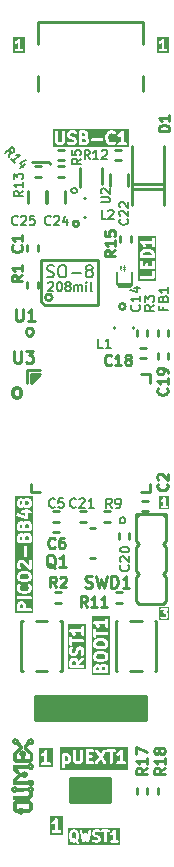
<source format=gbr>
%TF.GenerationSoftware,KiCad,Pcbnew,7.0.9-7.0.9~ubuntu22.04.1*%
%TF.CreationDate,2025-04-08T09:34:51+03:00*%
%TF.ProjectId,PICO2-BB48_Rev_A,5049434f-322d-4424-9234-385f5265765f,A*%
%TF.SameCoordinates,PX8321560PY7f50c60*%
%TF.FileFunction,Legend,Top*%
%TF.FilePolarity,Positive*%
%FSLAX46Y46*%
G04 Gerber Fmt 4.6, Leading zero omitted, Abs format (unit mm)*
G04 Created by KiCad (PCBNEW 7.0.9-7.0.9~ubuntu22.04.1) date 2025-04-08 09:34:51*
%MOMM*%
%LPD*%
G01*
G04 APERTURE LIST*
%ADD10C,0.254000*%
%ADD11C,0.222250*%
%ADD12C,0.190500*%
%ADD13C,0.203200*%
%ADD14C,0.317500*%
%ADD15C,0.127000*%
%ADD16C,0.050000*%
%ADD17C,0.100000*%
%ADD18C,0.228600*%
%ADD19C,0.009000*%
G04 APERTURE END LIST*
D10*
X8165000Y52728000D02*
G75*
G03*
X8165000Y52728000I-250000J0D01*
G01*
X4232000Y57935000D02*
X5629000Y57935000D01*
X12102000Y45743000D02*
G75*
G03*
X12102000Y45743000I-250000J0D01*
G01*
X5629000Y57935000D02*
X5756000Y57808000D01*
G36*
X3398009Y20495046D02*
G01*
X3417248Y20475807D01*
X3443003Y20424297D01*
X3443003Y20194229D01*
X3164812Y20194229D01*
X3164812Y20424297D01*
X3190567Y20475807D01*
X3209806Y20495046D01*
X3261316Y20520801D01*
X3346499Y20520801D01*
X3398009Y20495046D01*
G37*
G36*
X3843740Y23048935D02*
G01*
X3901055Y22991621D01*
X3926812Y22940107D01*
X3926812Y22806544D01*
X3901055Y22755030D01*
X3843740Y22697716D01*
X3699512Y22661658D01*
X3392113Y22661658D01*
X3247884Y22697716D01*
X3190567Y22755033D01*
X3164812Y22806543D01*
X3164812Y22940107D01*
X3190567Y22991618D01*
X3247884Y23048935D01*
X3392113Y23084992D01*
X3699512Y23084992D01*
X3843740Y23048935D01*
G37*
G36*
X3349628Y26252380D02*
G01*
X3368867Y26233141D01*
X3394622Y26181631D01*
X3394622Y25999944D01*
X3164812Y25999944D01*
X3164812Y26181631D01*
X3190567Y26233141D01*
X3209806Y26252380D01*
X3261316Y26278135D01*
X3298118Y26278135D01*
X3349628Y26252380D01*
G37*
G36*
X3881819Y26300761D02*
G01*
X3901056Y26281524D01*
X3926812Y26230012D01*
X3926812Y25999944D01*
X3648622Y25999944D01*
X3648622Y26191001D01*
X3681005Y26288150D01*
X3693616Y26300761D01*
X3745126Y26326516D01*
X3830309Y26326516D01*
X3881819Y26300761D01*
G37*
G36*
X3349628Y27268380D02*
G01*
X3368867Y27249141D01*
X3394622Y27197631D01*
X3394622Y27015944D01*
X3164812Y27015944D01*
X3164812Y27197631D01*
X3190567Y27249141D01*
X3209806Y27268380D01*
X3261316Y27294135D01*
X3298118Y27294135D01*
X3349628Y27268380D01*
G37*
G36*
X3881819Y27316761D02*
G01*
X3901056Y27297524D01*
X3926812Y27246012D01*
X3926812Y27015944D01*
X3648622Y27015944D01*
X3648622Y27207001D01*
X3681005Y27304150D01*
X3693616Y27316761D01*
X3745126Y27342516D01*
X3830309Y27342516D01*
X3881819Y27316761D01*
G37*
G36*
X3881819Y29251999D02*
G01*
X3901056Y29232762D01*
X3926812Y29181250D01*
X3926812Y29047687D01*
X3901056Y28996175D01*
X3881819Y28976937D01*
X3830309Y28951182D01*
X3696745Y28951182D01*
X3645235Y28976937D01*
X3625996Y28996176D01*
X3600241Y29047686D01*
X3600241Y29181250D01*
X3625996Y29232760D01*
X3645235Y29251999D01*
X3696745Y29277754D01*
X3830309Y29277754D01*
X3881819Y29251999D01*
G37*
G36*
X3301247Y29251999D02*
G01*
X3320486Y29232760D01*
X3346241Y29181250D01*
X3346241Y29047686D01*
X3320486Y28996176D01*
X3301247Y28976937D01*
X3255526Y28954077D01*
X3209806Y28976937D01*
X3190567Y28996176D01*
X3164812Y29047686D01*
X3164812Y29181250D01*
X3190567Y29232760D01*
X3209806Y29251999D01*
X3255526Y29274860D01*
X3301247Y29251999D01*
G37*
G36*
X4325955Y19795086D02*
G01*
X2719317Y19795086D01*
X2719317Y20067229D01*
X2910812Y20067229D01*
X2913424Y20058332D01*
X2912105Y20049155D01*
X2923347Y20024537D01*
X2930973Y19998568D01*
X2937980Y19992497D01*
X2941832Y19984062D01*
X2964600Y19969430D01*
X2985054Y19951706D01*
X2994230Y19950387D01*
X3002032Y19945373D01*
X3037812Y19940229D01*
X4053812Y19940229D01*
X4122473Y19960390D01*
X4169335Y20014471D01*
X4179519Y20085303D01*
X4149792Y20150396D01*
X4089592Y20189085D01*
X4053812Y20194229D01*
X3697003Y20194229D01*
X3697003Y20454277D01*
X3693759Y20465323D01*
X3694996Y20476770D01*
X3683595Y20511073D01*
X3635214Y20607835D01*
X3633593Y20609578D01*
X3633087Y20611904D01*
X3611425Y20640842D01*
X3563044Y20689223D01*
X3560954Y20690365D01*
X3559739Y20692410D01*
X3530037Y20713012D01*
X3433275Y20761393D01*
X3421945Y20763432D01*
X3412259Y20769657D01*
X3376479Y20774801D01*
X3231336Y20774801D01*
X3220290Y20771558D01*
X3208843Y20772794D01*
X3174540Y20761393D01*
X3077778Y20713012D01*
X3076035Y20711392D01*
X3073709Y20710885D01*
X3044771Y20689223D01*
X2996390Y20640842D01*
X2995248Y20638753D01*
X2993203Y20637537D01*
X2972601Y20607835D01*
X2924220Y20511073D01*
X2922181Y20499744D01*
X2915956Y20490057D01*
X2910812Y20454277D01*
X2910812Y20067229D01*
X2719317Y20067229D01*
X2719317Y21065155D01*
X2912105Y21065155D01*
X2941832Y21000062D01*
X3002032Y20961373D01*
X3037812Y20956229D01*
X4053812Y20956229D01*
X4122473Y20976390D01*
X4169335Y21030471D01*
X4179519Y21101303D01*
X4149792Y21166396D01*
X4089592Y21205085D01*
X4053812Y21210229D01*
X3037812Y21210229D01*
X2969151Y21190068D01*
X2922289Y21135987D01*
X2912105Y21065155D01*
X2719317Y21065155D01*
X2719317Y21857325D01*
X2910812Y21857325D01*
X2911482Y21855042D01*
X2910895Y21852735D01*
X2917329Y21817164D01*
X2965710Y21672021D01*
X2972280Y21662567D01*
X2974728Y21651317D01*
X2996390Y21622379D01*
X3093152Y21525618D01*
X3095241Y21524478D01*
X3096457Y21522430D01*
X3126159Y21501828D01*
X3222921Y21453447D01*
X3227301Y21452659D01*
X3248915Y21443831D01*
X3442439Y21395450D01*
X3445889Y21395591D01*
X3473241Y21391658D01*
X3618384Y21391658D01*
X3621696Y21392631D01*
X3649186Y21395450D01*
X3842710Y21443831D01*
X3846549Y21446084D01*
X3868704Y21453447D01*
X3965466Y21501828D01*
X3967208Y21503449D01*
X3969535Y21503955D01*
X3998473Y21525617D01*
X4095234Y21622379D01*
X4100751Y21632484D01*
X4109721Y21639705D01*
X4125915Y21672022D01*
X4174295Y21817165D01*
X4174380Y21819543D01*
X4175668Y21821545D01*
X4180812Y21857325D01*
X4180812Y21954087D01*
X4180141Y21956371D01*
X4180729Y21958676D01*
X4174295Y21994247D01*
X4125915Y22139390D01*
X4119344Y22148845D01*
X4116897Y22160095D01*
X4095235Y22189033D01*
X4046854Y22237414D01*
X3984047Y22271708D01*
X3912669Y22266604D01*
X3855382Y22223719D01*
X3830375Y22156671D01*
X3845586Y22086746D01*
X3867248Y22057808D01*
X3894430Y22030626D01*
X3926812Y21933479D01*
X3926812Y21877934D01*
X3894429Y21780786D01*
X3833438Y21719795D01*
X3767582Y21686866D01*
X3602750Y21645658D01*
X3488875Y21645658D01*
X3324043Y21686866D01*
X3258185Y21719795D01*
X3197195Y21780786D01*
X3164812Y21877935D01*
X3164812Y21933477D01*
X3197195Y22030626D01*
X3224377Y22057808D01*
X3258671Y22120615D01*
X3253567Y22191993D01*
X3210682Y22249279D01*
X3143634Y22274287D01*
X3073709Y22259076D01*
X3044771Y22237414D01*
X2996390Y22189033D01*
X2990872Y22178928D01*
X2981905Y22171708D01*
X2965710Y22139391D01*
X2917329Y21994248D01*
X2917242Y21991870D01*
X2915956Y21989867D01*
X2910812Y21954087D01*
X2910812Y21857325D01*
X2719317Y21857325D01*
X2719317Y22776563D01*
X2910812Y22776563D01*
X2914055Y22765518D01*
X2912819Y22754070D01*
X2924220Y22719767D01*
X2972601Y22623005D01*
X2974221Y22621263D01*
X2974728Y22618936D01*
X2996390Y22589998D01*
X3093152Y22493237D01*
X3107493Y22485406D01*
X3118689Y22473499D01*
X3152153Y22459831D01*
X3345677Y22411450D01*
X3349127Y22411591D01*
X3376479Y22407658D01*
X3715146Y22407658D01*
X3718458Y22408631D01*
X3745948Y22411450D01*
X3939472Y22459831D01*
X3953566Y22468101D01*
X3969535Y22471574D01*
X3998473Y22493236D01*
X4095234Y22589998D01*
X4096375Y22592088D01*
X4098423Y22593304D01*
X4119025Y22623006D01*
X4167405Y22719768D01*
X4169443Y22731099D01*
X4175668Y22740783D01*
X4180812Y22776563D01*
X4180812Y22970087D01*
X4177568Y22981132D01*
X4178805Y22992579D01*
X4167405Y23026882D01*
X4119025Y23123644D01*
X4117403Y23125388D01*
X4116897Y23127714D01*
X4095234Y23156652D01*
X3998473Y23253414D01*
X3984129Y23261246D01*
X3972936Y23273151D01*
X3939472Y23286819D01*
X3745948Y23335200D01*
X3742497Y23335060D01*
X3715146Y23338992D01*
X3376479Y23338992D01*
X3373166Y23338020D01*
X3345677Y23335200D01*
X3152153Y23286819D01*
X3138058Y23278550D01*
X3122090Y23275076D01*
X3093152Y23253413D01*
X2996390Y23156652D01*
X2995248Y23154563D01*
X2993203Y23153347D01*
X2972601Y23123645D01*
X2924220Y23026883D01*
X2922181Y23015554D01*
X2915956Y23005867D01*
X2910812Y22970087D01*
X2910812Y22776563D01*
X2719317Y22776563D01*
X2719317Y23744182D01*
X2910812Y23744182D01*
X2914055Y23733137D01*
X2912819Y23721689D01*
X2924220Y23687386D01*
X2972601Y23590624D01*
X2974221Y23588882D01*
X2974728Y23586555D01*
X2996390Y23557617D01*
X3044771Y23509236D01*
X3107578Y23474942D01*
X3178956Y23480046D01*
X3236242Y23522931D01*
X3261250Y23589979D01*
X3246039Y23659904D01*
X3224377Y23688842D01*
X3190567Y23722652D01*
X3164812Y23774162D01*
X3164812Y23956107D01*
X3190567Y24007617D01*
X3209806Y24026856D01*
X3261316Y24052611D01*
X3307488Y24052611D01*
X3404638Y24020228D01*
X3964009Y23460856D01*
X3983913Y23449988D01*
X4001054Y23435135D01*
X4014709Y23433172D01*
X4026816Y23426561D01*
X4049437Y23428179D01*
X4071886Y23424951D01*
X4084433Y23430682D01*
X4098193Y23431665D01*
X4116349Y23445257D01*
X4136979Y23454678D01*
X4144437Y23466284D01*
X4155480Y23474550D01*
X4163404Y23495796D01*
X4175668Y23514878D01*
X4178895Y23537330D01*
X4180488Y23541598D01*
X4179898Y23544307D01*
X4180812Y23550658D01*
X4180812Y24179611D01*
X4160651Y24248272D01*
X4106570Y24295134D01*
X4035738Y24305318D01*
X3970645Y24275591D01*
X3931956Y24215391D01*
X3926812Y24179611D01*
X3926812Y23857264D01*
X3563044Y24221032D01*
X3552939Y24226550D01*
X3545719Y24235518D01*
X3513402Y24251713D01*
X3368259Y24300094D01*
X3365880Y24300181D01*
X3363878Y24301467D01*
X3328098Y24306611D01*
X3231336Y24306611D01*
X3220290Y24303368D01*
X3208843Y24304604D01*
X3174540Y24293203D01*
X3077778Y24244822D01*
X3076035Y24243202D01*
X3073709Y24242695D01*
X3044771Y24221033D01*
X2996390Y24172652D01*
X2995248Y24170563D01*
X2993203Y24169347D01*
X2972601Y24139645D01*
X2924220Y24042883D01*
X2922181Y24031554D01*
X2915956Y24021867D01*
X2910812Y23986087D01*
X2910812Y23744182D01*
X2719317Y23744182D01*
X2719317Y24615039D01*
X3539765Y24615039D01*
X3559926Y24546378D01*
X3614007Y24499516D01*
X3684839Y24489332D01*
X3749932Y24519059D01*
X3788621Y24579259D01*
X3793765Y24615039D01*
X3793765Y25389134D01*
X3773604Y25457795D01*
X3719523Y25504657D01*
X3648691Y25514841D01*
X3583598Y25485114D01*
X3544909Y25424914D01*
X3539765Y25389134D01*
X3539765Y24615039D01*
X2719317Y24615039D01*
X2719317Y25872944D01*
X2910812Y25872944D01*
X2913424Y25864047D01*
X2912105Y25854870D01*
X2923347Y25830252D01*
X2930973Y25804283D01*
X2937980Y25798212D01*
X2941832Y25789777D01*
X2964600Y25775145D01*
X2985054Y25757421D01*
X2994230Y25756102D01*
X3002032Y25751088D01*
X3037812Y25745944D01*
X4053812Y25745944D01*
X4062709Y25748557D01*
X4071886Y25747237D01*
X4096504Y25758480D01*
X4122473Y25766105D01*
X4128544Y25773113D01*
X4136979Y25776964D01*
X4151611Y25799733D01*
X4169335Y25820186D01*
X4170654Y25829363D01*
X4175668Y25837164D01*
X4180812Y25872944D01*
X4180812Y26259992D01*
X4177568Y26271037D01*
X4178805Y26282484D01*
X4167405Y26316787D01*
X4119025Y26413549D01*
X4117403Y26415293D01*
X4116897Y26417619D01*
X4095235Y26446557D01*
X4046854Y26494938D01*
X4044764Y26496080D01*
X4043549Y26498125D01*
X4013847Y26518727D01*
X3917085Y26567108D01*
X3905755Y26569147D01*
X3896069Y26575372D01*
X3860289Y26580516D01*
X3715146Y26580516D01*
X3704100Y26577273D01*
X3692653Y26578509D01*
X3658350Y26567108D01*
X3561588Y26518727D01*
X3559845Y26517107D01*
X3557519Y26516600D01*
X3528581Y26494938D01*
X3494842Y26461200D01*
X3481656Y26470346D01*
X3384894Y26518727D01*
X3373564Y26520766D01*
X3363878Y26526991D01*
X3328098Y26532135D01*
X3231336Y26532135D01*
X3220290Y26528892D01*
X3208843Y26530128D01*
X3174540Y26518727D01*
X3077778Y26470346D01*
X3076035Y26468726D01*
X3073709Y26468219D01*
X3044771Y26446557D01*
X2996390Y26398176D01*
X2995248Y26396087D01*
X2993203Y26394871D01*
X2972601Y26365169D01*
X2924220Y26268407D01*
X2922181Y26257078D01*
X2915956Y26247391D01*
X2910812Y26211611D01*
X2910812Y25872944D01*
X2719317Y25872944D01*
X2719317Y26888944D01*
X2910812Y26888944D01*
X2913424Y26880047D01*
X2912105Y26870870D01*
X2923347Y26846252D01*
X2930973Y26820283D01*
X2937980Y26814212D01*
X2941832Y26805777D01*
X2964600Y26791145D01*
X2985054Y26773421D01*
X2994230Y26772102D01*
X3002032Y26767088D01*
X3037812Y26761944D01*
X4053812Y26761944D01*
X4062709Y26764557D01*
X4071886Y26763237D01*
X4096504Y26774480D01*
X4122473Y26782105D01*
X4128544Y26789113D01*
X4136979Y26792964D01*
X4151611Y26815733D01*
X4169335Y26836186D01*
X4170654Y26845363D01*
X4175668Y26853164D01*
X4180812Y26888944D01*
X4180812Y27275992D01*
X4177568Y27287037D01*
X4178805Y27298484D01*
X4167405Y27332787D01*
X4119025Y27429549D01*
X4117403Y27431293D01*
X4116897Y27433619D01*
X4095235Y27462557D01*
X4046854Y27510938D01*
X4044764Y27512080D01*
X4043549Y27514125D01*
X4013847Y27534727D01*
X3917085Y27583108D01*
X3905755Y27585147D01*
X3896069Y27591372D01*
X3860289Y27596516D01*
X3715146Y27596516D01*
X3704100Y27593273D01*
X3692653Y27594509D01*
X3658350Y27583108D01*
X3561588Y27534727D01*
X3559845Y27533107D01*
X3557519Y27532600D01*
X3528581Y27510938D01*
X3494842Y27477200D01*
X3481656Y27486346D01*
X3384894Y27534727D01*
X3373564Y27536766D01*
X3363878Y27542991D01*
X3328098Y27548135D01*
X3231336Y27548135D01*
X3220290Y27544892D01*
X3208843Y27546128D01*
X3174540Y27534727D01*
X3077778Y27486346D01*
X3076035Y27484726D01*
X3073709Y27484219D01*
X3044771Y27462557D01*
X2996390Y27414176D01*
X2995248Y27412087D01*
X2993203Y27410871D01*
X2972601Y27381169D01*
X2924220Y27284407D01*
X2922181Y27273078D01*
X2915956Y27263391D01*
X2910812Y27227611D01*
X2910812Y26888944D01*
X2719317Y26888944D01*
X2719317Y28121074D01*
X2864460Y28121074D01*
X2872078Y28049920D01*
X2916954Y27994180D01*
X2949271Y27977985D01*
X3674985Y27736080D01*
X3704245Y27735022D01*
X3733220Y27730856D01*
X3739546Y27733746D01*
X3746498Y27733494D01*
X3771682Y27748422D01*
X3798313Y27760583D01*
X3802073Y27766435D01*
X3808057Y27769981D01*
X3821172Y27796153D01*
X3837002Y27820783D01*
X3838404Y27830538D01*
X3840118Y27833957D01*
X3839596Y27838830D01*
X3842146Y27856563D01*
X3842146Y28213373D01*
X4053812Y28213373D01*
X4122473Y28233534D01*
X4169335Y28287615D01*
X4179519Y28358447D01*
X4149792Y28423540D01*
X4089592Y28462229D01*
X4053812Y28467373D01*
X3842146Y28467373D01*
X3842146Y28485516D01*
X3821985Y28554177D01*
X3767904Y28601039D01*
X3697072Y28611223D01*
X3631979Y28581496D01*
X3593290Y28521296D01*
X3588146Y28485516D01*
X3588146Y28467373D01*
X3376479Y28467373D01*
X3307818Y28447212D01*
X3260956Y28393131D01*
X3250772Y28322299D01*
X3280499Y28257206D01*
X3340699Y28218517D01*
X3376479Y28213373D01*
X3588146Y28213373D01*
X3588146Y28032767D01*
X3029593Y28218951D01*
X2958080Y28221537D01*
X2896521Y28185050D01*
X2864460Y28121074D01*
X2719317Y28121074D01*
X2719317Y29017706D01*
X2910812Y29017706D01*
X2914055Y29006661D01*
X2912819Y28995213D01*
X2924220Y28960910D01*
X2972601Y28864148D01*
X2974221Y28862406D01*
X2974728Y28860079D01*
X2996390Y28831141D01*
X3044771Y28782760D01*
X3046860Y28781619D01*
X3048076Y28779573D01*
X3077778Y28758971D01*
X3174540Y28710590D01*
X3185869Y28708552D01*
X3195556Y28702326D01*
X3231336Y28697182D01*
X3279717Y28697182D01*
X3290762Y28700426D01*
X3302210Y28699189D01*
X3336513Y28710590D01*
X3433275Y28758971D01*
X3435017Y28760592D01*
X3437344Y28761098D01*
X3466282Y28782760D01*
X3473241Y28789719D01*
X3480200Y28782760D01*
X3482289Y28781619D01*
X3483505Y28779573D01*
X3513207Y28758971D01*
X3609969Y28710590D01*
X3621298Y28708552D01*
X3630985Y28702326D01*
X3666765Y28697182D01*
X3860289Y28697182D01*
X3871334Y28700426D01*
X3882782Y28699189D01*
X3917085Y28710590D01*
X4013847Y28758971D01*
X4015589Y28760592D01*
X4017916Y28761098D01*
X4046854Y28782760D01*
X4095235Y28831141D01*
X4096376Y28833232D01*
X4098423Y28834447D01*
X4119025Y28864149D01*
X4167405Y28960911D01*
X4169443Y28972242D01*
X4175668Y28981926D01*
X4180812Y29017706D01*
X4180812Y29211230D01*
X4177568Y29222275D01*
X4178805Y29233722D01*
X4167405Y29268025D01*
X4119025Y29364787D01*
X4117403Y29366531D01*
X4116897Y29368857D01*
X4095235Y29397795D01*
X4046854Y29446176D01*
X4044764Y29447318D01*
X4043549Y29449363D01*
X4013847Y29469965D01*
X3917085Y29518346D01*
X3905755Y29520385D01*
X3896069Y29526610D01*
X3860289Y29531754D01*
X3666765Y29531754D01*
X3655719Y29528511D01*
X3644272Y29529747D01*
X3609969Y29518346D01*
X3513207Y29469965D01*
X3511464Y29468345D01*
X3509138Y29467838D01*
X3480200Y29446176D01*
X3473241Y29439217D01*
X3466282Y29446176D01*
X3464192Y29447318D01*
X3462977Y29449363D01*
X3433275Y29469965D01*
X3336513Y29518346D01*
X3325183Y29520385D01*
X3315497Y29526610D01*
X3279717Y29531754D01*
X3231336Y29531754D01*
X3220290Y29528511D01*
X3208843Y29529747D01*
X3174540Y29518346D01*
X3077778Y29469965D01*
X3076035Y29468345D01*
X3073709Y29467838D01*
X3044771Y29446176D01*
X2996390Y29397795D01*
X2995248Y29395706D01*
X2993203Y29394490D01*
X2972601Y29364788D01*
X2924220Y29268026D01*
X2922181Y29256697D01*
X2915956Y29247010D01*
X2910812Y29211230D01*
X2910812Y29017706D01*
X2719317Y29017706D01*
X2719317Y29676897D01*
X4325955Y29676897D01*
X4325955Y19795086D01*
G37*
D11*
G36*
X15767686Y67203163D02*
G01*
X14790114Y67203163D01*
X14790114Y68059739D01*
X14917114Y68059739D01*
X14947829Y67998310D01*
X15008783Y67966666D01*
X15076696Y67976895D01*
X15161363Y68019227D01*
X15169875Y68027611D01*
X15169875Y67552413D01*
X15027000Y67552413D01*
X14961682Y67531190D01*
X14921314Y67475628D01*
X14921314Y67406948D01*
X14961682Y67351386D01*
X15027000Y67330163D01*
X15535000Y67330163D01*
X15600318Y67351386D01*
X15640686Y67406948D01*
X15640686Y67475628D01*
X15600318Y67531190D01*
X15535000Y67552413D01*
X15392125Y67552413D01*
X15392125Y68330288D01*
X15391401Y68332514D01*
X15392035Y68334767D01*
X15380853Y68364979D01*
X15370902Y68395606D01*
X15369008Y68396982D01*
X15368197Y68399175D01*
X15341409Y68417034D01*
X15315340Y68435974D01*
X15312999Y68435974D01*
X15311052Y68437272D01*
X15278873Y68435974D01*
X15246660Y68435974D01*
X15244766Y68434599D01*
X15242429Y68434504D01*
X15217161Y68414543D01*
X15191098Y68395606D01*
X15190374Y68393381D01*
X15188538Y68391929D01*
X15109975Y68274085D01*
X15045839Y68209949D01*
X14977304Y68175681D01*
X14928373Y68127488D01*
X14917114Y68059739D01*
X14790114Y68059739D01*
X14790114Y68564272D01*
X15767686Y68564272D01*
X15767686Y67203163D01*
G37*
G36*
X3575686Y67203163D02*
G01*
X2598114Y67203163D01*
X2598114Y68059739D01*
X2725114Y68059739D01*
X2755829Y67998310D01*
X2816783Y67966666D01*
X2884696Y67976895D01*
X2969363Y68019227D01*
X2977875Y68027611D01*
X2977875Y67552413D01*
X2835000Y67552413D01*
X2769682Y67531190D01*
X2729314Y67475628D01*
X2729314Y67406948D01*
X2769682Y67351386D01*
X2835000Y67330163D01*
X3343000Y67330163D01*
X3408318Y67351386D01*
X3448686Y67406948D01*
X3448686Y67475628D01*
X3408318Y67531190D01*
X3343000Y67552413D01*
X3200125Y67552413D01*
X3200125Y68330288D01*
X3199401Y68332514D01*
X3200035Y68334767D01*
X3188853Y68364979D01*
X3178902Y68395606D01*
X3177008Y68396982D01*
X3176197Y68399175D01*
X3149409Y68417034D01*
X3123340Y68435974D01*
X3120999Y68435974D01*
X3119052Y68437272D01*
X3086873Y68435974D01*
X3054660Y68435974D01*
X3052766Y68434599D01*
X3050429Y68434504D01*
X3025161Y68414543D01*
X2999098Y68395606D01*
X2998374Y68393381D01*
X2996538Y68391929D01*
X2917975Y68274085D01*
X2853839Y68209949D01*
X2785304Y68175681D01*
X2736373Y68127488D01*
X2725114Y68059739D01*
X2598114Y68059739D01*
X2598114Y68564272D01*
X3575686Y68564272D01*
X3575686Y67203163D01*
G37*
D12*
G36*
X15825159Y28559284D02*
G01*
X14987240Y28559284D01*
X14987240Y29293490D01*
X15096097Y29293490D01*
X15122424Y29240837D01*
X15174671Y29213714D01*
X15232882Y29222482D01*
X15305454Y29258768D01*
X15312750Y29265954D01*
X15312750Y28858641D01*
X15190285Y28858641D01*
X15134298Y28840450D01*
X15099697Y28792825D01*
X15099697Y28733957D01*
X15134298Y28686332D01*
X15190285Y28668141D01*
X15625714Y28668141D01*
X15681701Y28686332D01*
X15716302Y28733957D01*
X15716302Y28792825D01*
X15681701Y28840450D01*
X15625714Y28858641D01*
X15503250Y28858641D01*
X15503250Y29525391D01*
X15502630Y29527299D01*
X15503173Y29529230D01*
X15493590Y29555122D01*
X15485059Y29581378D01*
X15483435Y29582558D01*
X15482740Y29584437D01*
X15459777Y29599747D01*
X15437434Y29615979D01*
X15435428Y29615979D01*
X15433759Y29617092D01*
X15406159Y29615979D01*
X15378566Y29615979D01*
X15376944Y29614801D01*
X15374939Y29614720D01*
X15353274Y29597605D01*
X15330941Y29581378D01*
X15330320Y29579470D01*
X15328747Y29578226D01*
X15261404Y29477215D01*
X15206435Y29422244D01*
X15147688Y29392870D01*
X15105747Y29351562D01*
X15096097Y29293490D01*
X14987240Y29293490D01*
X14987240Y29725949D01*
X15825159Y29725949D01*
X15825159Y28559284D01*
G37*
G36*
X15829821Y19161284D02*
G01*
X14951065Y19161284D01*
X14951065Y19423063D01*
X15059922Y19423063D01*
X15086647Y19370611D01*
X15122932Y19334325D01*
X15136688Y19327316D01*
X15147689Y19316481D01*
X15220261Y19280196D01*
X15241975Y19276926D01*
X15262857Y19270141D01*
X15480571Y19270141D01*
X15501452Y19276926D01*
X15523167Y19280196D01*
X15595740Y19316482D01*
X15606739Y19327316D01*
X15620496Y19334325D01*
X15656781Y19370611D01*
X15663789Y19384367D01*
X15674622Y19395365D01*
X15710908Y19467937D01*
X15714178Y19489651D01*
X15720964Y19510534D01*
X15720964Y19691962D01*
X15714178Y19712846D01*
X15710908Y19734559D01*
X15674622Y19807131D01*
X15663789Y19818130D01*
X15656780Y19831886D01*
X15620495Y19868171D01*
X15606738Y19875181D01*
X15595740Y19886013D01*
X15557711Y19905028D01*
X15697397Y20064669D01*
X15704980Y20082375D01*
X15716302Y20097957D01*
X15716302Y20108806D01*
X15720575Y20118782D01*
X15716302Y20137567D01*
X15716302Y20156825D01*
X15709924Y20165603D01*
X15707518Y20176183D01*
X15693023Y20188866D01*
X15681701Y20204450D01*
X15671380Y20207804D01*
X15663215Y20214948D01*
X15644032Y20216690D01*
X15625714Y20222641D01*
X15154000Y20222641D01*
X15098013Y20204450D01*
X15063412Y20156825D01*
X15063412Y20097957D01*
X15098013Y20050332D01*
X15154000Y20032141D01*
X15415805Y20032141D01*
X15300031Y19899828D01*
X15292446Y19882121D01*
X15281126Y19866539D01*
X15281126Y19855691D01*
X15276853Y19845714D01*
X15281126Y19826930D01*
X15281126Y19807671D01*
X15287503Y19798894D01*
X15289910Y19788313D01*
X15304404Y19775631D01*
X15315727Y19760046D01*
X15326047Y19756693D01*
X15334213Y19749548D01*
X15353395Y19747807D01*
X15371714Y19741855D01*
X15458086Y19741855D01*
X15496720Y19722538D01*
X15511147Y19708111D01*
X15530464Y19669477D01*
X15530464Y19533019D01*
X15511146Y19494385D01*
X15496720Y19479959D01*
X15458086Y19460641D01*
X15285342Y19460641D01*
X15246707Y19479958D01*
X15221353Y19505313D01*
X15168901Y19532040D01*
X15110759Y19522831D01*
X15069132Y19481206D01*
X15059922Y19423063D01*
X14951065Y19423063D01*
X14951065Y20331498D01*
X15829821Y20331498D01*
X15829821Y19161284D01*
G37*
D10*
G36*
X14181582Y50340317D02*
G01*
X14247438Y50307389D01*
X14308429Y50246398D01*
X14340812Y50149250D01*
X14340812Y50054953D01*
X13578812Y50054953D01*
X13578812Y50149248D01*
X13611195Y50246398D01*
X13672185Y50307389D01*
X13738043Y50340317D01*
X13902875Y50381525D01*
X14016750Y50381525D01*
X14181582Y50340317D01*
G37*
G36*
X14739955Y47914096D02*
G01*
X13179669Y47914096D01*
X13179669Y48168165D01*
X13326105Y48168165D01*
X13355832Y48103072D01*
X13416032Y48064383D01*
X13451812Y48059239D01*
X14467812Y48059239D01*
X14476709Y48061852D01*
X14485886Y48060532D01*
X14510504Y48071775D01*
X14536473Y48079400D01*
X14542544Y48086408D01*
X14550979Y48090259D01*
X14565611Y48113028D01*
X14583335Y48133481D01*
X14584654Y48142658D01*
X14589668Y48150459D01*
X14594812Y48186239D01*
X14594812Y48670049D01*
X14574651Y48738710D01*
X14520570Y48785572D01*
X14449738Y48795756D01*
X14384645Y48766029D01*
X14345956Y48705829D01*
X14340812Y48670049D01*
X14340812Y48313239D01*
X13451812Y48313239D01*
X13383151Y48293078D01*
X13336289Y48238997D01*
X13326105Y48168165D01*
X13179669Y48168165D01*
X13179669Y49008715D01*
X13324812Y49008715D01*
X13327424Y48999818D01*
X13326105Y48990641D01*
X13337347Y48966023D01*
X13344973Y48940054D01*
X13351980Y48933983D01*
X13355832Y48925548D01*
X13378600Y48910916D01*
X13399054Y48893192D01*
X13408230Y48891873D01*
X13416032Y48886859D01*
X13451812Y48881715D01*
X14467812Y48881715D01*
X14476709Y48884328D01*
X14485886Y48883008D01*
X14510504Y48894251D01*
X14536473Y48901876D01*
X14542544Y48908884D01*
X14550979Y48912735D01*
X14565611Y48935504D01*
X14583335Y48955957D01*
X14584654Y48965134D01*
X14589668Y48972935D01*
X14594812Y49008715D01*
X14594812Y49492525D01*
X14574651Y49561186D01*
X14520570Y49608048D01*
X14449738Y49618232D01*
X14384645Y49588505D01*
X14345956Y49528305D01*
X14340812Y49492525D01*
X14340812Y49135715D01*
X14062622Y49135715D01*
X14062622Y49347382D01*
X14042461Y49416043D01*
X13988380Y49462905D01*
X13917548Y49473089D01*
X13852455Y49443362D01*
X13813766Y49383162D01*
X13808622Y49347382D01*
X13808622Y49135715D01*
X13578812Y49135715D01*
X13578812Y49492525D01*
X13558651Y49561186D01*
X13504570Y49608048D01*
X13433738Y49618232D01*
X13368645Y49588505D01*
X13329956Y49528305D01*
X13324812Y49492525D01*
X13324812Y49008715D01*
X13179669Y49008715D01*
X13179669Y49927953D01*
X13324812Y49927953D01*
X13327424Y49919056D01*
X13326105Y49909879D01*
X13337347Y49885261D01*
X13344973Y49859292D01*
X13351980Y49853221D01*
X13355832Y49844786D01*
X13378600Y49830154D01*
X13399054Y49812430D01*
X13408230Y49811111D01*
X13416032Y49806097D01*
X13451812Y49800953D01*
X14467812Y49800953D01*
X14476709Y49803566D01*
X14485886Y49802246D01*
X14510504Y49813489D01*
X14536473Y49821114D01*
X14542544Y49828122D01*
X14550979Y49831973D01*
X14565611Y49854742D01*
X14583335Y49875195D01*
X14584654Y49884372D01*
X14589668Y49892173D01*
X14594812Y49927953D01*
X14594812Y50169858D01*
X14594141Y50172142D01*
X14594729Y50174447D01*
X14588295Y50210018D01*
X14539915Y50355161D01*
X14533344Y50364616D01*
X14530897Y50375866D01*
X14509234Y50404804D01*
X14412473Y50501566D01*
X14410383Y50502708D01*
X14409168Y50504753D01*
X14379466Y50525355D01*
X14282704Y50573736D01*
X14278323Y50574525D01*
X14256710Y50583352D01*
X14063186Y50631733D01*
X14059735Y50631593D01*
X14032384Y50635525D01*
X13887241Y50635525D01*
X13883928Y50634553D01*
X13856439Y50631733D01*
X13662915Y50583352D01*
X13659075Y50581100D01*
X13636921Y50573736D01*
X13540159Y50525355D01*
X13538416Y50523735D01*
X13536090Y50523228D01*
X13507152Y50501565D01*
X13410390Y50404804D01*
X13404872Y50394699D01*
X13395905Y50387479D01*
X13379710Y50355162D01*
X13331329Y50210019D01*
X13331242Y50207641D01*
X13329956Y50205638D01*
X13324812Y50169858D01*
X13324812Y49927953D01*
X13179669Y49927953D01*
X13179669Y51169899D01*
X13325819Y51169899D01*
X13326262Y51168883D01*
X13326105Y51167784D01*
X13340539Y51136176D01*
X13354448Y51104315D01*
X13355535Y51103341D01*
X13355832Y51102691D01*
X13357343Y51101720D01*
X13381365Y51080188D01*
X13516041Y50990404D01*
X13589342Y50917104D01*
X13628506Y50838776D01*
X13677244Y50786380D01*
X13746573Y50768651D01*
X13814482Y50791219D01*
X13859408Y50846918D01*
X13867091Y50918065D01*
X13855690Y50952368D01*
X13807309Y51049130D01*
X13805688Y51050873D01*
X13805182Y51053199D01*
X13800946Y51058858D01*
X14340812Y51058858D01*
X14340812Y50895572D01*
X14360973Y50826911D01*
X14415054Y50780049D01*
X14485886Y50769865D01*
X14550979Y50799592D01*
X14589668Y50859792D01*
X14594812Y50895572D01*
X14594812Y51476144D01*
X14574651Y51544805D01*
X14520570Y51591667D01*
X14449738Y51601851D01*
X14384645Y51572124D01*
X14345956Y51511924D01*
X14340812Y51476144D01*
X14340812Y51312858D01*
X13451812Y51312858D01*
X13418471Y51303069D01*
X13384956Y51293836D01*
X13384215Y51293010D01*
X13383151Y51292697D01*
X13360382Y51266421D01*
X13337192Y51240549D01*
X13337015Y51239455D01*
X13336289Y51238616D01*
X13331341Y51204207D01*
X13325819Y51169899D01*
X13179669Y51169899D01*
X13179669Y51746994D01*
X14739955Y51746994D01*
X14739955Y47914096D01*
G37*
D11*
X15807712Y60580834D02*
X14918712Y60580834D01*
X14918712Y60580834D02*
X14918712Y60792501D01*
X14918712Y60792501D02*
X14961045Y60919501D01*
X14961045Y60919501D02*
X15045712Y61004167D01*
X15045712Y61004167D02*
X15130379Y61046501D01*
X15130379Y61046501D02*
X15299712Y61088834D01*
X15299712Y61088834D02*
X15426712Y61088834D01*
X15426712Y61088834D02*
X15596045Y61046501D01*
X15596045Y61046501D02*
X15680712Y61004167D01*
X15680712Y61004167D02*
X15765379Y60919501D01*
X15765379Y60919501D02*
X15807712Y60792501D01*
X15807712Y60792501D02*
X15807712Y60580834D01*
X15807712Y61935501D02*
X15807712Y61427501D01*
X15807712Y61681501D02*
X14918712Y61681501D01*
X14918712Y61681501D02*
X15045712Y61596834D01*
X15045712Y61596834D02*
X15130379Y61512167D01*
X15130379Y61512167D02*
X15172712Y61427501D01*
X15426712Y6690500D02*
X15003379Y6394167D01*
X15426712Y6182500D02*
X14537712Y6182500D01*
X14537712Y6182500D02*
X14537712Y6521167D01*
X14537712Y6521167D02*
X14580045Y6605833D01*
X14580045Y6605833D02*
X14622379Y6648167D01*
X14622379Y6648167D02*
X14707045Y6690500D01*
X14707045Y6690500D02*
X14834045Y6690500D01*
X14834045Y6690500D02*
X14918712Y6648167D01*
X14918712Y6648167D02*
X14961045Y6605833D01*
X14961045Y6605833D02*
X15003379Y6521167D01*
X15003379Y6521167D02*
X15003379Y6182500D01*
X15426712Y7537167D02*
X15426712Y7029167D01*
X15426712Y7283167D02*
X14537712Y7283167D01*
X14537712Y7283167D02*
X14664712Y7198500D01*
X14664712Y7198500D02*
X14749379Y7113833D01*
X14749379Y7113833D02*
X14791712Y7029167D01*
X14918712Y8045167D02*
X14876379Y7960500D01*
X14876379Y7960500D02*
X14834045Y7918167D01*
X14834045Y7918167D02*
X14749379Y7875834D01*
X14749379Y7875834D02*
X14707045Y7875834D01*
X14707045Y7875834D02*
X14622379Y7918167D01*
X14622379Y7918167D02*
X14580045Y7960500D01*
X14580045Y7960500D02*
X14537712Y8045167D01*
X14537712Y8045167D02*
X14537712Y8214500D01*
X14537712Y8214500D02*
X14580045Y8299167D01*
X14580045Y8299167D02*
X14622379Y8341500D01*
X14622379Y8341500D02*
X14707045Y8383834D01*
X14707045Y8383834D02*
X14749379Y8383834D01*
X14749379Y8383834D02*
X14834045Y8341500D01*
X14834045Y8341500D02*
X14876379Y8299167D01*
X14876379Y8299167D02*
X14918712Y8214500D01*
X14918712Y8214500D02*
X14918712Y8045167D01*
X14918712Y8045167D02*
X14961045Y7960500D01*
X14961045Y7960500D02*
X15003379Y7918167D01*
X15003379Y7918167D02*
X15088045Y7875834D01*
X15088045Y7875834D02*
X15257379Y7875834D01*
X15257379Y7875834D02*
X15342045Y7918167D01*
X15342045Y7918167D02*
X15384379Y7960500D01*
X15384379Y7960500D02*
X15426712Y8045167D01*
X15426712Y8045167D02*
X15426712Y8214500D01*
X15426712Y8214500D02*
X15384379Y8299167D01*
X15384379Y8299167D02*
X15342045Y8341500D01*
X15342045Y8341500D02*
X15257379Y8383834D01*
X15257379Y8383834D02*
X15088045Y8383834D01*
X15088045Y8383834D02*
X15003379Y8341500D01*
X15003379Y8341500D02*
X14961045Y8299167D01*
X14961045Y8299167D02*
X14918712Y8214500D01*
X13902712Y6690500D02*
X13479379Y6394167D01*
X13902712Y6182500D02*
X13013712Y6182500D01*
X13013712Y6182500D02*
X13013712Y6521167D01*
X13013712Y6521167D02*
X13056045Y6605833D01*
X13056045Y6605833D02*
X13098379Y6648167D01*
X13098379Y6648167D02*
X13183045Y6690500D01*
X13183045Y6690500D02*
X13310045Y6690500D01*
X13310045Y6690500D02*
X13394712Y6648167D01*
X13394712Y6648167D02*
X13437045Y6605833D01*
X13437045Y6605833D02*
X13479379Y6521167D01*
X13479379Y6521167D02*
X13479379Y6182500D01*
X13902712Y7537167D02*
X13902712Y7029167D01*
X13902712Y7283167D02*
X13013712Y7283167D01*
X13013712Y7283167D02*
X13140712Y7198500D01*
X13140712Y7198500D02*
X13225379Y7113833D01*
X13225379Y7113833D02*
X13267712Y7029167D01*
X13013712Y7833500D02*
X13013712Y8426167D01*
X13013712Y8426167D02*
X13902712Y8045167D01*
D10*
G36*
X7843009Y15721056D02*
G01*
X7862248Y15701817D01*
X7888003Y15650307D01*
X7888003Y15420239D01*
X7609812Y15420239D01*
X7609812Y15650307D01*
X7635567Y15701817D01*
X7654806Y15721056D01*
X7706316Y15746811D01*
X7791499Y15746811D01*
X7843009Y15721056D01*
G37*
G36*
X8770955Y15021096D02*
G01*
X7210669Y15021096D01*
X7210669Y15293239D01*
X7355812Y15293239D01*
X7358424Y15284342D01*
X7357105Y15275165D01*
X7368347Y15250547D01*
X7375973Y15224578D01*
X7382980Y15218507D01*
X7386832Y15210072D01*
X7409600Y15195440D01*
X7430054Y15177716D01*
X7439230Y15176397D01*
X7447032Y15171383D01*
X7482812Y15166239D01*
X8498812Y15166239D01*
X8567473Y15186400D01*
X8614335Y15240481D01*
X8624519Y15311313D01*
X8594792Y15376406D01*
X8534592Y15415095D01*
X8498812Y15420239D01*
X8142003Y15420239D01*
X8142003Y15469022D01*
X8571642Y15769769D01*
X8616330Y15825660D01*
X8623707Y15896838D01*
X8591431Y15960706D01*
X8529749Y15996985D01*
X8458245Y15994158D01*
X8425983Y15977854D01*
X8116521Y15761231D01*
X8080214Y15833845D01*
X8078593Y15835588D01*
X8078087Y15837914D01*
X8056425Y15866852D01*
X8008044Y15915233D01*
X8005954Y15916375D01*
X8004739Y15918420D01*
X7975037Y15939022D01*
X7878275Y15987403D01*
X7866945Y15989442D01*
X7857259Y15995667D01*
X7821479Y16000811D01*
X7676336Y16000811D01*
X7665290Y15997568D01*
X7653843Y15998804D01*
X7619540Y15987403D01*
X7522778Y15939022D01*
X7521035Y15937402D01*
X7518709Y15936895D01*
X7489771Y15915233D01*
X7441390Y15866852D01*
X7440248Y15864763D01*
X7438203Y15863547D01*
X7417601Y15833845D01*
X7369220Y15737083D01*
X7367181Y15725754D01*
X7360956Y15716067D01*
X7355812Y15680287D01*
X7355812Y15293239D01*
X7210669Y15293239D01*
X7210669Y16454382D01*
X7355812Y16454382D01*
X7359055Y16443337D01*
X7357819Y16431889D01*
X7369220Y16397586D01*
X7417601Y16300824D01*
X7419221Y16299082D01*
X7419728Y16296755D01*
X7441390Y16267817D01*
X7489771Y16219436D01*
X7491860Y16218295D01*
X7493076Y16216249D01*
X7522778Y16195647D01*
X7619540Y16147266D01*
X7630869Y16145228D01*
X7640556Y16139002D01*
X7676336Y16133858D01*
X7773098Y16133858D01*
X7784143Y16137102D01*
X7795591Y16135865D01*
X7829894Y16147266D01*
X7926656Y16195647D01*
X7928398Y16197268D01*
X7930725Y16197774D01*
X7959663Y16219436D01*
X8008044Y16267817D01*
X8009185Y16269907D01*
X8011231Y16271122D01*
X8031833Y16300824D01*
X8080214Y16397586D01*
X8081002Y16401967D01*
X8089830Y16423580D01*
X8134830Y16603580D01*
X8167758Y16669436D01*
X8186997Y16688675D01*
X8238507Y16714430D01*
X8275309Y16714430D01*
X8326819Y16688675D01*
X8346056Y16669438D01*
X8371812Y16617926D01*
X8371812Y16426610D01*
X8329949Y16301018D01*
X8327363Y16229505D01*
X8363850Y16167946D01*
X8427827Y16135886D01*
X8498980Y16143504D01*
X8554721Y16188381D01*
X8570915Y16220698D01*
X8619295Y16365841D01*
X8619380Y16368219D01*
X8620668Y16370221D01*
X8625812Y16406001D01*
X8625812Y16647906D01*
X8622568Y16658951D01*
X8623805Y16670398D01*
X8612405Y16704701D01*
X8564025Y16801463D01*
X8562403Y16803207D01*
X8561897Y16805533D01*
X8540235Y16834471D01*
X8491854Y16882852D01*
X8489764Y16883994D01*
X8488549Y16886039D01*
X8458847Y16906641D01*
X8362085Y16955022D01*
X8350755Y16957061D01*
X8341069Y16963286D01*
X8305289Y16968430D01*
X8208527Y16968430D01*
X8197481Y16965187D01*
X8186034Y16966423D01*
X8151731Y16955022D01*
X8054969Y16906641D01*
X8053226Y16905021D01*
X8050900Y16904514D01*
X8021962Y16882852D01*
X7973581Y16834471D01*
X7972439Y16832382D01*
X7970394Y16831166D01*
X7949792Y16801464D01*
X7901411Y16704702D01*
X7900622Y16700322D01*
X7891795Y16678708D01*
X7846795Y16498708D01*
X7813867Y16432852D01*
X7794628Y16413613D01*
X7743118Y16387858D01*
X7706316Y16387858D01*
X7654806Y16413613D01*
X7635567Y16432852D01*
X7609812Y16484362D01*
X7609812Y16675677D01*
X7651676Y16801269D01*
X7654262Y16872782D01*
X7617775Y16934341D01*
X7553798Y16966401D01*
X7482645Y16958784D01*
X7426905Y16913908D01*
X7410710Y16881591D01*
X7362329Y16736448D01*
X7362242Y16734070D01*
X7360956Y16732067D01*
X7355812Y16696287D01*
X7355812Y16454382D01*
X7210669Y16454382D01*
X7210669Y17131715D01*
X7355812Y17131715D01*
X7375973Y17063054D01*
X7430054Y17016192D01*
X7500886Y17006008D01*
X7565979Y17035735D01*
X7604668Y17095935D01*
X7609812Y17131715D01*
X7609812Y17295001D01*
X8498812Y17295001D01*
X8567473Y17315162D01*
X8614335Y17369243D01*
X8624519Y17440075D01*
X8594792Y17505168D01*
X8534592Y17543857D01*
X8498812Y17549001D01*
X7609812Y17549001D01*
X7609812Y17712287D01*
X7589651Y17780948D01*
X7535570Y17827810D01*
X7464738Y17837994D01*
X7399645Y17808267D01*
X7360956Y17748067D01*
X7355812Y17712287D01*
X7355812Y17131715D01*
X7210669Y17131715D01*
X7210669Y18276899D01*
X7356819Y18276899D01*
X7357262Y18275883D01*
X7357105Y18274784D01*
X7371539Y18243176D01*
X7385448Y18211315D01*
X7386535Y18210341D01*
X7386832Y18209691D01*
X7388343Y18208720D01*
X7412365Y18187188D01*
X7547041Y18097404D01*
X7620342Y18024104D01*
X7659506Y17945776D01*
X7708244Y17893380D01*
X7777573Y17875651D01*
X7845482Y17898219D01*
X7890408Y17953918D01*
X7898091Y18025065D01*
X7886690Y18059368D01*
X7838309Y18156130D01*
X7836688Y18157873D01*
X7836182Y18160199D01*
X7831946Y18165858D01*
X8371812Y18165858D01*
X8371812Y18002572D01*
X8391973Y17933911D01*
X8446054Y17887049D01*
X8516886Y17876865D01*
X8581979Y17906592D01*
X8620668Y17966792D01*
X8625812Y18002572D01*
X8625812Y18583144D01*
X8605651Y18651805D01*
X8551570Y18698667D01*
X8480738Y18708851D01*
X8415645Y18679124D01*
X8376956Y18618924D01*
X8371812Y18583144D01*
X8371812Y18419858D01*
X7482812Y18419858D01*
X7449471Y18410069D01*
X7415956Y18400836D01*
X7415215Y18400010D01*
X7414151Y18399697D01*
X7391382Y18373421D01*
X7368192Y18347549D01*
X7368015Y18346455D01*
X7367289Y18345616D01*
X7362341Y18311207D01*
X7356819Y18276899D01*
X7210669Y18276899D01*
X7210669Y18853994D01*
X8770955Y18853994D01*
X8770955Y15021096D01*
G37*
D12*
X8333809Y58265201D02*
X7970952Y58011201D01*
X8333809Y57829772D02*
X7571809Y57829772D01*
X7571809Y57829772D02*
X7571809Y58120058D01*
X7571809Y58120058D02*
X7608095Y58192629D01*
X7608095Y58192629D02*
X7644381Y58228915D01*
X7644381Y58228915D02*
X7716952Y58265201D01*
X7716952Y58265201D02*
X7825809Y58265201D01*
X7825809Y58265201D02*
X7898381Y58228915D01*
X7898381Y58228915D02*
X7934666Y58192629D01*
X7934666Y58192629D02*
X7970952Y58120058D01*
X7970952Y58120058D02*
X7970952Y57829772D01*
X7571809Y58954629D02*
X7571809Y58591772D01*
X7571809Y58591772D02*
X7934666Y58555486D01*
X7934666Y58555486D02*
X7898381Y58591772D01*
X7898381Y58591772D02*
X7862095Y58664343D01*
X7862095Y58664343D02*
X7862095Y58845772D01*
X7862095Y58845772D02*
X7898381Y58918343D01*
X7898381Y58918343D02*
X7934666Y58954629D01*
X7934666Y58954629D02*
X8007238Y58990915D01*
X8007238Y58990915D02*
X8188666Y58990915D01*
X8188666Y58990915D02*
X8261238Y58954629D01*
X8261238Y58954629D02*
X8297524Y58918343D01*
X8297524Y58918343D02*
X8333809Y58845772D01*
X8333809Y58845772D02*
X8333809Y58664343D01*
X8333809Y58664343D02*
X8297524Y58591772D01*
X8297524Y58591772D02*
X8261238Y58555486D01*
X9101543Y58227391D02*
X8847543Y58590248D01*
X8666114Y58227391D02*
X8666114Y58989391D01*
X8666114Y58989391D02*
X8956400Y58989391D01*
X8956400Y58989391D02*
X9028971Y58953105D01*
X9028971Y58953105D02*
X9065257Y58916819D01*
X9065257Y58916819D02*
X9101543Y58844248D01*
X9101543Y58844248D02*
X9101543Y58735391D01*
X9101543Y58735391D02*
X9065257Y58662819D01*
X9065257Y58662819D02*
X9028971Y58626534D01*
X9028971Y58626534D02*
X8956400Y58590248D01*
X8956400Y58590248D02*
X8666114Y58590248D01*
X9827257Y58227391D02*
X9391828Y58227391D01*
X9609543Y58227391D02*
X9609543Y58989391D01*
X9609543Y58989391D02*
X9536971Y58880534D01*
X9536971Y58880534D02*
X9464400Y58807962D01*
X9464400Y58807962D02*
X9391828Y58771676D01*
X10117542Y58916819D02*
X10153828Y58953105D01*
X10153828Y58953105D02*
X10226400Y58989391D01*
X10226400Y58989391D02*
X10407828Y58989391D01*
X10407828Y58989391D02*
X10480400Y58953105D01*
X10480400Y58953105D02*
X10516685Y58916819D01*
X10516685Y58916819D02*
X10552971Y58844248D01*
X10552971Y58844248D02*
X10552971Y58771676D01*
X10552971Y58771676D02*
X10516685Y58662819D01*
X10516685Y58662819D02*
X10081257Y58227391D01*
X10081257Y58227391D02*
X10552971Y58227391D01*
D10*
G36*
X7186625Y7638766D02*
G01*
X7205864Y7619527D01*
X7231619Y7568017D01*
X7231619Y7337691D01*
X7205864Y7286181D01*
X7186626Y7266944D01*
X7135115Y7241188D01*
X7001809Y7241188D01*
X7001809Y7664521D01*
X7135115Y7664521D01*
X7186625Y7638766D01*
G37*
G36*
X12322421Y6504671D02*
G01*
X6602666Y6504671D01*
X6602666Y6775521D01*
X6747809Y6775521D01*
X6767970Y6706860D01*
X6822051Y6659998D01*
X6892883Y6649814D01*
X6957976Y6679541D01*
X6996665Y6739741D01*
X7001809Y6775521D01*
X7001809Y6987188D01*
X7165095Y6987188D01*
X7176139Y6990432D01*
X7187587Y6989195D01*
X7221890Y7000595D01*
X7318652Y7048975D01*
X7320395Y7050597D01*
X7322722Y7051103D01*
X7351660Y7072765D01*
X7400041Y7121146D01*
X7401182Y7123236D01*
X7403228Y7124451D01*
X7423830Y7154153D01*
X7472211Y7250915D01*
X7474249Y7262245D01*
X7480475Y7271931D01*
X7485619Y7307711D01*
X7667047Y7307711D01*
X7670290Y7296666D01*
X7669054Y7285218D01*
X7680455Y7250915D01*
X7728836Y7154153D01*
X7730456Y7152411D01*
X7730963Y7150084D01*
X7752625Y7121146D01*
X7801006Y7072765D01*
X7803096Y7071624D01*
X7804312Y7069577D01*
X7834014Y7048975D01*
X7930776Y7000595D01*
X7942106Y6998557D01*
X7951791Y6992332D01*
X7987571Y6987188D01*
X8181095Y6987188D01*
X8192139Y6990432D01*
X8203587Y6989195D01*
X8237890Y7000595D01*
X8334652Y7048975D01*
X8336395Y7050597D01*
X8338722Y7051103D01*
X8367660Y7072765D01*
X8409083Y7114188D01*
X8731428Y7114188D01*
X8734040Y7105291D01*
X8732721Y7096114D01*
X8743963Y7071496D01*
X8751589Y7045527D01*
X8758596Y7039456D01*
X8762448Y7031021D01*
X8785216Y7016389D01*
X8805670Y6998665D01*
X8814846Y6997346D01*
X8822648Y6992332D01*
X8858428Y6987188D01*
X9342238Y6987188D01*
X9410899Y7007349D01*
X9457761Y7061430D01*
X9465653Y7116322D01*
X9553922Y7116322D01*
X9572926Y7047332D01*
X9626213Y6999568D01*
X9696863Y6988195D01*
X9762447Y7016824D01*
X9786574Y7043741D01*
X10019570Y7393236D01*
X10252567Y7043741D01*
X10307429Y6997795D01*
X10378421Y6988803D01*
X10443006Y7019619D01*
X10480677Y7080461D01*
X10479475Y7152011D01*
X10463908Y7184635D01*
X10172205Y7622188D01*
X10463908Y8059741D01*
X10477887Y8104554D01*
X10504162Y8047021D01*
X10564362Y8008332D01*
X10600142Y8003188D01*
X10763428Y8003188D01*
X10763428Y7114188D01*
X10783589Y7045527D01*
X10837670Y6998665D01*
X10908502Y6988481D01*
X10973595Y7018208D01*
X11012284Y7078408D01*
X11017428Y7114188D01*
X11017428Y7835427D01*
X11344078Y7835427D01*
X11366646Y7767518D01*
X11422345Y7722592D01*
X11493492Y7714909D01*
X11527795Y7726310D01*
X11624557Y7774691D01*
X11626299Y7776312D01*
X11628626Y7776818D01*
X11634285Y7781055D01*
X11634285Y7241188D01*
X11470999Y7241188D01*
X11402338Y7221027D01*
X11355476Y7166946D01*
X11345292Y7096114D01*
X11375019Y7031021D01*
X11435219Y6992332D01*
X11470999Y6987188D01*
X12051571Y6987188D01*
X12120232Y7007349D01*
X12167094Y7061430D01*
X12177278Y7132262D01*
X12147551Y7197355D01*
X12087351Y7236044D01*
X12051571Y7241188D01*
X11888285Y7241188D01*
X11888285Y8130188D01*
X11878495Y8163529D01*
X11869263Y8197044D01*
X11868436Y8197785D01*
X11868124Y8198849D01*
X11841847Y8221618D01*
X11815976Y8244808D01*
X11814881Y8244985D01*
X11814043Y8245711D01*
X11779633Y8250659D01*
X11745326Y8256181D01*
X11744309Y8255738D01*
X11743211Y8255895D01*
X11711602Y8241461D01*
X11679742Y8227552D01*
X11678767Y8226465D01*
X11678118Y8226168D01*
X11677146Y8224657D01*
X11655615Y8200635D01*
X11565829Y8065957D01*
X11492529Y7992658D01*
X11414203Y7953494D01*
X11361807Y7904756D01*
X11344078Y7835427D01*
X11017428Y7835427D01*
X11017428Y8003188D01*
X11180714Y8003188D01*
X11249375Y8023349D01*
X11296237Y8077430D01*
X11306421Y8148262D01*
X11276694Y8213355D01*
X11216494Y8252044D01*
X11180714Y8257188D01*
X10600142Y8257188D01*
X10531481Y8237027D01*
X10484619Y8182946D01*
X10479639Y8148311D01*
X10466216Y8197044D01*
X10412929Y8244808D01*
X10342279Y8256181D01*
X10276695Y8227552D01*
X10252567Y8200635D01*
X10019570Y7851141D01*
X9786574Y8200635D01*
X9731713Y8246581D01*
X9660721Y8255574D01*
X9596136Y8224757D01*
X9558465Y8163915D01*
X9559667Y8092365D01*
X9575234Y8059741D01*
X9866935Y7622188D01*
X9575234Y7184635D01*
X9553922Y7116322D01*
X9465653Y7116322D01*
X9467945Y7132262D01*
X9438218Y7197355D01*
X9378018Y7236044D01*
X9342238Y7241188D01*
X8985428Y7241188D01*
X8985428Y7519378D01*
X9197095Y7519378D01*
X9265756Y7539539D01*
X9312618Y7593620D01*
X9322802Y7664452D01*
X9293075Y7729545D01*
X9232875Y7768234D01*
X9197095Y7773378D01*
X8985428Y7773378D01*
X8985428Y8003188D01*
X9342238Y8003188D01*
X9410899Y8023349D01*
X9457761Y8077430D01*
X9467945Y8148262D01*
X9438218Y8213355D01*
X9378018Y8252044D01*
X9342238Y8257188D01*
X8858428Y8257188D01*
X8849530Y8254576D01*
X8840354Y8255895D01*
X8815735Y8244653D01*
X8789767Y8237027D01*
X8783695Y8230020D01*
X8775261Y8226168D01*
X8760628Y8203400D01*
X8742905Y8182946D01*
X8741585Y8173770D01*
X8736572Y8165968D01*
X8731428Y8130188D01*
X8731428Y7114188D01*
X8409083Y7114188D01*
X8416041Y7121146D01*
X8417182Y7123236D01*
X8419228Y7124451D01*
X8439830Y7154153D01*
X8488211Y7250915D01*
X8490249Y7262245D01*
X8496475Y7271931D01*
X8501619Y7307711D01*
X8501619Y8130188D01*
X8481458Y8198849D01*
X8427377Y8245711D01*
X8356545Y8255895D01*
X8291452Y8226168D01*
X8252763Y8165968D01*
X8247619Y8130188D01*
X8247619Y7337691D01*
X8221864Y7286181D01*
X8202626Y7266944D01*
X8151115Y7241188D01*
X8017551Y7241188D01*
X7966039Y7266944D01*
X7946802Y7286181D01*
X7921047Y7337691D01*
X7921047Y8130188D01*
X7900886Y8198849D01*
X7846805Y8245711D01*
X7775973Y8255895D01*
X7710880Y8226168D01*
X7672191Y8165968D01*
X7667047Y8130188D01*
X7667047Y7307711D01*
X7485619Y7307711D01*
X7485619Y7597997D01*
X7482375Y7609043D01*
X7483612Y7620490D01*
X7472211Y7654793D01*
X7423830Y7751555D01*
X7422209Y7753298D01*
X7421703Y7755624D01*
X7400041Y7784562D01*
X7351660Y7832943D01*
X7349570Y7834085D01*
X7348355Y7836130D01*
X7318653Y7856732D01*
X7221891Y7905113D01*
X7210561Y7907152D01*
X7200875Y7913377D01*
X7165095Y7918521D01*
X6971571Y7918521D01*
X6960525Y7915278D01*
X6949078Y7916514D01*
X6922693Y7907745D01*
X6856735Y7917228D01*
X6791642Y7887501D01*
X6752953Y7827301D01*
X6747809Y7791521D01*
X6747809Y6775521D01*
X6602666Y6775521D01*
X6602666Y8402331D01*
X12322421Y8402331D01*
X12322421Y6504671D01*
G37*
G36*
X5936136Y6787045D02*
G01*
X4812650Y6787045D01*
X4812650Y7780427D01*
X4957793Y7780427D01*
X4980361Y7712518D01*
X5036060Y7667592D01*
X5107207Y7659909D01*
X5141510Y7671310D01*
X5238272Y7719691D01*
X5240014Y7721312D01*
X5242341Y7721818D01*
X5248000Y7726055D01*
X5248000Y7186188D01*
X5084714Y7186188D01*
X5016053Y7166027D01*
X4969191Y7111946D01*
X4959007Y7041114D01*
X4988734Y6976021D01*
X5048934Y6937332D01*
X5084714Y6932188D01*
X5665286Y6932188D01*
X5733947Y6952349D01*
X5780809Y7006430D01*
X5790993Y7077262D01*
X5761266Y7142355D01*
X5701066Y7181044D01*
X5665286Y7186188D01*
X5502000Y7186188D01*
X5502000Y8075188D01*
X5492210Y8108529D01*
X5482978Y8142044D01*
X5482151Y8142785D01*
X5481839Y8143849D01*
X5455562Y8166618D01*
X5429691Y8189808D01*
X5428596Y8189985D01*
X5427758Y8190711D01*
X5393348Y8195659D01*
X5359041Y8201181D01*
X5358024Y8200738D01*
X5356926Y8200895D01*
X5325317Y8186461D01*
X5293457Y8172552D01*
X5292482Y8171465D01*
X5291833Y8171168D01*
X5290861Y8169657D01*
X5269330Y8145635D01*
X5179544Y8010957D01*
X5106244Y7937658D01*
X5027918Y7898494D01*
X4975522Y7849756D01*
X4957793Y7780427D01*
X4812650Y7780427D01*
X4812650Y8346324D01*
X5936136Y8346324D01*
X5936136Y6787045D01*
G37*
G36*
X9826628Y15178103D02*
G01*
X9845867Y15158864D01*
X9871622Y15107354D01*
X9871622Y14925667D01*
X9641812Y14925667D01*
X9641812Y15107354D01*
X9667567Y15158864D01*
X9686806Y15178103D01*
X9738316Y15203858D01*
X9775118Y15203858D01*
X9826628Y15178103D01*
G37*
G36*
X10358819Y15226484D02*
G01*
X10378056Y15207247D01*
X10403812Y15155735D01*
X10403812Y14925667D01*
X10125622Y14925667D01*
X10125622Y15116724D01*
X10158005Y15213873D01*
X10170616Y15226484D01*
X10222126Y15252239D01*
X10307309Y15252239D01*
X10358819Y15226484D01*
G37*
G36*
X10320740Y16280563D02*
G01*
X10378055Y16223249D01*
X10403812Y16171735D01*
X10403812Y16038172D01*
X10378055Y15986658D01*
X10320740Y15929344D01*
X10176512Y15893286D01*
X9869113Y15893286D01*
X9724884Y15929344D01*
X9667567Y15986661D01*
X9641812Y16038171D01*
X9641812Y16171735D01*
X9667567Y16223246D01*
X9724884Y16280563D01*
X9869113Y16316620D01*
X10176512Y16316620D01*
X10320740Y16280563D01*
G37*
G36*
X10320740Y17344944D02*
G01*
X10378055Y17287630D01*
X10403812Y17236116D01*
X10403812Y17102553D01*
X10378055Y17051039D01*
X10320740Y16993725D01*
X10176512Y16957667D01*
X9869113Y16957667D01*
X9724884Y16993725D01*
X9667567Y17051042D01*
X9641812Y17102552D01*
X9641812Y17236116D01*
X9667567Y17287627D01*
X9724884Y17344944D01*
X9869113Y17381001D01*
X10176512Y17381001D01*
X10320740Y17344944D01*
G37*
G36*
X10802955Y14526524D02*
G01*
X9242669Y14526524D01*
X9242669Y14798667D01*
X9387812Y14798667D01*
X9390424Y14789770D01*
X9389105Y14780593D01*
X9400347Y14755975D01*
X9407973Y14730006D01*
X9414980Y14723935D01*
X9418832Y14715500D01*
X9441600Y14700868D01*
X9462054Y14683144D01*
X9471230Y14681825D01*
X9479032Y14676811D01*
X9514812Y14671667D01*
X10530812Y14671667D01*
X10539709Y14674280D01*
X10548886Y14672960D01*
X10573504Y14684203D01*
X10599473Y14691828D01*
X10605544Y14698836D01*
X10613979Y14702687D01*
X10628611Y14725456D01*
X10646335Y14745909D01*
X10647654Y14755086D01*
X10652668Y14762887D01*
X10657812Y14798667D01*
X10657812Y15185715D01*
X10654568Y15196760D01*
X10655805Y15208207D01*
X10644405Y15242510D01*
X10596025Y15339272D01*
X10594403Y15341016D01*
X10593897Y15343342D01*
X10572235Y15372280D01*
X10523854Y15420661D01*
X10521764Y15421803D01*
X10520549Y15423848D01*
X10490847Y15444450D01*
X10394085Y15492831D01*
X10382755Y15494870D01*
X10373069Y15501095D01*
X10337289Y15506239D01*
X10192146Y15506239D01*
X10181100Y15502996D01*
X10169653Y15504232D01*
X10135350Y15492831D01*
X10038588Y15444450D01*
X10036845Y15442830D01*
X10034519Y15442323D01*
X10005581Y15420661D01*
X9971842Y15386923D01*
X9958656Y15396069D01*
X9861894Y15444450D01*
X9850564Y15446489D01*
X9840878Y15452714D01*
X9805098Y15457858D01*
X9708336Y15457858D01*
X9697290Y15454615D01*
X9685843Y15455851D01*
X9651540Y15444450D01*
X9554778Y15396069D01*
X9553035Y15394449D01*
X9550709Y15393942D01*
X9521771Y15372280D01*
X9473390Y15323899D01*
X9472248Y15321810D01*
X9470203Y15320594D01*
X9449601Y15290892D01*
X9401220Y15194130D01*
X9399181Y15182801D01*
X9392956Y15173114D01*
X9387812Y15137334D01*
X9387812Y14798667D01*
X9242669Y14798667D01*
X9242669Y16008191D01*
X9387812Y16008191D01*
X9391055Y15997146D01*
X9389819Y15985698D01*
X9401220Y15951395D01*
X9449601Y15854633D01*
X9451221Y15852891D01*
X9451728Y15850564D01*
X9473390Y15821626D01*
X9570152Y15724865D01*
X9584493Y15717034D01*
X9595689Y15705127D01*
X9629153Y15691459D01*
X9822677Y15643078D01*
X9826127Y15643219D01*
X9853479Y15639286D01*
X10192146Y15639286D01*
X10195458Y15640259D01*
X10222948Y15643078D01*
X10416472Y15691459D01*
X10430566Y15699729D01*
X10446535Y15703202D01*
X10475473Y15724864D01*
X10572234Y15821626D01*
X10573375Y15823716D01*
X10575423Y15824932D01*
X10596025Y15854634D01*
X10644405Y15951396D01*
X10646443Y15962727D01*
X10652668Y15972411D01*
X10657812Y16008191D01*
X10657812Y16201715D01*
X10654568Y16212760D01*
X10655805Y16224207D01*
X10644405Y16258510D01*
X10596025Y16355272D01*
X10594403Y16357016D01*
X10593897Y16359342D01*
X10572234Y16388280D01*
X10475473Y16485042D01*
X10461129Y16492874D01*
X10449936Y16504779D01*
X10416472Y16518447D01*
X10222948Y16566828D01*
X10219497Y16566688D01*
X10192146Y16570620D01*
X9853479Y16570620D01*
X9850166Y16569648D01*
X9822677Y16566828D01*
X9629153Y16518447D01*
X9615058Y16510178D01*
X9599090Y16506704D01*
X9570152Y16485041D01*
X9473390Y16388280D01*
X9472248Y16386191D01*
X9470203Y16384975D01*
X9449601Y16355273D01*
X9401220Y16258511D01*
X9399181Y16247182D01*
X9392956Y16237495D01*
X9387812Y16201715D01*
X9387812Y16008191D01*
X9242669Y16008191D01*
X9242669Y17072572D01*
X9387812Y17072572D01*
X9391055Y17061527D01*
X9389819Y17050079D01*
X9401220Y17015776D01*
X9449601Y16919014D01*
X9451221Y16917272D01*
X9451728Y16914945D01*
X9473390Y16886007D01*
X9570152Y16789246D01*
X9584493Y16781415D01*
X9595689Y16769508D01*
X9629153Y16755840D01*
X9822677Y16707459D01*
X9826127Y16707600D01*
X9853479Y16703667D01*
X10192146Y16703667D01*
X10195458Y16704640D01*
X10222948Y16707459D01*
X10416472Y16755840D01*
X10430566Y16764110D01*
X10446535Y16767583D01*
X10475473Y16789245D01*
X10572234Y16886007D01*
X10573375Y16888097D01*
X10575423Y16889313D01*
X10596025Y16919015D01*
X10644405Y17015777D01*
X10646443Y17027108D01*
X10652668Y17036792D01*
X10657812Y17072572D01*
X10657812Y17266096D01*
X10654568Y17277141D01*
X10655805Y17288588D01*
X10644405Y17322891D01*
X10596025Y17419653D01*
X10594403Y17421397D01*
X10593897Y17423723D01*
X10572234Y17452661D01*
X10475473Y17549423D01*
X10461129Y17557255D01*
X10449936Y17569160D01*
X10416472Y17582828D01*
X10222948Y17631209D01*
X10219497Y17631069D01*
X10192146Y17635001D01*
X9853479Y17635001D01*
X9850166Y17634029D01*
X9822677Y17631209D01*
X9629153Y17582828D01*
X9615058Y17574559D01*
X9599090Y17571085D01*
X9570152Y17549422D01*
X9473390Y17452661D01*
X9472248Y17450572D01*
X9470203Y17449356D01*
X9449601Y17419654D01*
X9401220Y17322892D01*
X9399181Y17311563D01*
X9392956Y17301876D01*
X9387812Y17266096D01*
X9387812Y17072572D01*
X9242669Y17072572D01*
X9242669Y17798286D01*
X9387812Y17798286D01*
X9407973Y17729625D01*
X9462054Y17682763D01*
X9532886Y17672579D01*
X9597979Y17702306D01*
X9636668Y17762506D01*
X9641812Y17798286D01*
X9641812Y17961572D01*
X10530812Y17961572D01*
X10599473Y17981733D01*
X10646335Y18035814D01*
X10656519Y18106646D01*
X10626792Y18171739D01*
X10566592Y18210428D01*
X10530812Y18215572D01*
X9641812Y18215572D01*
X9641812Y18378858D01*
X9621651Y18447519D01*
X9567570Y18494381D01*
X9496738Y18504565D01*
X9431645Y18474838D01*
X9392956Y18414638D01*
X9387812Y18378858D01*
X9387812Y17798286D01*
X9242669Y17798286D01*
X9242669Y18943470D01*
X9388819Y18943470D01*
X9389262Y18942454D01*
X9389105Y18941355D01*
X9403539Y18909747D01*
X9417448Y18877886D01*
X9418535Y18876912D01*
X9418832Y18876262D01*
X9420343Y18875291D01*
X9444365Y18853759D01*
X9579041Y18763975D01*
X9652342Y18690675D01*
X9691506Y18612347D01*
X9740244Y18559951D01*
X9809573Y18542222D01*
X9877482Y18564790D01*
X9922408Y18620489D01*
X9930091Y18691636D01*
X9918690Y18725939D01*
X9870309Y18822701D01*
X9868688Y18824444D01*
X9868182Y18826770D01*
X9863946Y18832429D01*
X10403812Y18832429D01*
X10403812Y18669143D01*
X10423973Y18600482D01*
X10478054Y18553620D01*
X10548886Y18543436D01*
X10613979Y18573163D01*
X10652668Y18633363D01*
X10657812Y18669143D01*
X10657812Y19249715D01*
X10637651Y19318376D01*
X10583570Y19365238D01*
X10512738Y19375422D01*
X10447645Y19345695D01*
X10408956Y19285495D01*
X10403812Y19249715D01*
X10403812Y19086429D01*
X9514812Y19086429D01*
X9481471Y19076640D01*
X9447956Y19067407D01*
X9447215Y19066581D01*
X9446151Y19066268D01*
X9423382Y19039992D01*
X9400192Y19014120D01*
X9400015Y19013026D01*
X9399289Y19012187D01*
X9394341Y18977778D01*
X9388819Y18943470D01*
X9242669Y18943470D01*
X9242669Y19520565D01*
X10802955Y19520565D01*
X10802955Y14526524D01*
G37*
D11*
X11235712Y50505500D02*
X10812379Y50209167D01*
X11235712Y49997500D02*
X10346712Y49997500D01*
X10346712Y49997500D02*
X10346712Y50336167D01*
X10346712Y50336167D02*
X10389045Y50420833D01*
X10389045Y50420833D02*
X10431379Y50463167D01*
X10431379Y50463167D02*
X10516045Y50505500D01*
X10516045Y50505500D02*
X10643045Y50505500D01*
X10643045Y50505500D02*
X10727712Y50463167D01*
X10727712Y50463167D02*
X10770045Y50420833D01*
X10770045Y50420833D02*
X10812379Y50336167D01*
X10812379Y50336167D02*
X10812379Y49997500D01*
X11235712Y51352167D02*
X11235712Y50844167D01*
X11235712Y51098167D02*
X10346712Y51098167D01*
X10346712Y51098167D02*
X10473712Y51013500D01*
X10473712Y51013500D02*
X10558379Y50928833D01*
X10558379Y50928833D02*
X10600712Y50844167D01*
X10346712Y52156500D02*
X10346712Y51733167D01*
X10346712Y51733167D02*
X10770045Y51690834D01*
X10770045Y51690834D02*
X10727712Y51733167D01*
X10727712Y51733167D02*
X10685379Y51817834D01*
X10685379Y51817834D02*
X10685379Y52029500D01*
X10685379Y52029500D02*
X10727712Y52114167D01*
X10727712Y52114167D02*
X10770045Y52156500D01*
X10770045Y52156500D02*
X10854712Y52198834D01*
X10854712Y52198834D02*
X11066379Y52198834D01*
X11066379Y52198834D02*
X11151045Y52156500D01*
X11151045Y52156500D02*
X11193379Y52114167D01*
X11193379Y52114167D02*
X11235712Y52029500D01*
X11235712Y52029500D02*
X11235712Y51817834D01*
X11235712Y51817834D02*
X11193379Y51733167D01*
X11193379Y51733167D02*
X11151045Y51690834D01*
D10*
G36*
X8729348Y59882995D02*
G01*
X8741959Y59870384D01*
X8767714Y59818874D01*
X8767714Y59733691D01*
X8741959Y59682181D01*
X8722721Y59662944D01*
X8671210Y59637188D01*
X8441142Y59637188D01*
X8441142Y59915378D01*
X8632199Y59915378D01*
X8729348Y59882995D01*
G37*
G36*
X8674339Y60373433D02*
G01*
X8693578Y60354194D01*
X8719333Y60302684D01*
X8719333Y60265882D01*
X8693578Y60214372D01*
X8674339Y60195133D01*
X8622829Y60169378D01*
X8441142Y60169378D01*
X8441142Y60399188D01*
X8622829Y60399188D01*
X8674339Y60373433D01*
G37*
G36*
X12407088Y59238045D02*
G01*
X6009999Y59238045D01*
X6009999Y59703711D01*
X6155142Y59703711D01*
X6158385Y59692666D01*
X6157149Y59681218D01*
X6168550Y59646915D01*
X6216931Y59550153D01*
X6218551Y59548411D01*
X6219058Y59546084D01*
X6240720Y59517146D01*
X6289101Y59468765D01*
X6291191Y59467624D01*
X6292407Y59465577D01*
X6322109Y59444975D01*
X6418871Y59396595D01*
X6430201Y59394557D01*
X6439886Y59388332D01*
X6475666Y59383188D01*
X6669190Y59383188D01*
X6680234Y59386432D01*
X6691682Y59385195D01*
X6725985Y59396595D01*
X6822747Y59444975D01*
X6824490Y59446597D01*
X6826817Y59447103D01*
X6855755Y59468765D01*
X6904136Y59517146D01*
X6905277Y59519236D01*
X6907323Y59520451D01*
X6927925Y59550153D01*
X6976306Y59646915D01*
X6978344Y59658245D01*
X6984570Y59667931D01*
X6989714Y59703711D01*
X6989714Y60235902D01*
X7171142Y60235902D01*
X7174385Y60224857D01*
X7173149Y60213409D01*
X7184550Y60179106D01*
X7232931Y60082344D01*
X7234551Y60080602D01*
X7235058Y60078275D01*
X7256720Y60049337D01*
X7305101Y60000956D01*
X7307190Y59999815D01*
X7308406Y59997769D01*
X7338108Y59977167D01*
X7434870Y59928786D01*
X7439250Y59927998D01*
X7460864Y59919170D01*
X7640864Y59874170D01*
X7706720Y59841242D01*
X7725959Y59822003D01*
X7751714Y59770493D01*
X7751714Y59733691D01*
X7725959Y59682181D01*
X7706721Y59662944D01*
X7655210Y59637188D01*
X7463894Y59637188D01*
X7338302Y59679051D01*
X7266789Y59681637D01*
X7205230Y59645150D01*
X7173170Y59581173D01*
X7180788Y59510020D01*
X7225665Y59454279D01*
X7257982Y59438085D01*
X7403125Y59389705D01*
X7405502Y59389620D01*
X7407505Y59388332D01*
X7443285Y59383188D01*
X7685190Y59383188D01*
X7696234Y59386432D01*
X7707682Y59385195D01*
X7741985Y59396595D01*
X7838747Y59444975D01*
X7840490Y59446597D01*
X7842817Y59447103D01*
X7871755Y59468765D01*
X7913178Y59510188D01*
X8187142Y59510188D01*
X8189754Y59501291D01*
X8188435Y59492114D01*
X8199677Y59467496D01*
X8207303Y59441527D01*
X8214310Y59435456D01*
X8218162Y59427021D01*
X8240930Y59412389D01*
X8261384Y59394665D01*
X8270560Y59393346D01*
X8278362Y59388332D01*
X8314142Y59383188D01*
X8701190Y59383188D01*
X8712234Y59386432D01*
X8723682Y59385195D01*
X8757985Y59396595D01*
X8854747Y59444975D01*
X8856490Y59446597D01*
X8858817Y59447103D01*
X8887755Y59468765D01*
X8936136Y59517146D01*
X8937277Y59519236D01*
X8939323Y59520451D01*
X8959925Y59550153D01*
X9008306Y59646915D01*
X9010344Y59658245D01*
X9016570Y59667931D01*
X9021714Y59703711D01*
X9021714Y59848854D01*
X9018470Y59859900D01*
X9019707Y59871347D01*
X9017110Y59879161D01*
X9204435Y59879161D01*
X9234162Y59814068D01*
X9294362Y59775379D01*
X9330142Y59770235D01*
X10104238Y59770235D01*
X10172899Y59790396D01*
X10219761Y59844477D01*
X10229945Y59915309D01*
X10216104Y59945616D01*
X10412666Y59945616D01*
X10413638Y59942304D01*
X10416458Y59914814D01*
X10464839Y59721290D01*
X10467091Y59717451D01*
X10474455Y59695296D01*
X10522836Y59598534D01*
X10524456Y59596792D01*
X10524963Y59594465D01*
X10546625Y59565527D01*
X10643387Y59468766D01*
X10653491Y59463249D01*
X10660713Y59454279D01*
X10693030Y59438085D01*
X10838173Y59389705D01*
X10840550Y59389620D01*
X10842553Y59388332D01*
X10878333Y59383188D01*
X10975095Y59383188D01*
X10977378Y59383859D01*
X10979685Y59383271D01*
X11015255Y59389705D01*
X11160398Y59438085D01*
X11169852Y59444656D01*
X11181103Y59447103D01*
X11210041Y59468765D01*
X11258422Y59517146D01*
X11292716Y59579953D01*
X11287612Y59651331D01*
X11244727Y59708617D01*
X11177679Y59733625D01*
X11107754Y59718414D01*
X11078816Y59696752D01*
X11051633Y59669570D01*
X10954486Y59637188D01*
X10898942Y59637188D01*
X10801793Y59669571D01*
X10740802Y59730562D01*
X10707874Y59796418D01*
X10666666Y59961250D01*
X10666666Y60075125D01*
X10705742Y60231427D01*
X11428745Y60231427D01*
X11451313Y60163518D01*
X11507012Y60118592D01*
X11578159Y60110909D01*
X11612462Y60122310D01*
X11709224Y60170691D01*
X11710966Y60172312D01*
X11713293Y60172818D01*
X11718952Y60177055D01*
X11718952Y59637188D01*
X11555666Y59637188D01*
X11487005Y59617027D01*
X11440143Y59562946D01*
X11429959Y59492114D01*
X11459686Y59427021D01*
X11519886Y59388332D01*
X11555666Y59383188D01*
X12136238Y59383188D01*
X12204899Y59403349D01*
X12251761Y59457430D01*
X12261945Y59528262D01*
X12232218Y59593355D01*
X12172018Y59632044D01*
X12136238Y59637188D01*
X11972952Y59637188D01*
X11972952Y60526188D01*
X11963162Y60559529D01*
X11953930Y60593044D01*
X11953103Y60593785D01*
X11952791Y60594849D01*
X11926514Y60617618D01*
X11900643Y60640808D01*
X11899548Y60640985D01*
X11898710Y60641711D01*
X11864300Y60646659D01*
X11829993Y60652181D01*
X11828976Y60651738D01*
X11827878Y60651895D01*
X11796269Y60637461D01*
X11764409Y60623552D01*
X11763434Y60622465D01*
X11762785Y60622168D01*
X11761813Y60620657D01*
X11740282Y60596635D01*
X11650496Y60461957D01*
X11577196Y60388658D01*
X11498870Y60349494D01*
X11446474Y60300756D01*
X11428745Y60231427D01*
X10705742Y60231427D01*
X10707874Y60239957D01*
X10740802Y60305814D01*
X10801792Y60366805D01*
X10898943Y60399188D01*
X10954485Y60399188D01*
X11051634Y60366805D01*
X11078816Y60339623D01*
X11141623Y60305329D01*
X11213001Y60310433D01*
X11270287Y60353318D01*
X11295295Y60420366D01*
X11280084Y60490291D01*
X11258422Y60519229D01*
X11210041Y60567610D01*
X11199935Y60573128D01*
X11192716Y60582095D01*
X11160399Y60598290D01*
X11015256Y60646671D01*
X11012877Y60646758D01*
X11010875Y60648044D01*
X10975095Y60653188D01*
X10878333Y60653188D01*
X10876048Y60652518D01*
X10873742Y60653105D01*
X10838172Y60646671D01*
X10693029Y60598290D01*
X10683574Y60591720D01*
X10672325Y60589272D01*
X10643387Y60567609D01*
X10546625Y60470848D01*
X10545483Y60468759D01*
X10543438Y60467543D01*
X10522836Y60437841D01*
X10474455Y60341079D01*
X10473666Y60336699D01*
X10464839Y60315085D01*
X10416458Y60121561D01*
X10416598Y60118111D01*
X10412666Y60090759D01*
X10412666Y59945616D01*
X10216104Y59945616D01*
X10200218Y59980402D01*
X10140018Y60019091D01*
X10104238Y60024235D01*
X9330142Y60024235D01*
X9261481Y60004074D01*
X9214619Y59949993D01*
X9204435Y59879161D01*
X9017110Y59879161D01*
X9008306Y59905650D01*
X8959925Y60002412D01*
X8958304Y60004155D01*
X8957798Y60006481D01*
X8936136Y60035419D01*
X8902397Y60069158D01*
X8911544Y60082344D01*
X8959925Y60179106D01*
X8961963Y60190436D01*
X8968189Y60200122D01*
X8973333Y60235902D01*
X8973333Y60332664D01*
X8970089Y60343710D01*
X8971326Y60355157D01*
X8959925Y60389460D01*
X8911544Y60486222D01*
X8909923Y60487965D01*
X8909417Y60490291D01*
X8887755Y60519229D01*
X8839374Y60567610D01*
X8837284Y60568752D01*
X8836069Y60570797D01*
X8806367Y60591399D01*
X8709605Y60639780D01*
X8698275Y60641819D01*
X8688589Y60648044D01*
X8652809Y60653188D01*
X8314142Y60653188D01*
X8305244Y60650576D01*
X8296068Y60651895D01*
X8271449Y60640653D01*
X8245481Y60633027D01*
X8239409Y60626020D01*
X8230975Y60622168D01*
X8216342Y60599400D01*
X8198619Y60578946D01*
X8197299Y60569770D01*
X8192286Y60561968D01*
X8187142Y60526188D01*
X8187142Y59510188D01*
X7913178Y59510188D01*
X7920136Y59517146D01*
X7921277Y59519236D01*
X7923323Y59520451D01*
X7943925Y59550153D01*
X7992306Y59646915D01*
X7994344Y59658245D01*
X8000570Y59667931D01*
X8005714Y59703711D01*
X8005714Y59800473D01*
X8002470Y59811519D01*
X8003707Y59822966D01*
X7992306Y59857269D01*
X7943925Y59954031D01*
X7942304Y59955774D01*
X7941798Y59958100D01*
X7920136Y59987038D01*
X7871755Y60035419D01*
X7869665Y60036561D01*
X7868450Y60038606D01*
X7838748Y60059208D01*
X7741986Y60107589D01*
X7737605Y60108378D01*
X7715992Y60117205D01*
X7535992Y60162205D01*
X7470136Y60195133D01*
X7450897Y60214372D01*
X7425142Y60265882D01*
X7425142Y60302684D01*
X7450897Y60354194D01*
X7470136Y60373433D01*
X7521646Y60399188D01*
X7712961Y60399188D01*
X7838553Y60357324D01*
X7910066Y60354738D01*
X7971625Y60391225D01*
X8003685Y60455202D01*
X7996068Y60526355D01*
X7951192Y60582095D01*
X7918875Y60598290D01*
X7773732Y60646671D01*
X7771353Y60646758D01*
X7769351Y60648044D01*
X7733571Y60653188D01*
X7491666Y60653188D01*
X7480620Y60649945D01*
X7469173Y60651181D01*
X7434870Y60639780D01*
X7338108Y60591399D01*
X7336365Y60589779D01*
X7334039Y60589272D01*
X7305101Y60567610D01*
X7256720Y60519229D01*
X7255578Y60517140D01*
X7253533Y60515924D01*
X7232931Y60486222D01*
X7184550Y60389460D01*
X7182511Y60378131D01*
X7176286Y60368444D01*
X7171142Y60332664D01*
X7171142Y60235902D01*
X6989714Y60235902D01*
X6989714Y60526188D01*
X6969553Y60594849D01*
X6915472Y60641711D01*
X6844640Y60651895D01*
X6779547Y60622168D01*
X6740858Y60561968D01*
X6735714Y60526188D01*
X6735714Y59733691D01*
X6709959Y59682181D01*
X6690721Y59662944D01*
X6639210Y59637188D01*
X6505646Y59637188D01*
X6454134Y59662944D01*
X6434897Y59682181D01*
X6409142Y59733691D01*
X6409142Y60526188D01*
X6388981Y60594849D01*
X6334900Y60641711D01*
X6264068Y60651895D01*
X6198975Y60622168D01*
X6160286Y60561968D01*
X6155142Y60526188D01*
X6155142Y59703711D01*
X6009999Y59703711D01*
X6009999Y60798331D01*
X12407088Y60798331D01*
X12407088Y59238045D01*
G37*
D12*
X3431609Y55540144D02*
X3068752Y55286144D01*
X3431609Y55104715D02*
X2669609Y55104715D01*
X2669609Y55104715D02*
X2669609Y55395001D01*
X2669609Y55395001D02*
X2705895Y55467572D01*
X2705895Y55467572D02*
X2742181Y55503858D01*
X2742181Y55503858D02*
X2814752Y55540144D01*
X2814752Y55540144D02*
X2923609Y55540144D01*
X2923609Y55540144D02*
X2996181Y55503858D01*
X2996181Y55503858D02*
X3032466Y55467572D01*
X3032466Y55467572D02*
X3068752Y55395001D01*
X3068752Y55395001D02*
X3068752Y55104715D01*
X3431609Y56265858D02*
X3431609Y55830429D01*
X3431609Y56048144D02*
X2669609Y56048144D01*
X2669609Y56048144D02*
X2778466Y55975572D01*
X2778466Y55975572D02*
X2851038Y55903001D01*
X2851038Y55903001D02*
X2887324Y55830429D01*
X2669609Y56519858D02*
X2669609Y56991572D01*
X2669609Y56991572D02*
X2959895Y56737572D01*
X2959895Y56737572D02*
X2959895Y56846429D01*
X2959895Y56846429D02*
X2996181Y56919000D01*
X2996181Y56919000D02*
X3032466Y56955286D01*
X3032466Y56955286D02*
X3105038Y56991572D01*
X3105038Y56991572D02*
X3286466Y56991572D01*
X3286466Y56991572D02*
X3359038Y56955286D01*
X3359038Y56955286D02*
X3395324Y56919000D01*
X3395324Y56919000D02*
X3431609Y56846429D01*
X3431609Y56846429D02*
X3431609Y56628715D01*
X3431609Y56628715D02*
X3395324Y56556143D01*
X3395324Y56556143D02*
X3359038Y56519858D01*
D13*
X13283040Y45855486D02*
X13321745Y45816782D01*
X13321745Y45816782D02*
X13360449Y45700667D01*
X13360449Y45700667D02*
X13360449Y45623258D01*
X13360449Y45623258D02*
X13321745Y45507144D01*
X13321745Y45507144D02*
X13244335Y45429734D01*
X13244335Y45429734D02*
X13166925Y45391029D01*
X13166925Y45391029D02*
X13012106Y45352325D01*
X13012106Y45352325D02*
X12895992Y45352325D01*
X12895992Y45352325D02*
X12741173Y45391029D01*
X12741173Y45391029D02*
X12663764Y45429734D01*
X12663764Y45429734D02*
X12586354Y45507144D01*
X12586354Y45507144D02*
X12547649Y45623258D01*
X12547649Y45623258D02*
X12547649Y45700667D01*
X12547649Y45700667D02*
X12586354Y45816782D01*
X12586354Y45816782D02*
X12625059Y45855486D01*
X13360449Y46629582D02*
X13360449Y46165125D01*
X13360449Y46397353D02*
X12547649Y46397353D01*
X12547649Y46397353D02*
X12663764Y46319944D01*
X12663764Y46319944D02*
X12741173Y46242534D01*
X12741173Y46242534D02*
X12779878Y46165125D01*
X12818583Y47326267D02*
X13360449Y47326267D01*
X12508945Y47132743D02*
X13089516Y46939220D01*
X13089516Y46939220D02*
X13089516Y47442381D01*
D10*
X8719333Y21966568D02*
X8864476Y21918188D01*
X8864476Y21918188D02*
X9106381Y21918188D01*
X9106381Y21918188D02*
X9203143Y21966568D01*
X9203143Y21966568D02*
X9251524Y22014949D01*
X9251524Y22014949D02*
X9299905Y22111711D01*
X9299905Y22111711D02*
X9299905Y22208473D01*
X9299905Y22208473D02*
X9251524Y22305235D01*
X9251524Y22305235D02*
X9203143Y22353616D01*
X9203143Y22353616D02*
X9106381Y22401997D01*
X9106381Y22401997D02*
X8912857Y22450378D01*
X8912857Y22450378D02*
X8816095Y22498759D01*
X8816095Y22498759D02*
X8767714Y22547140D01*
X8767714Y22547140D02*
X8719333Y22643902D01*
X8719333Y22643902D02*
X8719333Y22740664D01*
X8719333Y22740664D02*
X8767714Y22837426D01*
X8767714Y22837426D02*
X8816095Y22885807D01*
X8816095Y22885807D02*
X8912857Y22934188D01*
X8912857Y22934188D02*
X9154762Y22934188D01*
X9154762Y22934188D02*
X9299905Y22885807D01*
X9638571Y22934188D02*
X9880476Y21918188D01*
X9880476Y21918188D02*
X10074000Y22643902D01*
X10074000Y22643902D02*
X10267524Y21918188D01*
X10267524Y21918188D02*
X10509429Y22934188D01*
X10896476Y21918188D02*
X10896476Y22934188D01*
X10896476Y22934188D02*
X11138381Y22934188D01*
X11138381Y22934188D02*
X11283524Y22885807D01*
X11283524Y22885807D02*
X11380286Y22789045D01*
X11380286Y22789045D02*
X11428667Y22692283D01*
X11428667Y22692283D02*
X11477048Y22498759D01*
X11477048Y22498759D02*
X11477048Y22353616D01*
X11477048Y22353616D02*
X11428667Y22160092D01*
X11428667Y22160092D02*
X11380286Y22063330D01*
X11380286Y22063330D02*
X11283524Y21966568D01*
X11283524Y21966568D02*
X11138381Y21918188D01*
X11138381Y21918188D02*
X10896476Y21918188D01*
X12444667Y21918188D02*
X11864095Y21918188D01*
X12154381Y21918188D02*
X12154381Y22934188D01*
X12154381Y22934188D02*
X12057619Y22789045D01*
X12057619Y22789045D02*
X11960857Y22692283D01*
X11960857Y22692283D02*
X11864095Y22643902D01*
D13*
X10192533Y42202551D02*
X9805485Y42202551D01*
X9805485Y42202551D02*
X9805485Y43015351D01*
X10889219Y42202551D02*
X10424762Y42202551D01*
X10656990Y42202551D02*
X10656990Y43015351D01*
X10656990Y43015351D02*
X10579581Y42899236D01*
X10579581Y42899236D02*
X10502171Y42821827D01*
X10502171Y42821827D02*
X10424762Y42783122D01*
D11*
X6242833Y21975288D02*
X5946500Y22398621D01*
X5734833Y21975288D02*
X5734833Y22864288D01*
X5734833Y22864288D02*
X6073500Y22864288D01*
X6073500Y22864288D02*
X6158167Y22821955D01*
X6158167Y22821955D02*
X6200500Y22779621D01*
X6200500Y22779621D02*
X6242833Y22694955D01*
X6242833Y22694955D02*
X6242833Y22567955D01*
X6242833Y22567955D02*
X6200500Y22483288D01*
X6200500Y22483288D02*
X6158167Y22440955D01*
X6158167Y22440955D02*
X6073500Y22398621D01*
X6073500Y22398621D02*
X5734833Y22398621D01*
X6581500Y22779621D02*
X6623833Y22821955D01*
X6623833Y22821955D02*
X6708500Y22864288D01*
X6708500Y22864288D02*
X6920167Y22864288D01*
X6920167Y22864288D02*
X7004833Y22821955D01*
X7004833Y22821955D02*
X7047167Y22779621D01*
X7047167Y22779621D02*
X7089500Y22694955D01*
X7089500Y22694955D02*
X7089500Y22610288D01*
X7089500Y22610288D02*
X7047167Y22483288D01*
X7047167Y22483288D02*
X6539167Y21975288D01*
X6539167Y21975288D02*
X7089500Y21975288D01*
D10*
X6167238Y23599426D02*
X6070476Y23647807D01*
X6070476Y23647807D02*
X5973714Y23744568D01*
X5973714Y23744568D02*
X5828571Y23889711D01*
X5828571Y23889711D02*
X5731809Y23938092D01*
X5731809Y23938092D02*
X5635047Y23938092D01*
X5683428Y23696188D02*
X5586666Y23744568D01*
X5586666Y23744568D02*
X5489904Y23841330D01*
X5489904Y23841330D02*
X5441523Y24034854D01*
X5441523Y24034854D02*
X5441523Y24373521D01*
X5441523Y24373521D02*
X5489904Y24567045D01*
X5489904Y24567045D02*
X5586666Y24663807D01*
X5586666Y24663807D02*
X5683428Y24712188D01*
X5683428Y24712188D02*
X5876952Y24712188D01*
X5876952Y24712188D02*
X5973714Y24663807D01*
X5973714Y24663807D02*
X6070476Y24567045D01*
X6070476Y24567045D02*
X6118857Y24373521D01*
X6118857Y24373521D02*
X6118857Y24034854D01*
X6118857Y24034854D02*
X6070476Y23841330D01*
X6070476Y23841330D02*
X5973714Y23744568D01*
X5973714Y23744568D02*
X5876952Y23696188D01*
X5876952Y23696188D02*
X5683428Y23696188D01*
X7086476Y23696188D02*
X6505904Y23696188D01*
X6796190Y23696188D02*
X6796190Y24712188D01*
X6796190Y24712188D02*
X6699428Y24567045D01*
X6699428Y24567045D02*
X6602666Y24470283D01*
X6602666Y24470283D02*
X6505904Y24421902D01*
D12*
X11797571Y27366391D02*
X11725000Y27402676D01*
X11725000Y27402676D02*
X11688714Y27438962D01*
X11688714Y27438962D02*
X11652428Y27511534D01*
X11652428Y27511534D02*
X11652428Y27729248D01*
X11652428Y27729248D02*
X11688714Y27801819D01*
X11688714Y27801819D02*
X11725000Y27838105D01*
X11725000Y27838105D02*
X11797571Y27874391D01*
X11797571Y27874391D02*
X11906428Y27874391D01*
X11906428Y27874391D02*
X11979000Y27838105D01*
X11979000Y27838105D02*
X12015286Y27801819D01*
X12015286Y27801819D02*
X12051571Y27729248D01*
X12051571Y27729248D02*
X12051571Y27511534D01*
X12051571Y27511534D02*
X12015286Y27438962D01*
X12015286Y27438962D02*
X11979000Y27402676D01*
X11979000Y27402676D02*
X11906428Y27366391D01*
X11906428Y27366391D02*
X11797571Y27366391D01*
D13*
X7900485Y28767160D02*
X7861781Y28728455D01*
X7861781Y28728455D02*
X7745666Y28689751D01*
X7745666Y28689751D02*
X7668257Y28689751D01*
X7668257Y28689751D02*
X7552143Y28728455D01*
X7552143Y28728455D02*
X7474733Y28805865D01*
X7474733Y28805865D02*
X7436028Y28883275D01*
X7436028Y28883275D02*
X7397324Y29038094D01*
X7397324Y29038094D02*
X7397324Y29154208D01*
X7397324Y29154208D02*
X7436028Y29309027D01*
X7436028Y29309027D02*
X7474733Y29386436D01*
X7474733Y29386436D02*
X7552143Y29463846D01*
X7552143Y29463846D02*
X7668257Y29502551D01*
X7668257Y29502551D02*
X7745666Y29502551D01*
X7745666Y29502551D02*
X7861781Y29463846D01*
X7861781Y29463846D02*
X7900485Y29425141D01*
X8210124Y29425141D02*
X8248828Y29463846D01*
X8248828Y29463846D02*
X8326238Y29502551D01*
X8326238Y29502551D02*
X8519762Y29502551D01*
X8519762Y29502551D02*
X8597171Y29463846D01*
X8597171Y29463846D02*
X8635876Y29425141D01*
X8635876Y29425141D02*
X8674581Y29347732D01*
X8674581Y29347732D02*
X8674581Y29270322D01*
X8674581Y29270322D02*
X8635876Y29154208D01*
X8635876Y29154208D02*
X8171419Y28689751D01*
X8171419Y28689751D02*
X8674581Y28689751D01*
X9448676Y28689751D02*
X8984219Y28689751D01*
X9216447Y28689751D02*
X9216447Y29502551D01*
X9216447Y29502551D02*
X9139038Y29386436D01*
X9139038Y29386436D02*
X9061628Y29309027D01*
X9061628Y29309027D02*
X8984219Y29270322D01*
X15322297Y45700668D02*
X15322297Y45429734D01*
X15748049Y45429734D02*
X14935249Y45429734D01*
X14935249Y45429734D02*
X14935249Y45816782D01*
X15322297Y46397354D02*
X15361002Y46513468D01*
X15361002Y46513468D02*
X15399706Y46552173D01*
X15399706Y46552173D02*
X15477116Y46590877D01*
X15477116Y46590877D02*
X15593230Y46590877D01*
X15593230Y46590877D02*
X15670640Y46552173D01*
X15670640Y46552173D02*
X15709345Y46513468D01*
X15709345Y46513468D02*
X15748049Y46436058D01*
X15748049Y46436058D02*
X15748049Y46126420D01*
X15748049Y46126420D02*
X14935249Y46126420D01*
X14935249Y46126420D02*
X14935249Y46397354D01*
X14935249Y46397354D02*
X14973954Y46474763D01*
X14973954Y46474763D02*
X15012659Y46513468D01*
X15012659Y46513468D02*
X15090068Y46552173D01*
X15090068Y46552173D02*
X15167478Y46552173D01*
X15167478Y46552173D02*
X15244887Y46513468D01*
X15244887Y46513468D02*
X15283592Y46474763D01*
X15283592Y46474763D02*
X15322297Y46397354D01*
X15322297Y46397354D02*
X15322297Y46126420D01*
X15748049Y47364973D02*
X15748049Y46900516D01*
X15748049Y47132744D02*
X14935249Y47132744D01*
X14935249Y47132744D02*
X15051364Y47055335D01*
X15051364Y47055335D02*
X15128773Y46977925D01*
X15128773Y46977925D02*
X15167478Y46900516D01*
D12*
X12274438Y53127144D02*
X12310724Y53090858D01*
X12310724Y53090858D02*
X12347009Y52982001D01*
X12347009Y52982001D02*
X12347009Y52909429D01*
X12347009Y52909429D02*
X12310724Y52800572D01*
X12310724Y52800572D02*
X12238152Y52728001D01*
X12238152Y52728001D02*
X12165581Y52691715D01*
X12165581Y52691715D02*
X12020438Y52655429D01*
X12020438Y52655429D02*
X11911581Y52655429D01*
X11911581Y52655429D02*
X11766438Y52691715D01*
X11766438Y52691715D02*
X11693866Y52728001D01*
X11693866Y52728001D02*
X11621295Y52800572D01*
X11621295Y52800572D02*
X11585009Y52909429D01*
X11585009Y52909429D02*
X11585009Y52982001D01*
X11585009Y52982001D02*
X11621295Y53090858D01*
X11621295Y53090858D02*
X11657581Y53127144D01*
X11657581Y53417429D02*
X11621295Y53453715D01*
X11621295Y53453715D02*
X11585009Y53526286D01*
X11585009Y53526286D02*
X11585009Y53707715D01*
X11585009Y53707715D02*
X11621295Y53780286D01*
X11621295Y53780286D02*
X11657581Y53816572D01*
X11657581Y53816572D02*
X11730152Y53852858D01*
X11730152Y53852858D02*
X11802724Y53852858D01*
X11802724Y53852858D02*
X11911581Y53816572D01*
X11911581Y53816572D02*
X12347009Y53381144D01*
X12347009Y53381144D02*
X12347009Y53852858D01*
X11657581Y54143143D02*
X11621295Y54179429D01*
X11621295Y54179429D02*
X11585009Y54252000D01*
X11585009Y54252000D02*
X11585009Y54433429D01*
X11585009Y54433429D02*
X11621295Y54506000D01*
X11621295Y54506000D02*
X11657581Y54542286D01*
X11657581Y54542286D02*
X11730152Y54578572D01*
X11730152Y54578572D02*
X11802724Y54578572D01*
X11802724Y54578572D02*
X11911581Y54542286D01*
X11911581Y54542286D02*
X12347009Y54106858D01*
X12347009Y54106858D02*
X12347009Y54578572D01*
D11*
X15596045Y30735834D02*
X15638379Y30693501D01*
X15638379Y30693501D02*
X15680712Y30566501D01*
X15680712Y30566501D02*
X15680712Y30481834D01*
X15680712Y30481834D02*
X15638379Y30354834D01*
X15638379Y30354834D02*
X15553712Y30270167D01*
X15553712Y30270167D02*
X15469045Y30227834D01*
X15469045Y30227834D02*
X15299712Y30185501D01*
X15299712Y30185501D02*
X15172712Y30185501D01*
X15172712Y30185501D02*
X15003379Y30227834D01*
X15003379Y30227834D02*
X14918712Y30270167D01*
X14918712Y30270167D02*
X14834045Y30354834D01*
X14834045Y30354834D02*
X14791712Y30481834D01*
X14791712Y30481834D02*
X14791712Y30566501D01*
X14791712Y30566501D02*
X14834045Y30693501D01*
X14834045Y30693501D02*
X14876379Y30735834D01*
X14876379Y31074501D02*
X14834045Y31116834D01*
X14834045Y31116834D02*
X14791712Y31201501D01*
X14791712Y31201501D02*
X14791712Y31413167D01*
X14791712Y31413167D02*
X14834045Y31497834D01*
X14834045Y31497834D02*
X14876379Y31540167D01*
X14876379Y31540167D02*
X14961045Y31582501D01*
X14961045Y31582501D02*
X15045712Y31582501D01*
X15045712Y31582501D02*
X15172712Y31540167D01*
X15172712Y31540167D02*
X15680712Y31032167D01*
X15680712Y31032167D02*
X15680712Y31582501D01*
D10*
X2695904Y41984188D02*
X2695904Y41161711D01*
X2695904Y41161711D02*
X2744285Y41064949D01*
X2744285Y41064949D02*
X2792666Y41016568D01*
X2792666Y41016568D02*
X2889428Y40968188D01*
X2889428Y40968188D02*
X3082952Y40968188D01*
X3082952Y40968188D02*
X3179714Y41016568D01*
X3179714Y41016568D02*
X3228095Y41064949D01*
X3228095Y41064949D02*
X3276476Y41161711D01*
X3276476Y41161711D02*
X3276476Y41984188D01*
X3663523Y41984188D02*
X4292476Y41984188D01*
X4292476Y41984188D02*
X3953809Y41597140D01*
X3953809Y41597140D02*
X4098952Y41597140D01*
X4098952Y41597140D02*
X4195714Y41548759D01*
X4195714Y41548759D02*
X4244095Y41500378D01*
X4244095Y41500378D02*
X4292476Y41403616D01*
X4292476Y41403616D02*
X4292476Y41161711D01*
X4292476Y41161711D02*
X4244095Y41064949D01*
X4244095Y41064949D02*
X4195714Y41016568D01*
X4195714Y41016568D02*
X4098952Y40968188D01*
X4098952Y40968188D02*
X3808666Y40968188D01*
X3808666Y40968188D02*
X3711904Y41016568D01*
X3711904Y41016568D02*
X3663523Y41064949D01*
D14*
X3031309Y38840067D02*
X3152261Y38779590D01*
X3152261Y38779590D02*
X3212738Y38719114D01*
X3212738Y38719114D02*
X3273214Y38598162D01*
X3273214Y38598162D02*
X3273214Y38235305D01*
X3273214Y38235305D02*
X3212738Y38114352D01*
X3212738Y38114352D02*
X3152261Y38053876D01*
X3152261Y38053876D02*
X3031309Y37993400D01*
X3031309Y37993400D02*
X2849880Y37993400D01*
X2849880Y37993400D02*
X2728928Y38053876D01*
X2728928Y38053876D02*
X2668452Y38114352D01*
X2668452Y38114352D02*
X2607976Y38235305D01*
X2607976Y38235305D02*
X2607976Y38598162D01*
X2607976Y38598162D02*
X2668452Y38719114D01*
X2668452Y38719114D02*
X2728928Y38779590D01*
X2728928Y38779590D02*
X2849880Y38840067D01*
X2849880Y38840067D02*
X3031309Y38840067D01*
D12*
X10455000Y53172791D02*
X10092143Y53172791D01*
X10092143Y53172791D02*
X10092143Y53934791D01*
X10672714Y53862219D02*
X10709000Y53898505D01*
X10709000Y53898505D02*
X10781572Y53934791D01*
X10781572Y53934791D02*
X10963000Y53934791D01*
X10963000Y53934791D02*
X11035572Y53898505D01*
X11035572Y53898505D02*
X11071857Y53862219D01*
X11071857Y53862219D02*
X11108143Y53789648D01*
X11108143Y53789648D02*
X11108143Y53717076D01*
X11108143Y53717076D02*
X11071857Y53608219D01*
X11071857Y53608219D02*
X10636429Y53172791D01*
X10636429Y53172791D02*
X11108143Y53172791D01*
X10035609Y54560429D02*
X10652466Y54560429D01*
X10652466Y54560429D02*
X10725038Y54596715D01*
X10725038Y54596715D02*
X10761324Y54633000D01*
X10761324Y54633000D02*
X10797609Y54705572D01*
X10797609Y54705572D02*
X10797609Y54850715D01*
X10797609Y54850715D02*
X10761324Y54923286D01*
X10761324Y54923286D02*
X10725038Y54959572D01*
X10725038Y54959572D02*
X10652466Y54995858D01*
X10652466Y54995858D02*
X10035609Y54995858D01*
X10108181Y55322429D02*
X10071895Y55358715D01*
X10071895Y55358715D02*
X10035609Y55431286D01*
X10035609Y55431286D02*
X10035609Y55612715D01*
X10035609Y55612715D02*
X10071895Y55685286D01*
X10071895Y55685286D02*
X10108181Y55721572D01*
X10108181Y55721572D02*
X10180752Y55757858D01*
X10180752Y55757858D02*
X10253324Y55757858D01*
X10253324Y55757858D02*
X10362181Y55721572D01*
X10362181Y55721572D02*
X10797609Y55286144D01*
X10797609Y55286144D02*
X10797609Y55757858D01*
X7510160Y55614387D02*
X7546446Y55686958D01*
X7546446Y55686958D02*
X7582731Y55723244D01*
X7582731Y55723244D02*
X7655303Y55759530D01*
X7655303Y55759530D02*
X7873017Y55759530D01*
X7873017Y55759530D02*
X7945588Y55723244D01*
X7945588Y55723244D02*
X7981874Y55686958D01*
X7981874Y55686958D02*
X8018160Y55614387D01*
X8018160Y55614387D02*
X8018160Y55505530D01*
X8018160Y55505530D02*
X7981874Y55432958D01*
X7981874Y55432958D02*
X7945588Y55396672D01*
X7945588Y55396672D02*
X7873017Y55360387D01*
X7873017Y55360387D02*
X7655303Y55360387D01*
X7655303Y55360387D02*
X7582731Y55396672D01*
X7582731Y55396672D02*
X7546446Y55432958D01*
X7546446Y55432958D02*
X7510160Y55505530D01*
X7510160Y55505530D02*
X7510160Y55614387D01*
D13*
X14554249Y45861534D02*
X14167202Y45590601D01*
X14554249Y45397077D02*
X13741449Y45397077D01*
X13741449Y45397077D02*
X13741449Y45706715D01*
X13741449Y45706715D02*
X13780154Y45784125D01*
X13780154Y45784125D02*
X13818859Y45822830D01*
X13818859Y45822830D02*
X13896268Y45861534D01*
X13896268Y45861534D02*
X14012383Y45861534D01*
X14012383Y45861534D02*
X14089792Y45822830D01*
X14089792Y45822830D02*
X14128497Y45784125D01*
X14128497Y45784125D02*
X14167202Y45706715D01*
X14167202Y45706715D02*
X14167202Y45397077D01*
X13741449Y46132468D02*
X13741449Y46635630D01*
X13741449Y46635630D02*
X14051087Y46364696D01*
X14051087Y46364696D02*
X14051087Y46480811D01*
X14051087Y46480811D02*
X14089792Y46558220D01*
X14089792Y46558220D02*
X14128497Y46596925D01*
X14128497Y46596925D02*
X14205906Y46635630D01*
X14205906Y46635630D02*
X14399430Y46635630D01*
X14399430Y46635630D02*
X14476840Y46596925D01*
X14476840Y46596925D02*
X14515545Y46558220D01*
X14515545Y46558220D02*
X14554249Y46480811D01*
X14554249Y46480811D02*
X14554249Y46248582D01*
X14554249Y46248582D02*
X14515545Y46171173D01*
X14515545Y46171173D02*
X14476840Y46132468D01*
X12368640Y23833686D02*
X12407345Y23794982D01*
X12407345Y23794982D02*
X12446049Y23678867D01*
X12446049Y23678867D02*
X12446049Y23601458D01*
X12446049Y23601458D02*
X12407345Y23485344D01*
X12407345Y23485344D02*
X12329935Y23407934D01*
X12329935Y23407934D02*
X12252525Y23369229D01*
X12252525Y23369229D02*
X12097706Y23330525D01*
X12097706Y23330525D02*
X11981592Y23330525D01*
X11981592Y23330525D02*
X11826773Y23369229D01*
X11826773Y23369229D02*
X11749364Y23407934D01*
X11749364Y23407934D02*
X11671954Y23485344D01*
X11671954Y23485344D02*
X11633249Y23601458D01*
X11633249Y23601458D02*
X11633249Y23678867D01*
X11633249Y23678867D02*
X11671954Y23794982D01*
X11671954Y23794982D02*
X11710659Y23833686D01*
X11710659Y24143325D02*
X11671954Y24182029D01*
X11671954Y24182029D02*
X11633249Y24259439D01*
X11633249Y24259439D02*
X11633249Y24452963D01*
X11633249Y24452963D02*
X11671954Y24530372D01*
X11671954Y24530372D02*
X11710659Y24569077D01*
X11710659Y24569077D02*
X11788068Y24607782D01*
X11788068Y24607782D02*
X11865478Y24607782D01*
X11865478Y24607782D02*
X11981592Y24569077D01*
X11981592Y24569077D02*
X12446049Y24104620D01*
X12446049Y24104620D02*
X12446049Y24607782D01*
X11633249Y25110943D02*
X11633249Y25188353D01*
X11633249Y25188353D02*
X11671954Y25265762D01*
X11671954Y25265762D02*
X11710659Y25304467D01*
X11710659Y25304467D02*
X11788068Y25343172D01*
X11788068Y25343172D02*
X11942887Y25381877D01*
X11942887Y25381877D02*
X12136411Y25381877D01*
X12136411Y25381877D02*
X12291230Y25343172D01*
X12291230Y25343172D02*
X12368640Y25304467D01*
X12368640Y25304467D02*
X12407345Y25265762D01*
X12407345Y25265762D02*
X12446049Y25188353D01*
X12446049Y25188353D02*
X12446049Y25110943D01*
X12446049Y25110943D02*
X12407345Y25033534D01*
X12407345Y25033534D02*
X12368640Y24994829D01*
X12368640Y24994829D02*
X12291230Y24956124D01*
X12291230Y24956124D02*
X12136411Y24917420D01*
X12136411Y24917420D02*
X11942887Y24917420D01*
X11942887Y24917420D02*
X11788068Y24956124D01*
X11788068Y24956124D02*
X11710659Y24994829D01*
X11710659Y24994829D02*
X11671954Y25033534D01*
X11671954Y25033534D02*
X11633249Y25110943D01*
D11*
X10899499Y40855955D02*
X10857166Y40813621D01*
X10857166Y40813621D02*
X10730166Y40771288D01*
X10730166Y40771288D02*
X10645499Y40771288D01*
X10645499Y40771288D02*
X10518499Y40813621D01*
X10518499Y40813621D02*
X10433833Y40898288D01*
X10433833Y40898288D02*
X10391499Y40982955D01*
X10391499Y40982955D02*
X10349166Y41152288D01*
X10349166Y41152288D02*
X10349166Y41279288D01*
X10349166Y41279288D02*
X10391499Y41448621D01*
X10391499Y41448621D02*
X10433833Y41533288D01*
X10433833Y41533288D02*
X10518499Y41617955D01*
X10518499Y41617955D02*
X10645499Y41660288D01*
X10645499Y41660288D02*
X10730166Y41660288D01*
X10730166Y41660288D02*
X10857166Y41617955D01*
X10857166Y41617955D02*
X10899499Y41575621D01*
X11746166Y40771288D02*
X11238166Y40771288D01*
X11492166Y40771288D02*
X11492166Y41660288D01*
X11492166Y41660288D02*
X11407499Y41533288D01*
X11407499Y41533288D02*
X11322833Y41448621D01*
X11322833Y41448621D02*
X11238166Y41406288D01*
X12254166Y41279288D02*
X12169500Y41321621D01*
X12169500Y41321621D02*
X12127166Y41363955D01*
X12127166Y41363955D02*
X12084833Y41448621D01*
X12084833Y41448621D02*
X12084833Y41490955D01*
X12084833Y41490955D02*
X12127166Y41575621D01*
X12127166Y41575621D02*
X12169500Y41617955D01*
X12169500Y41617955D02*
X12254166Y41660288D01*
X12254166Y41660288D02*
X12423500Y41660288D01*
X12423500Y41660288D02*
X12508166Y41617955D01*
X12508166Y41617955D02*
X12550500Y41575621D01*
X12550500Y41575621D02*
X12592833Y41490955D01*
X12592833Y41490955D02*
X12592833Y41448621D01*
X12592833Y41448621D02*
X12550500Y41363955D01*
X12550500Y41363955D02*
X12508166Y41321621D01*
X12508166Y41321621D02*
X12423500Y41279288D01*
X12423500Y41279288D02*
X12254166Y41279288D01*
X12254166Y41279288D02*
X12169500Y41236955D01*
X12169500Y41236955D02*
X12127166Y41194621D01*
X12127166Y41194621D02*
X12084833Y41109955D01*
X12084833Y41109955D02*
X12084833Y40940621D01*
X12084833Y40940621D02*
X12127166Y40855955D01*
X12127166Y40855955D02*
X12169500Y40813621D01*
X12169500Y40813621D02*
X12254166Y40771288D01*
X12254166Y40771288D02*
X12423500Y40771288D01*
X12423500Y40771288D02*
X12508166Y40813621D01*
X12508166Y40813621D02*
X12550500Y40855955D01*
X12550500Y40855955D02*
X12592833Y40940621D01*
X12592833Y40940621D02*
X12592833Y41109955D01*
X12592833Y41109955D02*
X12550500Y41194621D01*
X12550500Y41194621D02*
X12508166Y41236955D01*
X12508166Y41236955D02*
X12423500Y41279288D01*
D12*
X5774143Y52711962D02*
X5737857Y52675676D01*
X5737857Y52675676D02*
X5629000Y52639391D01*
X5629000Y52639391D02*
X5556428Y52639391D01*
X5556428Y52639391D02*
X5447571Y52675676D01*
X5447571Y52675676D02*
X5375000Y52748248D01*
X5375000Y52748248D02*
X5338714Y52820819D01*
X5338714Y52820819D02*
X5302428Y52965962D01*
X5302428Y52965962D02*
X5302428Y53074819D01*
X5302428Y53074819D02*
X5338714Y53219962D01*
X5338714Y53219962D02*
X5375000Y53292534D01*
X5375000Y53292534D02*
X5447571Y53365105D01*
X5447571Y53365105D02*
X5556428Y53401391D01*
X5556428Y53401391D02*
X5629000Y53401391D01*
X5629000Y53401391D02*
X5737857Y53365105D01*
X5737857Y53365105D02*
X5774143Y53328819D01*
X6064428Y53328819D02*
X6100714Y53365105D01*
X6100714Y53365105D02*
X6173286Y53401391D01*
X6173286Y53401391D02*
X6354714Y53401391D01*
X6354714Y53401391D02*
X6427286Y53365105D01*
X6427286Y53365105D02*
X6463571Y53328819D01*
X6463571Y53328819D02*
X6499857Y53256248D01*
X6499857Y53256248D02*
X6499857Y53183676D01*
X6499857Y53183676D02*
X6463571Y53074819D01*
X6463571Y53074819D02*
X6028143Y52639391D01*
X6028143Y52639391D02*
X6499857Y52639391D01*
X7153000Y53147391D02*
X7153000Y52639391D01*
X6971571Y53437676D02*
X6790142Y52893391D01*
X6790142Y52893391D02*
X7261857Y52893391D01*
D11*
X8867499Y20324288D02*
X8571166Y20747621D01*
X8359499Y20324288D02*
X8359499Y21213288D01*
X8359499Y21213288D02*
X8698166Y21213288D01*
X8698166Y21213288D02*
X8782833Y21170955D01*
X8782833Y21170955D02*
X8825166Y21128621D01*
X8825166Y21128621D02*
X8867499Y21043955D01*
X8867499Y21043955D02*
X8867499Y20916955D01*
X8867499Y20916955D02*
X8825166Y20832288D01*
X8825166Y20832288D02*
X8782833Y20789955D01*
X8782833Y20789955D02*
X8698166Y20747621D01*
X8698166Y20747621D02*
X8359499Y20747621D01*
X9714166Y20324288D02*
X9206166Y20324288D01*
X9460166Y20324288D02*
X9460166Y21213288D01*
X9460166Y21213288D02*
X9375499Y21086288D01*
X9375499Y21086288D02*
X9290833Y21001621D01*
X9290833Y21001621D02*
X9206166Y20959288D01*
X10560833Y20324288D02*
X10052833Y20324288D01*
X10306833Y20324288D02*
X10306833Y21213288D01*
X10306833Y21213288D02*
X10222166Y21086288D01*
X10222166Y21086288D02*
X10137500Y21001621D01*
X10137500Y21001621D02*
X10052833Y20959288D01*
X3361712Y48388834D02*
X2938379Y48092501D01*
X3361712Y47880834D02*
X2472712Y47880834D01*
X2472712Y47880834D02*
X2472712Y48219501D01*
X2472712Y48219501D02*
X2515045Y48304167D01*
X2515045Y48304167D02*
X2557379Y48346501D01*
X2557379Y48346501D02*
X2642045Y48388834D01*
X2642045Y48388834D02*
X2769045Y48388834D01*
X2769045Y48388834D02*
X2853712Y48346501D01*
X2853712Y48346501D02*
X2896045Y48304167D01*
X2896045Y48304167D02*
X2938379Y48219501D01*
X2938379Y48219501D02*
X2938379Y47880834D01*
X3361712Y49235501D02*
X3361712Y48727501D01*
X3361712Y48981501D02*
X2472712Y48981501D01*
X2472712Y48981501D02*
X2599712Y48896834D01*
X2599712Y48896834D02*
X2684379Y48812167D01*
X2684379Y48812167D02*
X2726712Y48727501D01*
X3277045Y50928834D02*
X3319379Y50886501D01*
X3319379Y50886501D02*
X3361712Y50759501D01*
X3361712Y50759501D02*
X3361712Y50674834D01*
X3361712Y50674834D02*
X3319379Y50547834D01*
X3319379Y50547834D02*
X3234712Y50463167D01*
X3234712Y50463167D02*
X3150045Y50420834D01*
X3150045Y50420834D02*
X2980712Y50378501D01*
X2980712Y50378501D02*
X2853712Y50378501D01*
X2853712Y50378501D02*
X2684379Y50420834D01*
X2684379Y50420834D02*
X2599712Y50463167D01*
X2599712Y50463167D02*
X2515045Y50547834D01*
X2515045Y50547834D02*
X2472712Y50674834D01*
X2472712Y50674834D02*
X2472712Y50759501D01*
X2472712Y50759501D02*
X2515045Y50886501D01*
X2515045Y50886501D02*
X2557379Y50928834D01*
X3361712Y51775501D02*
X3361712Y51267501D01*
X3361712Y51521501D02*
X2472712Y51521501D01*
X2472712Y51521501D02*
X2599712Y51436834D01*
X2599712Y51436834D02*
X2684379Y51352167D01*
X2684379Y51352167D02*
X2726712Y51267501D01*
D10*
X2822904Y45540188D02*
X2822904Y44717711D01*
X2822904Y44717711D02*
X2871285Y44620949D01*
X2871285Y44620949D02*
X2919666Y44572568D01*
X2919666Y44572568D02*
X3016428Y44524188D01*
X3016428Y44524188D02*
X3209952Y44524188D01*
X3209952Y44524188D02*
X3306714Y44572568D01*
X3306714Y44572568D02*
X3355095Y44620949D01*
X3355095Y44620949D02*
X3403476Y44717711D01*
X3403476Y44717711D02*
X3403476Y45540188D01*
X4419476Y44524188D02*
X3838904Y44524188D01*
X4129190Y44524188D02*
X4129190Y45540188D01*
X4129190Y45540188D02*
X4032428Y45395045D01*
X4032428Y45395045D02*
X3935666Y45298283D01*
X3935666Y45298283D02*
X3838904Y45249902D01*
X4058847Y43954453D02*
X4155609Y43906072D01*
X4155609Y43906072D02*
X4203990Y43857692D01*
X4203990Y43857692D02*
X4252371Y43760930D01*
X4252371Y43760930D02*
X4252371Y43470644D01*
X4252371Y43470644D02*
X4203990Y43373882D01*
X4203990Y43373882D02*
X4155609Y43325501D01*
X4155609Y43325501D02*
X4058847Y43277120D01*
X4058847Y43277120D02*
X3913704Y43277120D01*
X3913704Y43277120D02*
X3816942Y43325501D01*
X3816942Y43325501D02*
X3768561Y43373882D01*
X3768561Y43373882D02*
X3720180Y43470644D01*
X3720180Y43470644D02*
X3720180Y43760930D01*
X3720180Y43760930D02*
X3768561Y43857692D01*
X3768561Y43857692D02*
X3816942Y43906072D01*
X3816942Y43906072D02*
X3913704Y43954453D01*
X3913704Y43954453D02*
X4058847Y43954453D01*
D12*
X5574571Y47740819D02*
X5610857Y47777105D01*
X5610857Y47777105D02*
X5683429Y47813391D01*
X5683429Y47813391D02*
X5864857Y47813391D01*
X5864857Y47813391D02*
X5937429Y47777105D01*
X5937429Y47777105D02*
X5973714Y47740819D01*
X5973714Y47740819D02*
X6010000Y47668248D01*
X6010000Y47668248D02*
X6010000Y47595676D01*
X6010000Y47595676D02*
X5973714Y47486819D01*
X5973714Y47486819D02*
X5538286Y47051391D01*
X5538286Y47051391D02*
X6010000Y47051391D01*
X6481714Y47813391D02*
X6554285Y47813391D01*
X6554285Y47813391D02*
X6626857Y47777105D01*
X6626857Y47777105D02*
X6663143Y47740819D01*
X6663143Y47740819D02*
X6699428Y47668248D01*
X6699428Y47668248D02*
X6735714Y47523105D01*
X6735714Y47523105D02*
X6735714Y47341676D01*
X6735714Y47341676D02*
X6699428Y47196534D01*
X6699428Y47196534D02*
X6663143Y47123962D01*
X6663143Y47123962D02*
X6626857Y47087676D01*
X6626857Y47087676D02*
X6554285Y47051391D01*
X6554285Y47051391D02*
X6481714Y47051391D01*
X6481714Y47051391D02*
X6409143Y47087676D01*
X6409143Y47087676D02*
X6372857Y47123962D01*
X6372857Y47123962D02*
X6336571Y47196534D01*
X6336571Y47196534D02*
X6300285Y47341676D01*
X6300285Y47341676D02*
X6300285Y47523105D01*
X6300285Y47523105D02*
X6336571Y47668248D01*
X6336571Y47668248D02*
X6372857Y47740819D01*
X6372857Y47740819D02*
X6409143Y47777105D01*
X6409143Y47777105D02*
X6481714Y47813391D01*
X7171142Y47486819D02*
X7098571Y47523105D01*
X7098571Y47523105D02*
X7062285Y47559391D01*
X7062285Y47559391D02*
X7025999Y47631962D01*
X7025999Y47631962D02*
X7025999Y47668248D01*
X7025999Y47668248D02*
X7062285Y47740819D01*
X7062285Y47740819D02*
X7098571Y47777105D01*
X7098571Y47777105D02*
X7171142Y47813391D01*
X7171142Y47813391D02*
X7316285Y47813391D01*
X7316285Y47813391D02*
X7388857Y47777105D01*
X7388857Y47777105D02*
X7425142Y47740819D01*
X7425142Y47740819D02*
X7461428Y47668248D01*
X7461428Y47668248D02*
X7461428Y47631962D01*
X7461428Y47631962D02*
X7425142Y47559391D01*
X7425142Y47559391D02*
X7388857Y47523105D01*
X7388857Y47523105D02*
X7316285Y47486819D01*
X7316285Y47486819D02*
X7171142Y47486819D01*
X7171142Y47486819D02*
X7098571Y47450534D01*
X7098571Y47450534D02*
X7062285Y47414248D01*
X7062285Y47414248D02*
X7025999Y47341676D01*
X7025999Y47341676D02*
X7025999Y47196534D01*
X7025999Y47196534D02*
X7062285Y47123962D01*
X7062285Y47123962D02*
X7098571Y47087676D01*
X7098571Y47087676D02*
X7171142Y47051391D01*
X7171142Y47051391D02*
X7316285Y47051391D01*
X7316285Y47051391D02*
X7388857Y47087676D01*
X7388857Y47087676D02*
X7425142Y47123962D01*
X7425142Y47123962D02*
X7461428Y47196534D01*
X7461428Y47196534D02*
X7461428Y47341676D01*
X7461428Y47341676D02*
X7425142Y47414248D01*
X7425142Y47414248D02*
X7388857Y47450534D01*
X7388857Y47450534D02*
X7316285Y47486819D01*
X7787999Y47051391D02*
X7787999Y47559391D01*
X7787999Y47486819D02*
X7824285Y47523105D01*
X7824285Y47523105D02*
X7896856Y47559391D01*
X7896856Y47559391D02*
X8005713Y47559391D01*
X8005713Y47559391D02*
X8078285Y47523105D01*
X8078285Y47523105D02*
X8114571Y47450534D01*
X8114571Y47450534D02*
X8114571Y47051391D01*
X8114571Y47450534D02*
X8150856Y47523105D01*
X8150856Y47523105D02*
X8223428Y47559391D01*
X8223428Y47559391D02*
X8332285Y47559391D01*
X8332285Y47559391D02*
X8404856Y47523105D01*
X8404856Y47523105D02*
X8441142Y47450534D01*
X8441142Y47450534D02*
X8441142Y47051391D01*
X8803999Y47051391D02*
X8803999Y47559391D01*
X8803999Y47813391D02*
X8767713Y47777105D01*
X8767713Y47777105D02*
X8803999Y47740819D01*
X8803999Y47740819D02*
X8840285Y47777105D01*
X8840285Y47777105D02*
X8803999Y47813391D01*
X8803999Y47813391D02*
X8803999Y47740819D01*
X9275713Y47051391D02*
X9203142Y47087676D01*
X9203142Y47087676D02*
X9166856Y47160248D01*
X9166856Y47160248D02*
X9166856Y47813391D01*
D13*
X5471761Y48252927D02*
X5616904Y48204547D01*
X5616904Y48204547D02*
X5858809Y48204547D01*
X5858809Y48204547D02*
X5955571Y48252927D01*
X5955571Y48252927D02*
X6003952Y48301308D01*
X6003952Y48301308D02*
X6052333Y48398070D01*
X6052333Y48398070D02*
X6052333Y48494832D01*
X6052333Y48494832D02*
X6003952Y48591594D01*
X6003952Y48591594D02*
X5955571Y48639975D01*
X5955571Y48639975D02*
X5858809Y48688356D01*
X5858809Y48688356D02*
X5665285Y48736737D01*
X5665285Y48736737D02*
X5568523Y48785118D01*
X5568523Y48785118D02*
X5520142Y48833499D01*
X5520142Y48833499D02*
X5471761Y48930261D01*
X5471761Y48930261D02*
X5471761Y49027023D01*
X5471761Y49027023D02*
X5520142Y49123785D01*
X5520142Y49123785D02*
X5568523Y49172166D01*
X5568523Y49172166D02*
X5665285Y49220547D01*
X5665285Y49220547D02*
X5907190Y49220547D01*
X5907190Y49220547D02*
X6052333Y49172166D01*
X6681285Y49220547D02*
X6874809Y49220547D01*
X6874809Y49220547D02*
X6971571Y49172166D01*
X6971571Y49172166D02*
X7068333Y49075404D01*
X7068333Y49075404D02*
X7116714Y48881880D01*
X7116714Y48881880D02*
X7116714Y48543213D01*
X7116714Y48543213D02*
X7068333Y48349689D01*
X7068333Y48349689D02*
X6971571Y48252927D01*
X6971571Y48252927D02*
X6874809Y48204547D01*
X6874809Y48204547D02*
X6681285Y48204547D01*
X6681285Y48204547D02*
X6584523Y48252927D01*
X6584523Y48252927D02*
X6487761Y48349689D01*
X6487761Y48349689D02*
X6439380Y48543213D01*
X6439380Y48543213D02*
X6439380Y48881880D01*
X6439380Y48881880D02*
X6487761Y49075404D01*
X6487761Y49075404D02*
X6584523Y49172166D01*
X6584523Y49172166D02*
X6681285Y49220547D01*
X7552142Y48591594D02*
X8326238Y48591594D01*
X8955190Y48785118D02*
X8858428Y48833499D01*
X8858428Y48833499D02*
X8810047Y48881880D01*
X8810047Y48881880D02*
X8761666Y48978642D01*
X8761666Y48978642D02*
X8761666Y49027023D01*
X8761666Y49027023D02*
X8810047Y49123785D01*
X8810047Y49123785D02*
X8858428Y49172166D01*
X8858428Y49172166D02*
X8955190Y49220547D01*
X8955190Y49220547D02*
X9148714Y49220547D01*
X9148714Y49220547D02*
X9245476Y49172166D01*
X9245476Y49172166D02*
X9293857Y49123785D01*
X9293857Y49123785D02*
X9342238Y49027023D01*
X9342238Y49027023D02*
X9342238Y48978642D01*
X9342238Y48978642D02*
X9293857Y48881880D01*
X9293857Y48881880D02*
X9245476Y48833499D01*
X9245476Y48833499D02*
X9148714Y48785118D01*
X9148714Y48785118D02*
X8955190Y48785118D01*
X8955190Y48785118D02*
X8858428Y48736737D01*
X8858428Y48736737D02*
X8810047Y48688356D01*
X8810047Y48688356D02*
X8761666Y48591594D01*
X8761666Y48591594D02*
X8761666Y48398070D01*
X8761666Y48398070D02*
X8810047Y48301308D01*
X8810047Y48301308D02*
X8858428Y48252927D01*
X8858428Y48252927D02*
X8955190Y48204547D01*
X8955190Y48204547D02*
X9148714Y48204547D01*
X9148714Y48204547D02*
X9245476Y48252927D01*
X9245476Y48252927D02*
X9293857Y48301308D01*
X9293857Y48301308D02*
X9342238Y48398070D01*
X9342238Y48398070D02*
X9342238Y48591594D01*
X9342238Y48591594D02*
X9293857Y48688356D01*
X9293857Y48688356D02*
X9245476Y48736737D01*
X9245476Y48736737D02*
X9148714Y48785118D01*
X10954533Y28664351D02*
X10683600Y29051398D01*
X10490076Y28664351D02*
X10490076Y29477151D01*
X10490076Y29477151D02*
X10799714Y29477151D01*
X10799714Y29477151D02*
X10877124Y29438446D01*
X10877124Y29438446D02*
X10915829Y29399741D01*
X10915829Y29399741D02*
X10954533Y29322332D01*
X10954533Y29322332D02*
X10954533Y29206217D01*
X10954533Y29206217D02*
X10915829Y29128808D01*
X10915829Y29128808D02*
X10877124Y29090103D01*
X10877124Y29090103D02*
X10799714Y29051398D01*
X10799714Y29051398D02*
X10490076Y29051398D01*
X11341581Y28664351D02*
X11496400Y28664351D01*
X11496400Y28664351D02*
X11573810Y28703055D01*
X11573810Y28703055D02*
X11612514Y28741760D01*
X11612514Y28741760D02*
X11689924Y28857875D01*
X11689924Y28857875D02*
X11728629Y29012694D01*
X11728629Y29012694D02*
X11728629Y29322332D01*
X11728629Y29322332D02*
X11689924Y29399741D01*
X11689924Y29399741D02*
X11651219Y29438446D01*
X11651219Y29438446D02*
X11573810Y29477151D01*
X11573810Y29477151D02*
X11418991Y29477151D01*
X11418991Y29477151D02*
X11341581Y29438446D01*
X11341581Y29438446D02*
X11302876Y29399741D01*
X11302876Y29399741D02*
X11264172Y29322332D01*
X11264172Y29322332D02*
X11264172Y29128808D01*
X11264172Y29128808D02*
X11302876Y29051398D01*
X11302876Y29051398D02*
X11341581Y29012694D01*
X11341581Y29012694D02*
X11418991Y28973989D01*
X11418991Y28973989D02*
X11573810Y28973989D01*
X11573810Y28973989D02*
X11651219Y29012694D01*
X11651219Y29012694D02*
X11689924Y29051398D01*
X11689924Y29051398D02*
X11728629Y29128808D01*
D12*
X2980143Y52711962D02*
X2943857Y52675676D01*
X2943857Y52675676D02*
X2835000Y52639391D01*
X2835000Y52639391D02*
X2762428Y52639391D01*
X2762428Y52639391D02*
X2653571Y52675676D01*
X2653571Y52675676D02*
X2581000Y52748248D01*
X2581000Y52748248D02*
X2544714Y52820819D01*
X2544714Y52820819D02*
X2508428Y52965962D01*
X2508428Y52965962D02*
X2508428Y53074819D01*
X2508428Y53074819D02*
X2544714Y53219962D01*
X2544714Y53219962D02*
X2581000Y53292534D01*
X2581000Y53292534D02*
X2653571Y53365105D01*
X2653571Y53365105D02*
X2762428Y53401391D01*
X2762428Y53401391D02*
X2835000Y53401391D01*
X2835000Y53401391D02*
X2943857Y53365105D01*
X2943857Y53365105D02*
X2980143Y53328819D01*
X3270428Y53328819D02*
X3306714Y53365105D01*
X3306714Y53365105D02*
X3379286Y53401391D01*
X3379286Y53401391D02*
X3560714Y53401391D01*
X3560714Y53401391D02*
X3633286Y53365105D01*
X3633286Y53365105D02*
X3669571Y53328819D01*
X3669571Y53328819D02*
X3705857Y53256248D01*
X3705857Y53256248D02*
X3705857Y53183676D01*
X3705857Y53183676D02*
X3669571Y53074819D01*
X3669571Y53074819D02*
X3234143Y52639391D01*
X3234143Y52639391D02*
X3705857Y52639391D01*
X4395285Y53401391D02*
X4032428Y53401391D01*
X4032428Y53401391D02*
X3996142Y53038534D01*
X3996142Y53038534D02*
X4032428Y53074819D01*
X4032428Y53074819D02*
X4105000Y53111105D01*
X4105000Y53111105D02*
X4286428Y53111105D01*
X4286428Y53111105D02*
X4359000Y53074819D01*
X4359000Y53074819D02*
X4395285Y53038534D01*
X4395285Y53038534D02*
X4431571Y52965962D01*
X4431571Y52965962D02*
X4431571Y52784534D01*
X4431571Y52784534D02*
X4395285Y52711962D01*
X4395285Y52711962D02*
X4359000Y52675676D01*
X4359000Y52675676D02*
X4286428Y52639391D01*
X4286428Y52639391D02*
X4105000Y52639391D01*
X4105000Y52639391D02*
X4032428Y52675676D01*
X4032428Y52675676D02*
X3996142Y52711962D01*
X2246357Y58420120D02*
X2323330Y58856304D01*
X1938462Y58728014D02*
X2477278Y59266830D01*
X2477278Y59266830D02*
X2682541Y59061567D01*
X2682541Y59061567D02*
X2708198Y58984593D01*
X2708198Y58984593D02*
X2708198Y58933277D01*
X2708198Y58933277D02*
X2682541Y58856304D01*
X2682541Y58856304D02*
X2605567Y58779330D01*
X2605567Y58779330D02*
X2528593Y58753672D01*
X2528593Y58753672D02*
X2477278Y58753672D01*
X2477278Y58753672D02*
X2400304Y58779330D01*
X2400304Y58779330D02*
X2195041Y58984593D01*
X2759514Y57906962D02*
X2451620Y58214857D01*
X2605567Y58060910D02*
X3144382Y58599725D01*
X3144382Y58599725D02*
X3016093Y58574067D01*
X3016093Y58574067D02*
X2913461Y58574067D01*
X2913461Y58574067D02*
X2836488Y58599725D01*
X3580566Y57804331D02*
X3221356Y57445121D01*
X3657540Y58137884D02*
X3144382Y57881305D01*
X3144382Y57881305D02*
X3477935Y57547752D01*
D11*
G36*
X7849172Y1216828D02*
G01*
X7899324Y1166676D01*
X7930875Y1040474D01*
X7930875Y771503D01*
X7905594Y670381D01*
X7866577Y709398D01*
X7850529Y717575D01*
X7837697Y730214D01*
X7753030Y772548D01*
X7727697Y776364D01*
X7703333Y784280D01*
X7618666Y784280D01*
X7561876Y765828D01*
X7560458Y771501D01*
X7560458Y1040476D01*
X7592008Y1166677D01*
X7642158Y1216827D01*
X7687233Y1239363D01*
X7804101Y1239363D01*
X7849172Y1216828D01*
G37*
G36*
X11661352Y140199D02*
G01*
X7211208Y140199D01*
X7211208Y757821D01*
X7338208Y757821D01*
X7342481Y744667D01*
X7341526Y730869D01*
X7383859Y561537D01*
X7399608Y536368D01*
X7413089Y509911D01*
X7497756Y425244D01*
X7513804Y417067D01*
X7526637Y404428D01*
X7611304Y362095D01*
X7636634Y358280D01*
X7661000Y350363D01*
X7830333Y350363D01*
X7854698Y358280D01*
X7880029Y362095D01*
X7893057Y368610D01*
X7921089Y340578D01*
X7937136Y332402D01*
X7949969Y319762D01*
X8034636Y277428D01*
X8102549Y267199D01*
X8163504Y298842D01*
X8194219Y360271D01*
X8182961Y428020D01*
X8134030Y476214D01*
X8074374Y506043D01*
X8078244Y509912D01*
X8091725Y536371D01*
X8107473Y561536D01*
X8149807Y730869D01*
X8148851Y744667D01*
X8153125Y757821D01*
X8153125Y1054155D01*
X8148851Y1067310D01*
X8149807Y1081107D01*
X8107473Y1250440D01*
X8091725Y1275606D01*
X8078244Y1302064D01*
X8055560Y1324749D01*
X8230230Y1324749D01*
X8441896Y435749D01*
X8445891Y429202D01*
X8446302Y421540D01*
X8463478Y400382D01*
X8477671Y377123D01*
X8484752Y374175D01*
X8489587Y368219D01*
X8515913Y361199D01*
X8541072Y350722D01*
X8548534Y352499D01*
X8555948Y350522D01*
X8581379Y360320D01*
X8607884Y366630D01*
X8612876Y372454D01*
X8620035Y375211D01*
X8634848Y398081D01*
X8652585Y418769D01*
X8653201Y426416D01*
X8657372Y432855D01*
X8719332Y665207D01*
X8781293Y432855D01*
X8785463Y426416D01*
X8786080Y418769D01*
X8803816Y398081D01*
X8818630Y375211D01*
X8825788Y372454D01*
X8830781Y366630D01*
X8857285Y360320D01*
X8882717Y350522D01*
X8890130Y352499D01*
X8897593Y350722D01*
X8922751Y361199D01*
X8949078Y368219D01*
X8953912Y374174D01*
X8960994Y377123D01*
X8975188Y400385D01*
X8992362Y421540D01*
X8992772Y429201D01*
X8996769Y435749D01*
X9154088Y1096488D01*
X9285541Y1096488D01*
X9293457Y1072123D01*
X9297273Y1046792D01*
X9339605Y962125D01*
X9352245Y949291D01*
X9360423Y933243D01*
X9402757Y890910D01*
X9418803Y882734D01*
X9431636Y870095D01*
X9516302Y827762D01*
X9528548Y825918D01*
X9539047Y819348D01*
X9696546Y779973D01*
X9754174Y751159D01*
X9771004Y734329D01*
X9793541Y689255D01*
X9793541Y657054D01*
X9771004Y611981D01*
X9754174Y595150D01*
X9709100Y572613D01*
X9541698Y572613D01*
X9431807Y609244D01*
X9363129Y609765D01*
X9307263Y569819D01*
X9285544Y504664D01*
X9306271Y439188D01*
X9361525Y398398D01*
X9488526Y356065D01*
X9506537Y355929D01*
X9523666Y350363D01*
X9735333Y350363D01*
X9759697Y358280D01*
X9785030Y362095D01*
X9869695Y404428D01*
X9882527Y417067D01*
X9898576Y425244D01*
X9940910Y467578D01*
X9949086Y483625D01*
X9961726Y496458D01*
X10004059Y581124D01*
X10007874Y606457D01*
X10015791Y630821D01*
X10015791Y715488D01*
X10007874Y739854D01*
X10004059Y765184D01*
X9961726Y849851D01*
X9949088Y862682D01*
X9940910Y878733D01*
X9898575Y921066D01*
X9882526Y929243D01*
X9869695Y941881D01*
X9785030Y984214D01*
X9772783Y986059D01*
X9762285Y992628D01*
X9604783Y1032004D01*
X9547158Y1060817D01*
X9530326Y1077649D01*
X9507791Y1122720D01*
X9507791Y1154922D01*
X9530328Y1199996D01*
X9547158Y1216827D01*
X9592231Y1239363D01*
X9759631Y1239363D01*
X9869526Y1202732D01*
X9938203Y1202211D01*
X9994070Y1242156D01*
X10015788Y1307312D01*
X10012991Y1316148D01*
X10052980Y1316148D01*
X10093348Y1260586D01*
X10158666Y1239363D01*
X10301541Y1239363D01*
X10301541Y461488D01*
X10322764Y396170D01*
X10378326Y355802D01*
X10447006Y355802D01*
X10502568Y396170D01*
X10523791Y461488D01*
X10523791Y1079939D01*
X10810780Y1079939D01*
X10841495Y1018510D01*
X10902449Y986866D01*
X10970362Y997095D01*
X11055029Y1039427D01*
X11063541Y1047811D01*
X11063541Y572613D01*
X10920666Y572613D01*
X10855348Y551390D01*
X10814980Y495828D01*
X10814980Y427148D01*
X10855348Y371586D01*
X10920666Y350363D01*
X11428666Y350363D01*
X11493984Y371586D01*
X11534352Y427148D01*
X11534352Y495828D01*
X11493984Y551390D01*
X11428666Y572613D01*
X11285791Y572613D01*
X11285791Y1350488D01*
X11285067Y1352714D01*
X11285701Y1354967D01*
X11274519Y1385179D01*
X11264568Y1415806D01*
X11262674Y1417182D01*
X11261863Y1419375D01*
X11235075Y1437234D01*
X11209006Y1456174D01*
X11206665Y1456174D01*
X11204718Y1457472D01*
X11172539Y1456174D01*
X11140326Y1456174D01*
X11138432Y1454799D01*
X11136095Y1454704D01*
X11110827Y1434743D01*
X11084764Y1415806D01*
X11084040Y1413581D01*
X11082204Y1412129D01*
X11003641Y1294285D01*
X10939505Y1230149D01*
X10870970Y1195881D01*
X10822039Y1147688D01*
X10810780Y1079939D01*
X10523791Y1079939D01*
X10523791Y1239363D01*
X10666666Y1239363D01*
X10731984Y1260586D01*
X10772352Y1316148D01*
X10772352Y1384828D01*
X10731984Y1440390D01*
X10666666Y1461613D01*
X10158666Y1461613D01*
X10093348Y1440390D01*
X10052980Y1384828D01*
X10052980Y1316148D01*
X10012991Y1316148D01*
X9995062Y1372788D01*
X9939807Y1413577D01*
X9812807Y1455911D01*
X9794794Y1456048D01*
X9777666Y1461613D01*
X9565999Y1461613D01*
X9541634Y1453697D01*
X9516302Y1449881D01*
X9431636Y1407548D01*
X9418802Y1394909D01*
X9402756Y1386732D01*
X9360422Y1344398D01*
X9352244Y1328350D01*
X9339606Y1315517D01*
X9297273Y1230852D01*
X9293457Y1205520D01*
X9285541Y1181155D01*
X9285541Y1096488D01*
X9154088Y1096488D01*
X9208436Y1324749D01*
X9202919Y1393206D01*
X9158218Y1445346D01*
X9091406Y1461254D01*
X9028005Y1434853D01*
X8992230Y1376227D01*
X8882566Y915643D01*
X8826706Y1125121D01*
X8823358Y1130290D01*
X8823029Y1136436D01*
X8804957Y1158698D01*
X8789369Y1182765D01*
X8783624Y1184979D01*
X8779745Y1189757D01*
X8752046Y1197144D01*
X8725282Y1207454D01*
X8719331Y1205868D01*
X8713384Y1207453D01*
X8686627Y1197146D01*
X8658921Y1189757D01*
X8655041Y1184978D01*
X8649297Y1182765D01*
X8633708Y1158698D01*
X8615637Y1136436D01*
X8615307Y1130290D01*
X8611960Y1125121D01*
X8556098Y915643D01*
X8446436Y1376227D01*
X8410661Y1434853D01*
X8347260Y1461254D01*
X8280448Y1445346D01*
X8235747Y1393207D01*
X8230230Y1324749D01*
X8055560Y1324749D01*
X7993578Y1386732D01*
X7977528Y1394910D01*
X7964696Y1407549D01*
X7880029Y1449881D01*
X7854698Y1453697D01*
X7830333Y1461613D01*
X7661000Y1461613D01*
X7636634Y1453697D01*
X7611304Y1449881D01*
X7526637Y1407548D01*
X7513804Y1394910D01*
X7497756Y1386732D01*
X7413089Y1302065D01*
X7399608Y1275609D01*
X7383859Y1250439D01*
X7341526Y1081107D01*
X7342481Y1067310D01*
X7338208Y1054155D01*
X7338208Y757821D01*
X7211208Y757821D01*
X7211208Y1588613D01*
X11661352Y1588613D01*
X11661352Y140199D01*
G37*
D10*
G36*
X6825136Y1021045D02*
G01*
X5701650Y1021045D01*
X5701650Y2014427D01*
X5846793Y2014427D01*
X5869361Y1946518D01*
X5925060Y1901592D01*
X5996207Y1893909D01*
X6030510Y1905310D01*
X6127272Y1953691D01*
X6129014Y1955312D01*
X6131341Y1955818D01*
X6137000Y1960055D01*
X6137000Y1420188D01*
X5973714Y1420188D01*
X5905053Y1400027D01*
X5858191Y1345946D01*
X5848007Y1275114D01*
X5877734Y1210021D01*
X5937934Y1171332D01*
X5973714Y1166188D01*
X6554286Y1166188D01*
X6622947Y1186349D01*
X6669809Y1240430D01*
X6679993Y1311262D01*
X6650266Y1376355D01*
X6590066Y1415044D01*
X6554286Y1420188D01*
X6391000Y1420188D01*
X6391000Y2309188D01*
X6381210Y2342529D01*
X6371978Y2376044D01*
X6371151Y2376785D01*
X6370839Y2377849D01*
X6344562Y2400618D01*
X6318691Y2423808D01*
X6317596Y2423985D01*
X6316758Y2424711D01*
X6282348Y2429659D01*
X6248041Y2435181D01*
X6247024Y2434738D01*
X6245926Y2434895D01*
X6214317Y2420461D01*
X6182457Y2406552D01*
X6181482Y2405465D01*
X6180833Y2405168D01*
X6179861Y2403657D01*
X6158330Y2379635D01*
X6068544Y2244957D01*
X5995244Y2171658D01*
X5916918Y2132494D01*
X5864522Y2083756D01*
X5846793Y2014427D01*
X5701650Y2014427D01*
X5701650Y2580324D01*
X6825136Y2580324D01*
X6825136Y1021045D01*
G37*
D11*
X15596045Y38821500D02*
X15638379Y38779167D01*
X15638379Y38779167D02*
X15680712Y38652167D01*
X15680712Y38652167D02*
X15680712Y38567500D01*
X15680712Y38567500D02*
X15638379Y38440500D01*
X15638379Y38440500D02*
X15553712Y38355833D01*
X15553712Y38355833D02*
X15469045Y38313500D01*
X15469045Y38313500D02*
X15299712Y38271167D01*
X15299712Y38271167D02*
X15172712Y38271167D01*
X15172712Y38271167D02*
X15003379Y38313500D01*
X15003379Y38313500D02*
X14918712Y38355833D01*
X14918712Y38355833D02*
X14834045Y38440500D01*
X14834045Y38440500D02*
X14791712Y38567500D01*
X14791712Y38567500D02*
X14791712Y38652167D01*
X14791712Y38652167D02*
X14834045Y38779167D01*
X14834045Y38779167D02*
X14876379Y38821500D01*
X15680712Y39668167D02*
X15680712Y39160167D01*
X15680712Y39414167D02*
X14791712Y39414167D01*
X14791712Y39414167D02*
X14918712Y39329500D01*
X14918712Y39329500D02*
X15003379Y39244833D01*
X15003379Y39244833D02*
X15045712Y39160167D01*
X15680712Y40091500D02*
X15680712Y40260834D01*
X15680712Y40260834D02*
X15638379Y40345500D01*
X15638379Y40345500D02*
X15596045Y40387834D01*
X15596045Y40387834D02*
X15469045Y40472500D01*
X15469045Y40472500D02*
X15299712Y40514834D01*
X15299712Y40514834D02*
X14961045Y40514834D01*
X14961045Y40514834D02*
X14876379Y40472500D01*
X14876379Y40472500D02*
X14834045Y40430167D01*
X14834045Y40430167D02*
X14791712Y40345500D01*
X14791712Y40345500D02*
X14791712Y40176167D01*
X14791712Y40176167D02*
X14834045Y40091500D01*
X14834045Y40091500D02*
X14876379Y40049167D01*
X14876379Y40049167D02*
X14961045Y40006834D01*
X14961045Y40006834D02*
X15172712Y40006834D01*
X15172712Y40006834D02*
X15257379Y40049167D01*
X15257379Y40049167D02*
X15299712Y40091500D01*
X15299712Y40091500D02*
X15342045Y40176167D01*
X15342045Y40176167D02*
X15342045Y40345500D01*
X15342045Y40345500D02*
X15299712Y40430167D01*
X15299712Y40430167D02*
X15257379Y40472500D01*
X15257379Y40472500D02*
X15172712Y40514834D01*
X6115833Y25361955D02*
X6073500Y25319621D01*
X6073500Y25319621D02*
X5946500Y25277288D01*
X5946500Y25277288D02*
X5861833Y25277288D01*
X5861833Y25277288D02*
X5734833Y25319621D01*
X5734833Y25319621D02*
X5650167Y25404288D01*
X5650167Y25404288D02*
X5607833Y25488955D01*
X5607833Y25488955D02*
X5565500Y25658288D01*
X5565500Y25658288D02*
X5565500Y25785288D01*
X5565500Y25785288D02*
X5607833Y25954621D01*
X5607833Y25954621D02*
X5650167Y26039288D01*
X5650167Y26039288D02*
X5734833Y26123955D01*
X5734833Y26123955D02*
X5861833Y26166288D01*
X5861833Y26166288D02*
X5946500Y26166288D01*
X5946500Y26166288D02*
X6073500Y26123955D01*
X6073500Y26123955D02*
X6115833Y26081621D01*
X6877833Y26166288D02*
X6708500Y26166288D01*
X6708500Y26166288D02*
X6623833Y26123955D01*
X6623833Y26123955D02*
X6581500Y26081621D01*
X6581500Y26081621D02*
X6496833Y25954621D01*
X6496833Y25954621D02*
X6454500Y25785288D01*
X6454500Y25785288D02*
X6454500Y25446621D01*
X6454500Y25446621D02*
X6496833Y25361955D01*
X6496833Y25361955D02*
X6539167Y25319621D01*
X6539167Y25319621D02*
X6623833Y25277288D01*
X6623833Y25277288D02*
X6793167Y25277288D01*
X6793167Y25277288D02*
X6877833Y25319621D01*
X6877833Y25319621D02*
X6920167Y25361955D01*
X6920167Y25361955D02*
X6962500Y25446621D01*
X6962500Y25446621D02*
X6962500Y25658288D01*
X6962500Y25658288D02*
X6920167Y25742955D01*
X6920167Y25742955D02*
X6877833Y25785288D01*
X6877833Y25785288D02*
X6793167Y25827621D01*
X6793167Y25827621D02*
X6623833Y25827621D01*
X6623833Y25827621D02*
X6539167Y25785288D01*
X6539167Y25785288D02*
X6496833Y25742955D01*
X6496833Y25742955D02*
X6454500Y25658288D01*
D13*
X6128533Y28767160D02*
X6089829Y28728455D01*
X6089829Y28728455D02*
X5973714Y28689751D01*
X5973714Y28689751D02*
X5896305Y28689751D01*
X5896305Y28689751D02*
X5780191Y28728455D01*
X5780191Y28728455D02*
X5702781Y28805865D01*
X5702781Y28805865D02*
X5664076Y28883275D01*
X5664076Y28883275D02*
X5625372Y29038094D01*
X5625372Y29038094D02*
X5625372Y29154208D01*
X5625372Y29154208D02*
X5664076Y29309027D01*
X5664076Y29309027D02*
X5702781Y29386436D01*
X5702781Y29386436D02*
X5780191Y29463846D01*
X5780191Y29463846D02*
X5896305Y29502551D01*
X5896305Y29502551D02*
X5973714Y29502551D01*
X5973714Y29502551D02*
X6089829Y29463846D01*
X6089829Y29463846D02*
X6128533Y29425141D01*
X6863924Y29502551D02*
X6476876Y29502551D01*
X6476876Y29502551D02*
X6438172Y29115503D01*
X6438172Y29115503D02*
X6476876Y29154208D01*
X6476876Y29154208D02*
X6554286Y29192913D01*
X6554286Y29192913D02*
X6747810Y29192913D01*
X6747810Y29192913D02*
X6825219Y29154208D01*
X6825219Y29154208D02*
X6863924Y29115503D01*
X6863924Y29115503D02*
X6902629Y29038094D01*
X6902629Y29038094D02*
X6902629Y28844570D01*
X6902629Y28844570D02*
X6863924Y28767160D01*
X6863924Y28767160D02*
X6825219Y28728455D01*
X6825219Y28728455D02*
X6747810Y28689751D01*
X6747810Y28689751D02*
X6554286Y28689751D01*
X6554286Y28689751D02*
X6476876Y28728455D01*
X6476876Y28728455D02*
X6438172Y28767160D01*
D10*
%TO.C,LED1*%
X12444500Y47437900D02*
X11619000Y47437900D01*
X11479300Y47590300D02*
X11606300Y47450600D01*
X12571500Y47590300D02*
X12444500Y47437900D01*
D15*
X11415800Y47603000D02*
X11415800Y48619000D01*
D10*
X11517400Y47603000D02*
X12558800Y47603000D01*
D15*
X12635000Y48619000D02*
X12635000Y47603000D01*
D16*
X11754400Y48822200D02*
X11644400Y48952200D01*
D17*
X12110000Y48900000D02*
X11890000Y48900000D01*
D16*
X11645400Y48953800D02*
X11655400Y48873800D01*
X11645400Y48953800D02*
X11725400Y48953800D01*
X11775400Y49029200D02*
X11665400Y49159200D01*
D17*
X11890000Y49090000D02*
X11990000Y48990000D01*
X12110000Y49090000D02*
X12010000Y48980000D01*
X12110000Y49090000D02*
X11890000Y49090000D01*
D16*
X11645400Y49169200D02*
X11655400Y49089200D01*
X11645400Y49169200D02*
X11725400Y49169200D01*
D17*
X12000000Y49260000D02*
X12000000Y48740000D01*
D10*
%TO.C,D1*%
X15361000Y54292000D02*
X15361000Y59292000D01*
X12661000Y55662000D02*
X15361000Y55662000D01*
X12661000Y56102000D02*
X15361000Y56102000D01*
X12661000Y59292000D02*
X12661000Y54292000D01*
D18*
%TO.C,R18*%
X14836500Y4976000D02*
X14836500Y4468000D01*
X13947500Y4976000D02*
X13947500Y4468000D01*
%TO.C,R17*%
X13947500Y4976000D02*
X13947500Y4468000D01*
X13058500Y4976000D02*
X13058500Y4468000D01*
D10*
%TO.C,RST1*%
X6700000Y19100000D02*
X6600000Y19100000D01*
X6700000Y19100000D02*
X6700000Y14900000D01*
X4500000Y19100000D02*
X5500000Y19100000D01*
X3400000Y19100000D02*
X3300000Y19100000D01*
X3300000Y19100000D02*
X3300000Y14900000D01*
X6700000Y14900000D02*
X6600000Y14900000D01*
X4500000Y14900000D02*
X5500000Y14900000D01*
X3300000Y14900000D02*
X3400000Y14900000D01*
D18*
%TO.C,R5*%
X6391000Y59014500D02*
X6899000Y59014500D01*
X6391000Y58125500D02*
X6899000Y58125500D01*
%TO.C,R12*%
X11725000Y58125500D02*
X11217000Y58125500D01*
X11725000Y59014500D02*
X11217000Y59014500D01*
D10*
%TO.C,pUEXT1*%
X4451000Y12800000D02*
X13849000Y12800000D01*
X13849000Y10746000D02*
X4451000Y10746000D01*
X4451000Y12800000D01*
X13849000Y12800000D01*
X13849000Y10746000D01*
G36*
X13849000Y10746000D02*
G01*
X4451000Y10746000D01*
X4451000Y12800000D01*
X13849000Y12800000D01*
X13849000Y10746000D01*
G37*
%TO.C,BOOT1*%
X14700000Y19100000D02*
X14600000Y19100000D01*
X14700000Y19100000D02*
X14700000Y14900000D01*
X12500000Y19100000D02*
X13500000Y19100000D01*
X11400000Y19100000D02*
X11300000Y19100000D01*
X11300000Y19100000D02*
X11300000Y14900000D01*
X14700000Y14900000D02*
X14600000Y14900000D01*
X12500000Y14900000D02*
X13500000Y14900000D01*
X11300000Y14900000D02*
X11400000Y14900000D01*
D18*
%TO.C,R15*%
X11661500Y51204000D02*
X11661500Y51712000D01*
X12550500Y51204000D02*
X12550500Y51712000D01*
D10*
%TO.C,USB-C1*%
X4680000Y63950000D02*
X4680000Y65250000D01*
X13620000Y63950000D02*
X13620000Y65250000D01*
X13620000Y67950000D02*
X13620000Y69818000D01*
X4680000Y69818000D02*
X4680000Y67950000D01*
X13620000Y69818000D02*
X4680000Y69818000D01*
D18*
%TO.C,R13*%
X4994000Y56728500D02*
X4486000Y56728500D01*
X4994000Y57617500D02*
X4486000Y57617500D01*
%TO.C,C14*%
X13947500Y43711000D02*
X13947500Y43203000D01*
X13058500Y43711000D02*
X13058500Y43203000D01*
D10*
%TO.C,SWD1*%
X15535000Y28210000D02*
X12995000Y28210000D01*
X15535000Y28210000D02*
X15535000Y27956000D01*
X15281000Y28210000D02*
X15535000Y27956000D01*
X15535000Y27956000D02*
X15535000Y25924000D01*
X12995000Y27956000D02*
X13249000Y28210000D01*
X12995000Y27702000D02*
X12995000Y28210000D01*
X15535000Y25924000D02*
X15281000Y25670000D01*
X12995000Y25924000D02*
X12995000Y27702000D01*
X15281000Y25670000D02*
X15535000Y25416000D01*
X13249000Y25670000D02*
X12995000Y25924000D01*
X15535000Y25416000D02*
X15535000Y23384000D01*
X12995000Y25416000D02*
X13249000Y25670000D01*
X15535000Y23384000D02*
X15281000Y23130000D01*
X12995000Y23384000D02*
X12995000Y25416000D01*
X12995000Y23384000D02*
X13249000Y23130000D01*
X15281000Y23130000D02*
X15535000Y22876000D01*
X13249000Y23130000D02*
X12995000Y22876000D01*
X15535000Y22876000D02*
X15535000Y20844000D01*
X15535000Y20844000D02*
X15281000Y20590000D01*
X12995000Y20844000D02*
X12995000Y22876000D01*
X15281000Y20590000D02*
X13249000Y20590000D01*
X13249000Y20590000D02*
X12995000Y20844000D01*
%TO.C,L1*%
X12779000Y44015000D02*
X12779000Y43915000D01*
X11179000Y44015000D02*
X11179000Y43915000D01*
D18*
%TO.C,R2*%
X6645000Y20660500D02*
X6137000Y20660500D01*
X6645000Y21549500D02*
X6137000Y21549500D01*
D10*
%TO.C,Q1*%
X9108800Y24407000D02*
X9515200Y24407000D01*
X9108800Y26947000D02*
X9515200Y26947000D01*
D18*
%TO.C,C21*%
X8804000Y27518500D02*
X8296000Y27518500D01*
X8804000Y28407500D02*
X8296000Y28407500D01*
%TO.C,FB1*%
X15725500Y43711000D02*
X15725500Y43203000D01*
X14836500Y43203000D02*
X14836500Y43711000D01*
%TO.C,Logo_OLIMEX_80*%
D19*
X3718920Y4875670D02*
X3718920Y4757560D01*
X3305535Y4757538D01*
X2892150Y4757516D01*
X2876910Y4734201D01*
X2857252Y4711413D01*
X2828503Y4686732D01*
X2795688Y4664010D01*
X2763832Y4647096D01*
X2762538Y4646549D01*
X2721265Y4636092D01*
X2674099Y4634886D01*
X2627025Y4642640D01*
X2594196Y4654735D01*
X2546060Y4685619D01*
X2503107Y4727067D01*
X2470009Y4774441D01*
X2466191Y4781757D01*
X2449542Y4831277D01*
X2445987Y4877126D01*
X2614020Y4877126D01*
X2615795Y4851471D01*
X2620328Y4830642D01*
X2623749Y4823368D01*
X2641745Y4810147D01*
X2668291Y4803167D01*
X2698067Y4802437D01*
X2725750Y4807968D01*
X2746017Y4819768D01*
X2748903Y4823138D01*
X2756686Y4843243D01*
X2759236Y4870749D01*
X2756849Y4899520D01*
X2749826Y4923420D01*
X2743560Y4932820D01*
X2728876Y4942675D01*
X2707419Y4947275D01*
X2686410Y4948060D01*
X2652215Y4944993D01*
X2630158Y4934425D01*
X2618143Y4914302D01*
X2614075Y4882571D01*
X2614020Y4877126D01*
X2445987Y4877126D01*
X2445396Y4884753D01*
X2453755Y4937427D01*
X2466191Y4969583D01*
X2499113Y5021067D01*
X2540105Y5061907D01*
X2587148Y5091544D01*
X2638225Y5109419D01*
X2691316Y5114973D01*
X2744402Y5107647D01*
X2795466Y5086880D01*
X2823262Y5068533D01*
X2846196Y5048762D01*
X2867011Y5027316D01*
X2873695Y5019091D01*
X2892150Y4994200D01*
X3305535Y4993990D01*
X3718920Y4993780D01*
X3718920Y4948060D01*
X3718920Y4875670D01*
G36*
X3718920Y4875670D02*
G01*
X3718920Y4757560D01*
X3305535Y4757538D01*
X2892150Y4757516D01*
X2876910Y4734201D01*
X2857252Y4711413D01*
X2828503Y4686732D01*
X2795688Y4664010D01*
X2763832Y4647096D01*
X2762538Y4646549D01*
X2721265Y4636092D01*
X2674099Y4634886D01*
X2627025Y4642640D01*
X2594196Y4654735D01*
X2546060Y4685619D01*
X2503107Y4727067D01*
X2470009Y4774441D01*
X2466191Y4781757D01*
X2449542Y4831277D01*
X2445987Y4877126D01*
X2614020Y4877126D01*
X2615795Y4851471D01*
X2620328Y4830642D01*
X2623749Y4823368D01*
X2641745Y4810147D01*
X2668291Y4803167D01*
X2698067Y4802437D01*
X2725750Y4807968D01*
X2746017Y4819768D01*
X2748903Y4823138D01*
X2756686Y4843243D01*
X2759236Y4870749D01*
X2756849Y4899520D01*
X2749826Y4923420D01*
X2743560Y4932820D01*
X2728876Y4942675D01*
X2707419Y4947275D01*
X2686410Y4948060D01*
X2652215Y4944993D01*
X2630158Y4934425D01*
X2618143Y4914302D01*
X2614075Y4882571D01*
X2614020Y4877126D01*
X2445987Y4877126D01*
X2445396Y4884753D01*
X2453755Y4937427D01*
X2466191Y4969583D01*
X2499113Y5021067D01*
X2540105Y5061907D01*
X2587148Y5091544D01*
X2638225Y5109419D01*
X2691316Y5114973D01*
X2744402Y5107647D01*
X2795466Y5086880D01*
X2823262Y5068533D01*
X2846196Y5048762D01*
X2867011Y5027316D01*
X2873695Y5019091D01*
X2892150Y4994200D01*
X3305535Y4993990D01*
X3718920Y4993780D01*
X3718920Y4948060D01*
X3718920Y4875670D01*
G37*
X4281373Y4935446D02*
X4287759Y4892351D01*
X4288100Y4848433D01*
X4282037Y4809990D01*
X4279017Y4800730D01*
X4263413Y4769232D01*
X4241225Y4736103D01*
X4216387Y4706560D01*
X4192832Y4685817D01*
X4191859Y4685170D01*
X4168544Y4669930D01*
X4168522Y4507760D01*
X4168244Y4448492D01*
X4167356Y4402586D01*
X4165749Y4368176D01*
X4163314Y4343391D01*
X4159944Y4326363D01*
X4157576Y4319445D01*
X4147940Y4304116D01*
X4129371Y4280862D01*
X4104070Y4251949D01*
X4074240Y4219643D01*
X4042086Y4186208D01*
X4009809Y4153910D01*
X3979613Y4125015D01*
X3953700Y4101788D01*
X3934274Y4086495D01*
X3926810Y4082136D01*
X3920064Y4080273D01*
X3908595Y4078637D01*
X3891517Y4077213D01*
X3867943Y4075988D01*
X3836986Y4074951D01*
X3797758Y4074086D01*
X3749374Y4073381D01*
X3690946Y4072822D01*
X3621586Y4072397D01*
X3540409Y4072091D01*
X3446528Y4071892D01*
X3339054Y4071787D01*
X3235295Y4071760D01*
X2568300Y4071760D01*
X2568300Y4189870D01*
X2568300Y4307980D01*
X3199059Y4307980D01*
X3829819Y4307980D01*
X3881049Y4359606D01*
X3932280Y4411232D01*
X3932258Y4540581D01*
X3932236Y4669930D01*
X3908921Y4685170D01*
X3886418Y4704566D01*
X3861925Y4732957D01*
X3839342Y4765281D01*
X3822566Y4796477D01*
X3821745Y4798403D01*
X3811890Y4837253D01*
X3810346Y4877126D01*
X3978000Y4877126D01*
X3979775Y4851471D01*
X3984308Y4830642D01*
X3987729Y4823368D01*
X4005725Y4810147D01*
X4032271Y4803167D01*
X4062047Y4802437D01*
X4089730Y4807968D01*
X4109997Y4819768D01*
X4112883Y4823138D01*
X4120666Y4843243D01*
X4123216Y4870749D01*
X4120829Y4899520D01*
X4113806Y4923420D01*
X4107540Y4932820D01*
X4092856Y4942675D01*
X4071399Y4947275D01*
X4050390Y4948060D01*
X4016195Y4944993D01*
X3994138Y4934425D01*
X3982123Y4914302D01*
X3978055Y4882571D01*
X3978000Y4877126D01*
X3810346Y4877126D01*
X3810131Y4882671D01*
X3816166Y4928507D01*
X3829692Y4968611D01*
X3830171Y4969583D01*
X3858717Y5014011D01*
X3896543Y5054501D01*
X3938904Y5086246D01*
X3953083Y5093992D01*
X3993328Y5107280D01*
X4040494Y5112842D01*
X4088673Y5110654D01*
X4131958Y5100694D01*
X4146142Y5094745D01*
X4182781Y5071207D01*
X4219332Y5038461D01*
X4250750Y5001560D01*
X4269300Y4971422D01*
X4277140Y4948060D01*
X4281373Y4935446D01*
G36*
X4281373Y4935446D02*
G01*
X4287759Y4892351D01*
X4288100Y4848433D01*
X4282037Y4809990D01*
X4279017Y4800730D01*
X4263413Y4769232D01*
X4241225Y4736103D01*
X4216387Y4706560D01*
X4192832Y4685817D01*
X4191859Y4685170D01*
X4168544Y4669930D01*
X4168522Y4507760D01*
X4168244Y4448492D01*
X4167356Y4402586D01*
X4165749Y4368176D01*
X4163314Y4343391D01*
X4159944Y4326363D01*
X4157576Y4319445D01*
X4147940Y4304116D01*
X4129371Y4280862D01*
X4104070Y4251949D01*
X4074240Y4219643D01*
X4042086Y4186208D01*
X4009809Y4153910D01*
X3979613Y4125015D01*
X3953700Y4101788D01*
X3934274Y4086495D01*
X3926810Y4082136D01*
X3920064Y4080273D01*
X3908595Y4078637D01*
X3891517Y4077213D01*
X3867943Y4075988D01*
X3836986Y4074951D01*
X3797758Y4074086D01*
X3749374Y4073381D01*
X3690946Y4072822D01*
X3621586Y4072397D01*
X3540409Y4072091D01*
X3446528Y4071892D01*
X3339054Y4071787D01*
X3235295Y4071760D01*
X2568300Y4071760D01*
X2568300Y4189870D01*
X2568300Y4307980D01*
X3199059Y4307980D01*
X3829819Y4307980D01*
X3881049Y4359606D01*
X3932280Y4411232D01*
X3932258Y4540581D01*
X3932236Y4669930D01*
X3908921Y4685170D01*
X3886418Y4704566D01*
X3861925Y4732957D01*
X3839342Y4765281D01*
X3822566Y4796477D01*
X3821745Y4798403D01*
X3811890Y4837253D01*
X3810346Y4877126D01*
X3978000Y4877126D01*
X3979775Y4851471D01*
X3984308Y4830642D01*
X3987729Y4823368D01*
X4005725Y4810147D01*
X4032271Y4803167D01*
X4062047Y4802437D01*
X4089730Y4807968D01*
X4109997Y4819768D01*
X4112883Y4823138D01*
X4120666Y4843243D01*
X4123216Y4870749D01*
X4120829Y4899520D01*
X4113806Y4923420D01*
X4107540Y4932820D01*
X4092856Y4942675D01*
X4071399Y4947275D01*
X4050390Y4948060D01*
X4016195Y4944993D01*
X3994138Y4934425D01*
X3982123Y4914302D01*
X3978055Y4882571D01*
X3978000Y4877126D01*
X3810346Y4877126D01*
X3810131Y4882671D01*
X3816166Y4928507D01*
X3829692Y4968611D01*
X3830171Y4969583D01*
X3858717Y5014011D01*
X3896543Y5054501D01*
X3938904Y5086246D01*
X3953083Y5093992D01*
X3993328Y5107280D01*
X4040494Y5112842D01*
X4088673Y5110654D01*
X4131958Y5100694D01*
X4146142Y5094745D01*
X4182781Y5071207D01*
X4219332Y5038461D01*
X4250750Y5001560D01*
X4269300Y4971422D01*
X4277140Y4948060D01*
X4281373Y4935446D01*
G37*
X4160502Y3718839D02*
X4163166Y3703810D01*
X4165304Y3675967D01*
X4166931Y3637595D01*
X4168060Y3590978D01*
X4168704Y3538400D01*
X4168878Y3482144D01*
X4168595Y3424497D01*
X4167870Y3367740D01*
X4166714Y3314160D01*
X4165143Y3266039D01*
X4163170Y3225663D01*
X4160809Y3195314D01*
X4158072Y3177279D01*
X4157242Y3174748D01*
X4147561Y3159702D01*
X4128978Y3136750D01*
X4113521Y3119260D01*
X4103695Y3108142D01*
X4073909Y3076127D01*
X4041823Y3042953D01*
X4009634Y3010872D01*
X3979544Y2982131D01*
X3953752Y2958980D01*
X3934458Y2943669D01*
X3926810Y2939136D01*
X3916199Y2936109D01*
X3899233Y2933687D01*
X3874481Y2931815D01*
X3840513Y2930439D01*
X3795898Y2929505D01*
X3739206Y2928958D01*
X3669005Y2928746D01*
X3652490Y2928738D01*
X3402690Y2928716D01*
X3387450Y2905401D01*
X3367792Y2882613D01*
X3339043Y2857932D01*
X3306228Y2835210D01*
X3274372Y2818296D01*
X3273078Y2817749D01*
X3241173Y2809498D01*
X3201696Y2806355D01*
X3161435Y2808317D01*
X3127175Y2815386D01*
X3120822Y2817749D01*
X3089123Y2834320D01*
X3056245Y2856869D01*
X3027213Y2881544D01*
X3007052Y2904496D01*
X3006450Y2905401D01*
X2991210Y2928716D01*
X2917411Y2928738D01*
X2882819Y2929565D01*
X2851787Y2931761D01*
X2828989Y2934935D01*
X2822161Y2936756D01*
X2808825Y2945218D01*
X2787349Y2962811D01*
X2759873Y2987415D01*
X2728532Y3016908D01*
X2696330Y3048326D01*
X3124560Y3048326D01*
X3126335Y3022671D01*
X3130868Y3001842D01*
X3134289Y2994568D01*
X3152285Y2981347D01*
X3178831Y2974367D01*
X3208607Y2973637D01*
X3236290Y2979168D01*
X3256557Y2990968D01*
X3259443Y2994338D01*
X3267226Y3014443D01*
X3269776Y3041949D01*
X3267389Y3070720D01*
X3260366Y3094620D01*
X3254100Y3104020D01*
X3239416Y3113875D01*
X3217959Y3118475D01*
X3196950Y3119260D01*
X3162755Y3116193D01*
X3140698Y3105625D01*
X3128683Y3085502D01*
X3124615Y3053771D01*
X3124560Y3048326D01*
X2696330Y3048326D01*
X2695467Y3049168D01*
X2662814Y3082076D01*
X2632712Y3113508D01*
X2607299Y3141344D01*
X2588713Y3163462D01*
X2579092Y3177742D01*
X2578945Y3178070D01*
X2575717Y3193337D01*
X2573013Y3221520D01*
X2570834Y3260305D01*
X2570556Y3268232D01*
X2804520Y3268232D01*
X2855751Y3216606D01*
X2879758Y3192714D01*
X2896721Y3177636D01*
X2910306Y3169344D01*
X2924180Y3165812D01*
X2942009Y3165012D01*
X2949096Y3165002D01*
X2974093Y3165817D01*
X2989176Y3169666D01*
X2999643Y3178707D01*
X3006450Y3188339D01*
X3027843Y3213007D01*
X3058445Y3238443D01*
X3092961Y3260743D01*
X3124702Y3275520D01*
X3177492Y3286400D01*
X3231726Y3283596D01*
X3284552Y3268045D01*
X3333117Y3240684D01*
X3374566Y3202449D01*
X3384235Y3190291D01*
X3402690Y3165400D01*
X3615859Y3165190D01*
X3829027Y3164980D01*
X3880654Y3216211D01*
X3932280Y3267441D01*
X3932280Y3450321D01*
X3932280Y3633200D01*
X3884875Y3681030D01*
X3837470Y3728860D01*
X3372621Y3728860D01*
X2907772Y3728860D01*
X2856146Y3677629D01*
X2804520Y3626399D01*
X2804520Y3447316D01*
X2804520Y3268232D01*
X2570556Y3268232D01*
X2569182Y3307377D01*
X2568056Y3360421D01*
X2567459Y3417123D01*
X2567391Y3475167D01*
X2567854Y3532240D01*
X2568848Y3586026D01*
X2570376Y3634210D01*
X2572438Y3674479D01*
X2575035Y3704517D01*
X2578168Y3722009D01*
X2578676Y3723390D01*
X2588292Y3738011D01*
X2607163Y3760405D01*
X2633024Y3788368D01*
X2663611Y3819698D01*
X2696657Y3852192D01*
X2729898Y3883646D01*
X2761067Y3911858D01*
X2787899Y3934625D01*
X2808129Y3949743D01*
X2815985Y3954156D01*
X2829144Y3956462D01*
X2855983Y3958527D01*
X2894965Y3960350D01*
X2944556Y3961931D01*
X3003219Y3963271D01*
X3069419Y3964367D01*
X3141619Y3965221D01*
X3218285Y3965831D01*
X3297880Y3966197D01*
X3378869Y3966319D01*
X3459715Y3966196D01*
X3538884Y3965828D01*
X3614839Y3965215D01*
X3686045Y3964356D01*
X3750965Y3963251D01*
X3808065Y3961900D01*
X3855807Y3960301D01*
X3892658Y3958455D01*
X3917080Y3956361D01*
X3926810Y3954436D01*
X3940954Y3945077D01*
X3962933Y3926708D01*
X3990583Y3901511D01*
X4021735Y3871672D01*
X4054224Y3839374D01*
X4085884Y3806802D01*
X4114548Y3776138D01*
X4138050Y3749568D01*
X4154224Y3729274D01*
X4154473Y3728860D01*
X4160502Y3718839D01*
G36*
X4160502Y3718839D02*
G01*
X4163166Y3703810D01*
X4165304Y3675967D01*
X4166931Y3637595D01*
X4168060Y3590978D01*
X4168704Y3538400D01*
X4168878Y3482144D01*
X4168595Y3424497D01*
X4167870Y3367740D01*
X4166714Y3314160D01*
X4165143Y3266039D01*
X4163170Y3225663D01*
X4160809Y3195314D01*
X4158072Y3177279D01*
X4157242Y3174748D01*
X4147561Y3159702D01*
X4128978Y3136750D01*
X4113521Y3119260D01*
X4103695Y3108142D01*
X4073909Y3076127D01*
X4041823Y3042953D01*
X4009634Y3010872D01*
X3979544Y2982131D01*
X3953752Y2958980D01*
X3934458Y2943669D01*
X3926810Y2939136D01*
X3916199Y2936109D01*
X3899233Y2933687D01*
X3874481Y2931815D01*
X3840513Y2930439D01*
X3795898Y2929505D01*
X3739206Y2928958D01*
X3669005Y2928746D01*
X3652490Y2928738D01*
X3402690Y2928716D01*
X3387450Y2905401D01*
X3367792Y2882613D01*
X3339043Y2857932D01*
X3306228Y2835210D01*
X3274372Y2818296D01*
X3273078Y2817749D01*
X3241173Y2809498D01*
X3201696Y2806355D01*
X3161435Y2808317D01*
X3127175Y2815386D01*
X3120822Y2817749D01*
X3089123Y2834320D01*
X3056245Y2856869D01*
X3027213Y2881544D01*
X3007052Y2904496D01*
X3006450Y2905401D01*
X2991210Y2928716D01*
X2917411Y2928738D01*
X2882819Y2929565D01*
X2851787Y2931761D01*
X2828989Y2934935D01*
X2822161Y2936756D01*
X2808825Y2945218D01*
X2787349Y2962811D01*
X2759873Y2987415D01*
X2728532Y3016908D01*
X2696330Y3048326D01*
X3124560Y3048326D01*
X3126335Y3022671D01*
X3130868Y3001842D01*
X3134289Y2994568D01*
X3152285Y2981347D01*
X3178831Y2974367D01*
X3208607Y2973637D01*
X3236290Y2979168D01*
X3256557Y2990968D01*
X3259443Y2994338D01*
X3267226Y3014443D01*
X3269776Y3041949D01*
X3267389Y3070720D01*
X3260366Y3094620D01*
X3254100Y3104020D01*
X3239416Y3113875D01*
X3217959Y3118475D01*
X3196950Y3119260D01*
X3162755Y3116193D01*
X3140698Y3105625D01*
X3128683Y3085502D01*
X3124615Y3053771D01*
X3124560Y3048326D01*
X2696330Y3048326D01*
X2695467Y3049168D01*
X2662814Y3082076D01*
X2632712Y3113508D01*
X2607299Y3141344D01*
X2588713Y3163462D01*
X2579092Y3177742D01*
X2578945Y3178070D01*
X2575717Y3193337D01*
X2573013Y3221520D01*
X2570834Y3260305D01*
X2570556Y3268232D01*
X2804520Y3268232D01*
X2855751Y3216606D01*
X2879758Y3192714D01*
X2896721Y3177636D01*
X2910306Y3169344D01*
X2924180Y3165812D01*
X2942009Y3165012D01*
X2949096Y3165002D01*
X2974093Y3165817D01*
X2989176Y3169666D01*
X2999643Y3178707D01*
X3006450Y3188339D01*
X3027843Y3213007D01*
X3058445Y3238443D01*
X3092961Y3260743D01*
X3124702Y3275520D01*
X3177492Y3286400D01*
X3231726Y3283596D01*
X3284552Y3268045D01*
X3333117Y3240684D01*
X3374566Y3202449D01*
X3384235Y3190291D01*
X3402690Y3165400D01*
X3615859Y3165190D01*
X3829027Y3164980D01*
X3880654Y3216211D01*
X3932280Y3267441D01*
X3932280Y3450321D01*
X3932280Y3633200D01*
X3884875Y3681030D01*
X3837470Y3728860D01*
X3372621Y3728860D01*
X2907772Y3728860D01*
X2856146Y3677629D01*
X2804520Y3626399D01*
X2804520Y3447316D01*
X2804520Y3268232D01*
X2570556Y3268232D01*
X2569182Y3307377D01*
X2568056Y3360421D01*
X2567459Y3417123D01*
X2567391Y3475167D01*
X2567854Y3532240D01*
X2568848Y3586026D01*
X2570376Y3634210D01*
X2572438Y3674479D01*
X2575035Y3704517D01*
X2578168Y3722009D01*
X2578676Y3723390D01*
X2588292Y3738011D01*
X2607163Y3760405D01*
X2633024Y3788368D01*
X2663611Y3819698D01*
X2696657Y3852192D01*
X2729898Y3883646D01*
X2761067Y3911858D01*
X2787899Y3934625D01*
X2808129Y3949743D01*
X2815985Y3954156D01*
X2829144Y3956462D01*
X2855983Y3958527D01*
X2894965Y3960350D01*
X2944556Y3961931D01*
X3003219Y3963271D01*
X3069419Y3964367D01*
X3141619Y3965221D01*
X3218285Y3965831D01*
X3297880Y3966197D01*
X3378869Y3966319D01*
X3459715Y3966196D01*
X3538884Y3965828D01*
X3614839Y3965215D01*
X3686045Y3964356D01*
X3750965Y3963251D01*
X3808065Y3961900D01*
X3855807Y3960301D01*
X3892658Y3958455D01*
X3917080Y3956361D01*
X3926810Y3954436D01*
X3940954Y3945077D01*
X3962933Y3926708D01*
X3990583Y3901511D01*
X4021735Y3871672D01*
X4054224Y3839374D01*
X4085884Y3806802D01*
X4114548Y3776138D01*
X4138050Y3749568D01*
X4154224Y3729274D01*
X4154473Y3728860D01*
X4160502Y3718839D01*
G37*
X4282441Y6874719D02*
X4287635Y6827735D01*
X4285072Y6779475D01*
X4274773Y6735850D01*
X4268712Y6721463D01*
X4240647Y6678301D01*
X4202153Y6638304D01*
X4157970Y6606119D01*
X4142604Y6597835D01*
X4099765Y6583288D01*
X4052159Y6577474D01*
X4005772Y6580683D01*
X3974262Y6589649D01*
X3942563Y6606220D01*
X3909685Y6628769D01*
X3880653Y6653444D01*
X3860492Y6676396D01*
X3859890Y6677301D01*
X3844650Y6700616D01*
X3324585Y6700638D01*
X2804520Y6700660D01*
X2804520Y6668219D01*
X2804727Y6659486D01*
X2806044Y6651286D01*
X2809512Y6642402D01*
X2816175Y6631618D01*
X2827073Y6617714D01*
X2843250Y6599476D01*
X2865747Y6575683D01*
X2895608Y6545121D01*
X2933873Y6506571D01*
X2981586Y6458816D01*
X2996980Y6443429D01*
X3189440Y6251080D01*
X3261775Y6251102D01*
X3295399Y6251267D01*
X3317242Y6252354D01*
X3330761Y6255283D01*
X3339415Y6260977D01*
X3346663Y6270356D01*
X3349350Y6274439D01*
X3371462Y6299862D01*
X3402997Y6325698D01*
X3438731Y6348162D01*
X3471220Y6362732D01*
X3514881Y6371257D01*
X3563656Y6370654D01*
X3610806Y6361370D01*
X3635602Y6351776D01*
X3671987Y6328615D01*
X3708453Y6296112D01*
X3739972Y6259284D01*
X3758924Y6228722D01*
X3766541Y6205360D01*
X3771901Y6188919D01*
X3777095Y6141935D01*
X3774532Y6093675D01*
X3764233Y6050050D01*
X3758172Y6035664D01*
X3730107Y5992501D01*
X3691613Y5952504D01*
X3647430Y5920319D01*
X3632064Y5912035D01*
X3589225Y5897488D01*
X3541619Y5891674D01*
X3495232Y5894883D01*
X3463722Y5903849D01*
X3432023Y5920420D01*
X3399145Y5942969D01*
X3370113Y5967644D01*
X3349952Y5990596D01*
X3349350Y5991501D01*
X3341805Y6002306D01*
X3334000Y6009120D01*
X3322478Y6012864D01*
X3303779Y6014460D01*
X3274446Y6014828D01*
X3261775Y6014838D01*
X3189440Y6014860D01*
X2996980Y5822511D01*
X2946399Y5771924D01*
X2905560Y5730887D01*
X2873422Y5698183D01*
X2848943Y5672594D01*
X2831079Y5652904D01*
X2818790Y5637895D01*
X2811032Y5626350D01*
X2806764Y5617051D01*
X2804943Y5608781D01*
X2804527Y5600323D01*
X2804520Y5597721D01*
X2804520Y5565280D01*
X3324585Y5565302D01*
X3844650Y5565324D01*
X3859890Y5588639D01*
X3882002Y5614062D01*
X3913537Y5639898D01*
X3949271Y5662362D01*
X3981760Y5676932D01*
X4025421Y5685457D01*
X4074196Y5684854D01*
X4121346Y5675570D01*
X4146142Y5665976D01*
X4182613Y5642756D01*
X4219094Y5610205D01*
X4250536Y5573367D01*
X4269300Y5542922D01*
X4277151Y5519560D01*
X4281274Y5507292D01*
X4287690Y5464536D01*
X4288184Y5420917D01*
X4282393Y5382697D01*
X4279170Y5372674D01*
X4252726Y5322807D01*
X4214444Y5277449D01*
X4167688Y5240000D01*
X4125977Y5217823D01*
X4094538Y5209731D01*
X4055449Y5206648D01*
X4015451Y5208564D01*
X3981285Y5215468D01*
X3974262Y5218049D01*
X3942563Y5234620D01*
X3909685Y5257169D01*
X3880653Y5281844D01*
X3860492Y5304796D01*
X3859890Y5305701D01*
X3844650Y5329016D01*
X3206475Y5329038D01*
X2568300Y5329060D01*
X2568300Y5448626D01*
X3978000Y5448626D01*
X3979775Y5422971D01*
X3984308Y5402142D01*
X3987729Y5394868D01*
X4005725Y5381647D01*
X4032271Y5374667D01*
X4062047Y5373937D01*
X4089730Y5379468D01*
X4109997Y5391268D01*
X4112883Y5394638D01*
X4120666Y5414743D01*
X4123216Y5442249D01*
X4120829Y5471020D01*
X4113806Y5494920D01*
X4107540Y5504320D01*
X4092856Y5514175D01*
X4071399Y5518775D01*
X4050390Y5519560D01*
X4016195Y5516493D01*
X3994138Y5505925D01*
X3982123Y5485802D01*
X3978055Y5454071D01*
X3978000Y5448626D01*
X2568300Y5448626D01*
X2568300Y5511444D01*
X2568640Y5570251D01*
X2569614Y5621650D01*
X2571148Y5663798D01*
X2573171Y5694855D01*
X2575611Y5712979D01*
X2576280Y5715279D01*
X2583377Y5725473D01*
X2600054Y5745018D01*
X2625043Y5772561D01*
X2657074Y5806748D01*
X2694881Y5846224D01*
X2737195Y5889637D01*
X2782021Y5934904D01*
X2979783Y6133079D01*
X2978430Y6134426D01*
X3467460Y6134426D01*
X3469235Y6108771D01*
X3473768Y6087942D01*
X3477189Y6080668D01*
X3495185Y6067447D01*
X3521731Y6060467D01*
X3551507Y6059737D01*
X3579190Y6065268D01*
X3599457Y6077068D01*
X3602343Y6080438D01*
X3610126Y6100543D01*
X3612676Y6128049D01*
X3610289Y6156820D01*
X3603266Y6180720D01*
X3597000Y6190120D01*
X3582316Y6199975D01*
X3560859Y6204575D01*
X3539850Y6205360D01*
X3505655Y6202293D01*
X3483598Y6191725D01*
X3471583Y6171602D01*
X3467515Y6139871D01*
X3467460Y6134426D01*
X2978430Y6134426D01*
X2784704Y6327335D01*
X2739287Y6372938D01*
X2697025Y6416097D01*
X2659223Y6455422D01*
X2627191Y6489523D01*
X2602235Y6517009D01*
X2585664Y6536491D01*
X2578963Y6546110D01*
X2575340Y6558272D01*
X2572572Y6577130D01*
X2570572Y6604393D01*
X2569252Y6641768D01*
X2568523Y6690961D01*
X2568300Y6753679D01*
X2568300Y6753755D01*
X2568300Y6820226D01*
X3978000Y6820226D01*
X3979775Y6794571D01*
X3984308Y6773742D01*
X3987729Y6766468D01*
X4005725Y6753247D01*
X4032271Y6746267D01*
X4062047Y6745537D01*
X4089730Y6751068D01*
X4109997Y6762868D01*
X4112883Y6766238D01*
X4120666Y6786343D01*
X4123216Y6813849D01*
X4120829Y6842620D01*
X4113806Y6866520D01*
X4107540Y6875920D01*
X4092856Y6885775D01*
X4071399Y6890375D01*
X4050390Y6891160D01*
X4016195Y6888093D01*
X3994138Y6877525D01*
X3982123Y6857402D01*
X3978055Y6825671D01*
X3978000Y6820226D01*
X2568300Y6820226D01*
X2568300Y6936880D01*
X3206475Y6936902D01*
X3844650Y6936924D01*
X3859890Y6960239D01*
X3882002Y6985662D01*
X3913537Y7011498D01*
X3949271Y7033962D01*
X3981760Y7048532D01*
X4025421Y7057057D01*
X4074196Y7056454D01*
X4121346Y7047170D01*
X4146142Y7037576D01*
X4182527Y7014415D01*
X4218994Y6981912D01*
X4250512Y6945084D01*
X4269465Y6914522D01*
X4277081Y6891160D01*
X4282441Y6874719D01*
G36*
X4282441Y6874719D02*
G01*
X4287635Y6827735D01*
X4285072Y6779475D01*
X4274773Y6735850D01*
X4268712Y6721463D01*
X4240647Y6678301D01*
X4202153Y6638304D01*
X4157970Y6606119D01*
X4142604Y6597835D01*
X4099765Y6583288D01*
X4052159Y6577474D01*
X4005772Y6580683D01*
X3974262Y6589649D01*
X3942563Y6606220D01*
X3909685Y6628769D01*
X3880653Y6653444D01*
X3860492Y6676396D01*
X3859890Y6677301D01*
X3844650Y6700616D01*
X3324585Y6700638D01*
X2804520Y6700660D01*
X2804520Y6668219D01*
X2804727Y6659486D01*
X2806044Y6651286D01*
X2809512Y6642402D01*
X2816175Y6631618D01*
X2827073Y6617714D01*
X2843250Y6599476D01*
X2865747Y6575683D01*
X2895608Y6545121D01*
X2933873Y6506571D01*
X2981586Y6458816D01*
X2996980Y6443429D01*
X3189440Y6251080D01*
X3261775Y6251102D01*
X3295399Y6251267D01*
X3317242Y6252354D01*
X3330761Y6255283D01*
X3339415Y6260977D01*
X3346663Y6270356D01*
X3349350Y6274439D01*
X3371462Y6299862D01*
X3402997Y6325698D01*
X3438731Y6348162D01*
X3471220Y6362732D01*
X3514881Y6371257D01*
X3563656Y6370654D01*
X3610806Y6361370D01*
X3635602Y6351776D01*
X3671987Y6328615D01*
X3708453Y6296112D01*
X3739972Y6259284D01*
X3758924Y6228722D01*
X3766541Y6205360D01*
X3771901Y6188919D01*
X3777095Y6141935D01*
X3774532Y6093675D01*
X3764233Y6050050D01*
X3758172Y6035664D01*
X3730107Y5992501D01*
X3691613Y5952504D01*
X3647430Y5920319D01*
X3632064Y5912035D01*
X3589225Y5897488D01*
X3541619Y5891674D01*
X3495232Y5894883D01*
X3463722Y5903849D01*
X3432023Y5920420D01*
X3399145Y5942969D01*
X3370113Y5967644D01*
X3349952Y5990596D01*
X3349350Y5991501D01*
X3341805Y6002306D01*
X3334000Y6009120D01*
X3322478Y6012864D01*
X3303779Y6014460D01*
X3274446Y6014828D01*
X3261775Y6014838D01*
X3189440Y6014860D01*
X2996980Y5822511D01*
X2946399Y5771924D01*
X2905560Y5730887D01*
X2873422Y5698183D01*
X2848943Y5672594D01*
X2831079Y5652904D01*
X2818790Y5637895D01*
X2811032Y5626350D01*
X2806764Y5617051D01*
X2804943Y5608781D01*
X2804527Y5600323D01*
X2804520Y5597721D01*
X2804520Y5565280D01*
X3324585Y5565302D01*
X3844650Y5565324D01*
X3859890Y5588639D01*
X3882002Y5614062D01*
X3913537Y5639898D01*
X3949271Y5662362D01*
X3981760Y5676932D01*
X4025421Y5685457D01*
X4074196Y5684854D01*
X4121346Y5675570D01*
X4146142Y5665976D01*
X4182613Y5642756D01*
X4219094Y5610205D01*
X4250536Y5573367D01*
X4269300Y5542922D01*
X4277151Y5519560D01*
X4281274Y5507292D01*
X4287690Y5464536D01*
X4288184Y5420917D01*
X4282393Y5382697D01*
X4279170Y5372674D01*
X4252726Y5322807D01*
X4214444Y5277449D01*
X4167688Y5240000D01*
X4125977Y5217823D01*
X4094538Y5209731D01*
X4055449Y5206648D01*
X4015451Y5208564D01*
X3981285Y5215468D01*
X3974262Y5218049D01*
X3942563Y5234620D01*
X3909685Y5257169D01*
X3880653Y5281844D01*
X3860492Y5304796D01*
X3859890Y5305701D01*
X3844650Y5329016D01*
X3206475Y5329038D01*
X2568300Y5329060D01*
X2568300Y5448626D01*
X3978000Y5448626D01*
X3979775Y5422971D01*
X3984308Y5402142D01*
X3987729Y5394868D01*
X4005725Y5381647D01*
X4032271Y5374667D01*
X4062047Y5373937D01*
X4089730Y5379468D01*
X4109997Y5391268D01*
X4112883Y5394638D01*
X4120666Y5414743D01*
X4123216Y5442249D01*
X4120829Y5471020D01*
X4113806Y5494920D01*
X4107540Y5504320D01*
X4092856Y5514175D01*
X4071399Y5518775D01*
X4050390Y5519560D01*
X4016195Y5516493D01*
X3994138Y5505925D01*
X3982123Y5485802D01*
X3978055Y5454071D01*
X3978000Y5448626D01*
X2568300Y5448626D01*
X2568300Y5511444D01*
X2568640Y5570251D01*
X2569614Y5621650D01*
X2571148Y5663798D01*
X2573171Y5694855D01*
X2575611Y5712979D01*
X2576280Y5715279D01*
X2583377Y5725473D01*
X2600054Y5745018D01*
X2625043Y5772561D01*
X2657074Y5806748D01*
X2694881Y5846224D01*
X2737195Y5889637D01*
X2782021Y5934904D01*
X2979783Y6133079D01*
X2978430Y6134426D01*
X3467460Y6134426D01*
X3469235Y6108771D01*
X3473768Y6087942D01*
X3477189Y6080668D01*
X3495185Y6067447D01*
X3521731Y6060467D01*
X3551507Y6059737D01*
X3579190Y6065268D01*
X3599457Y6077068D01*
X3602343Y6080438D01*
X3610126Y6100543D01*
X3612676Y6128049D01*
X3610289Y6156820D01*
X3603266Y6180720D01*
X3597000Y6190120D01*
X3582316Y6199975D01*
X3560859Y6204575D01*
X3539850Y6205360D01*
X3505655Y6202293D01*
X3483598Y6191725D01*
X3471583Y6171602D01*
X3467515Y6139871D01*
X3467460Y6134426D01*
X2978430Y6134426D01*
X2784704Y6327335D01*
X2739287Y6372938D01*
X2697025Y6416097D01*
X2659223Y6455422D01*
X2627191Y6489523D01*
X2602235Y6517009D01*
X2585664Y6536491D01*
X2578963Y6546110D01*
X2575340Y6558272D01*
X2572572Y6577130D01*
X2570572Y6604393D01*
X2569252Y6641768D01*
X2568523Y6690961D01*
X2568300Y6753679D01*
X2568300Y6753755D01*
X2568300Y6820226D01*
X3978000Y6820226D01*
X3979775Y6794571D01*
X3984308Y6773742D01*
X3987729Y6766468D01*
X4005725Y6753247D01*
X4032271Y6746267D01*
X4062047Y6745537D01*
X4089730Y6751068D01*
X4109997Y6762868D01*
X4112883Y6766238D01*
X4120666Y6786343D01*
X4123216Y6813849D01*
X4120829Y6842620D01*
X4113806Y6866520D01*
X4107540Y6875920D01*
X4092856Y6885775D01*
X4071399Y6890375D01*
X4050390Y6891160D01*
X4016195Y6888093D01*
X3994138Y6877525D01*
X3982123Y6857402D01*
X3978055Y6825671D01*
X3978000Y6820226D01*
X2568300Y6820226D01*
X2568300Y6936880D01*
X3206475Y6936902D01*
X3844650Y6936924D01*
X3859890Y6960239D01*
X3882002Y6985662D01*
X3913537Y7011498D01*
X3949271Y7033962D01*
X3981760Y7048532D01*
X4025421Y7057057D01*
X4074196Y7056454D01*
X4121346Y7047170D01*
X4146142Y7037576D01*
X4182527Y7014415D01*
X4218994Y6981912D01*
X4250512Y6945084D01*
X4269465Y6914522D01*
X4277081Y6891160D01*
X4282441Y6874719D01*
G37*
X4281274Y8997252D02*
X4287690Y8954496D01*
X4288184Y8910877D01*
X4282393Y8872657D01*
X4279170Y8862634D01*
X4252726Y8812767D01*
X4214444Y8767409D01*
X4167688Y8729960D01*
X4125977Y8707783D01*
X4094203Y8699614D01*
X4054814Y8696589D01*
X4014531Y8698685D01*
X3980075Y8705879D01*
X3973533Y8708314D01*
X3944415Y8720480D01*
X3831667Y8607920D01*
X3718920Y8495361D01*
X3718920Y8453311D01*
X3718920Y8411261D01*
X3963523Y8167465D01*
X4014419Y8116437D01*
X4062188Y8067963D01*
X4105687Y8023248D01*
X4143769Y7983496D01*
X4175288Y7949911D01*
X4199101Y7923696D01*
X4214060Y7906057D01*
X4218793Y7899150D01*
X4222208Y7883417D01*
X4225028Y7854922D01*
X4227254Y7816134D01*
X4228884Y7769518D01*
X4229916Y7717543D01*
X4230348Y7662675D01*
X4230180Y7607381D01*
X4229409Y7554129D01*
X4228035Y7505386D01*
X4226055Y7463618D01*
X4223469Y7431294D01*
X4220274Y7410880D01*
X4219084Y7407170D01*
X4209468Y7392549D01*
X4190597Y7370155D01*
X4164736Y7342192D01*
X4134149Y7310862D01*
X4101103Y7278368D01*
X4067862Y7246914D01*
X4036693Y7218702D01*
X4009861Y7195935D01*
X3989631Y7180817D01*
X3981775Y7176404D01*
X3968653Y7174119D01*
X3941792Y7172070D01*
X3902692Y7170257D01*
X3852853Y7168681D01*
X3793774Y7167342D01*
X3726956Y7166239D01*
X3653897Y7165373D01*
X3576098Y7164744D01*
X3495058Y7164351D01*
X3412277Y7164194D01*
X3329254Y7164275D01*
X3247489Y7164591D01*
X3168482Y7165145D01*
X3093733Y7165935D01*
X3024740Y7166961D01*
X2963004Y7168224D01*
X2910025Y7169724D01*
X2867301Y7171460D01*
X2836333Y7173433D01*
X2818621Y7175642D01*
X2815985Y7176404D01*
X2800656Y7186040D01*
X2777402Y7204609D01*
X2748489Y7229910D01*
X2716183Y7259739D01*
X2682748Y7291894D01*
X2650450Y7324171D01*
X2621555Y7354367D01*
X2598328Y7380280D01*
X2583035Y7399706D01*
X2578676Y7407170D01*
X2575281Y7423101D01*
X2572493Y7451757D01*
X2570313Y7490674D01*
X2568739Y7537382D01*
X2567769Y7589415D01*
X2567401Y7644307D01*
X2567635Y7699589D01*
X2568468Y7752794D01*
X2569900Y7801456D01*
X2571929Y7843107D01*
X2574553Y7875281D01*
X2577772Y7895509D01*
X2578967Y7899150D01*
X2586479Y7909514D01*
X2603709Y7929362D01*
X2629512Y7957490D01*
X2662743Y7992695D01*
X2702255Y8033772D01*
X2746904Y8079517D01*
X2795544Y8128727D01*
X2834237Y8167465D01*
X3078840Y8411261D01*
X3078840Y8453311D01*
X3078840Y8495361D01*
X2966092Y8607920D01*
X2853345Y8720480D01*
X2824227Y8708314D01*
X2782061Y8697577D01*
X2734210Y8696378D01*
X2686644Y8704440D01*
X2655156Y8716195D01*
X2607020Y8747079D01*
X2564067Y8788527D01*
X2530969Y8835901D01*
X2527151Y8843217D01*
X2510502Y8892737D01*
X2506947Y8938586D01*
X2674980Y8938586D01*
X2676755Y8912931D01*
X2681288Y8892102D01*
X2684709Y8884828D01*
X2702705Y8871607D01*
X2729251Y8864627D01*
X2759027Y8863897D01*
X2786710Y8869428D01*
X2806977Y8881228D01*
X2809863Y8884597D01*
X2817646Y8904703D01*
X2820196Y8932209D01*
X2817809Y8960980D01*
X2810786Y8984880D01*
X2804520Y8994280D01*
X2789836Y9004135D01*
X2768379Y9008735D01*
X2747370Y9009520D01*
X2713175Y9006454D01*
X2691118Y8995885D01*
X2679103Y8975762D01*
X2675035Y8944031D01*
X2674980Y8938586D01*
X2506947Y8938586D01*
X2506356Y8946213D01*
X2514715Y8998887D01*
X2527151Y9031043D01*
X2555697Y9075471D01*
X2593523Y9115961D01*
X2635884Y9147706D01*
X2650063Y9155452D01*
X2674326Y9165498D01*
X2699659Y9171052D01*
X2731959Y9173201D01*
X2747370Y9173350D01*
X2797351Y9169866D01*
X2838844Y9158083D01*
X2876589Y9136006D01*
X2913606Y9103366D01*
X2952213Y9056104D01*
X2974434Y9009520D01*
X2976205Y9005808D01*
X2985746Y8956594D01*
X2988909Y8914270D01*
X3144000Y8758060D01*
X3184236Y8717079D01*
X3221149Y8678617D01*
X3253285Y8644256D01*
X3279193Y8615578D01*
X3297423Y8594163D01*
X3306521Y8581594D01*
X3307075Y8580399D01*
X3310970Y8561362D01*
X3313597Y8531132D01*
X3314994Y8493425D01*
X3315201Y8451957D01*
X3314255Y8410445D01*
X3312195Y8372604D01*
X3309059Y8342150D01*
X3304887Y8322800D01*
X3304393Y8321570D01*
X3296881Y8311206D01*
X3279651Y8291358D01*
X3253848Y8263230D01*
X3220617Y8228025D01*
X3181105Y8186948D01*
X3136456Y8141203D01*
X3087816Y8091993D01*
X3049123Y8053255D01*
X2804520Y7809459D01*
X2804520Y7656810D01*
X2804520Y7504161D01*
X2856146Y7452931D01*
X2907772Y7401700D01*
X3080936Y7401700D01*
X3254100Y7401700D01*
X3254078Y7552195D01*
X3254056Y7702690D01*
X3230741Y7717930D01*
X3208237Y7737326D01*
X3183745Y7765717D01*
X3161162Y7798041D01*
X3144386Y7829237D01*
X3143565Y7831163D01*
X3133710Y7870013D01*
X3132166Y7909886D01*
X3299820Y7909886D01*
X3301595Y7884231D01*
X3306128Y7863402D01*
X3309549Y7856128D01*
X3327545Y7842907D01*
X3354091Y7835927D01*
X3383867Y7835197D01*
X3411550Y7840728D01*
X3431817Y7852528D01*
X3434703Y7855897D01*
X3442486Y7876003D01*
X3445036Y7903509D01*
X3442649Y7932280D01*
X3435626Y7956180D01*
X3429360Y7965580D01*
X3414676Y7975435D01*
X3393219Y7980035D01*
X3372210Y7980820D01*
X3338015Y7977754D01*
X3315958Y7967185D01*
X3303943Y7947062D01*
X3299875Y7915331D01*
X3299820Y7909886D01*
X3132166Y7909886D01*
X3131951Y7915431D01*
X3137986Y7961267D01*
X3151512Y8001371D01*
X3151991Y8002343D01*
X3180537Y8046771D01*
X3218363Y8087261D01*
X3260724Y8119006D01*
X3274903Y8126752D01*
X3315148Y8140040D01*
X3362314Y8145602D01*
X3410493Y8143414D01*
X3453778Y8133454D01*
X3467962Y8127505D01*
X3504549Y8104011D01*
X3541019Y8071355D01*
X3572354Y8034561D01*
X3591016Y8004182D01*
X3598798Y7980820D01*
X3605312Y7961263D01*
X3611198Y7912660D01*
X3608226Y7865111D01*
X3601972Y7839800D01*
X3586062Y7804860D01*
X3563249Y7769246D01*
X3537321Y7738185D01*
X3513679Y7717930D01*
X3490364Y7702690D01*
X3490342Y7552195D01*
X3490320Y7401700D01*
X3690549Y7401700D01*
X3890779Y7401700D01*
X3942009Y7453326D01*
X3993240Y7504952D01*
X3993240Y7657206D01*
X3993240Y7809459D01*
X3748637Y8053255D01*
X3697741Y8104283D01*
X3649972Y8152757D01*
X3606473Y8197472D01*
X3568391Y8237224D01*
X3536871Y8270809D01*
X3513059Y8297024D01*
X3498100Y8314663D01*
X3493367Y8321570D01*
X3488476Y8341377D01*
X3484987Y8372554D01*
X3482900Y8411296D01*
X3482215Y8453795D01*
X3482932Y8496248D01*
X3485052Y8534849D01*
X3488574Y8565791D01*
X3493357Y8584950D01*
X3501443Y8596620D01*
X3518936Y8617292D01*
X3544326Y8645337D01*
X3576101Y8679123D01*
X3612752Y8717021D01*
X3652768Y8757398D01*
X3657187Y8761799D01*
X3810360Y8914127D01*
X3810360Y8938586D01*
X3978000Y8938586D01*
X3979775Y8912931D01*
X3984308Y8892102D01*
X3987729Y8884828D01*
X4005725Y8871607D01*
X4032271Y8864627D01*
X4062047Y8863897D01*
X4089730Y8869428D01*
X4109997Y8881228D01*
X4112883Y8884597D01*
X4120666Y8904703D01*
X4123216Y8932209D01*
X4120829Y8960980D01*
X4113806Y8984880D01*
X4107540Y8994280D01*
X4092856Y9004135D01*
X4071399Y9008735D01*
X4050390Y9009520D01*
X4016195Y9006454D01*
X3994138Y8995885D01*
X3982123Y8975762D01*
X3978055Y8944031D01*
X3978000Y8938586D01*
X3810360Y8938586D01*
X3810360Y8952707D01*
X3817329Y8997054D01*
X3836760Y9042370D01*
X3866442Y9085514D01*
X3904163Y9123342D01*
X3947709Y9152713D01*
X3953083Y9155452D01*
X3993328Y9168740D01*
X4040494Y9174302D01*
X4088673Y9172114D01*
X4131958Y9162154D01*
X4146142Y9156205D01*
X4182781Y9132667D01*
X4219332Y9099921D01*
X4250750Y9063020D01*
X4269300Y9032882D01*
X4277151Y9009520D01*
X4281274Y8997252D01*
G36*
X4281274Y8997252D02*
G01*
X4287690Y8954496D01*
X4288184Y8910877D01*
X4282393Y8872657D01*
X4279170Y8862634D01*
X4252726Y8812767D01*
X4214444Y8767409D01*
X4167688Y8729960D01*
X4125977Y8707783D01*
X4094203Y8699614D01*
X4054814Y8696589D01*
X4014531Y8698685D01*
X3980075Y8705879D01*
X3973533Y8708314D01*
X3944415Y8720480D01*
X3831667Y8607920D01*
X3718920Y8495361D01*
X3718920Y8453311D01*
X3718920Y8411261D01*
X3963523Y8167465D01*
X4014419Y8116437D01*
X4062188Y8067963D01*
X4105687Y8023248D01*
X4143769Y7983496D01*
X4175288Y7949911D01*
X4199101Y7923696D01*
X4214060Y7906057D01*
X4218793Y7899150D01*
X4222208Y7883417D01*
X4225028Y7854922D01*
X4227254Y7816134D01*
X4228884Y7769518D01*
X4229916Y7717543D01*
X4230348Y7662675D01*
X4230180Y7607381D01*
X4229409Y7554129D01*
X4228035Y7505386D01*
X4226055Y7463618D01*
X4223469Y7431294D01*
X4220274Y7410880D01*
X4219084Y7407170D01*
X4209468Y7392549D01*
X4190597Y7370155D01*
X4164736Y7342192D01*
X4134149Y7310862D01*
X4101103Y7278368D01*
X4067862Y7246914D01*
X4036693Y7218702D01*
X4009861Y7195935D01*
X3989631Y7180817D01*
X3981775Y7176404D01*
X3968653Y7174119D01*
X3941792Y7172070D01*
X3902692Y7170257D01*
X3852853Y7168681D01*
X3793774Y7167342D01*
X3726956Y7166239D01*
X3653897Y7165373D01*
X3576098Y7164744D01*
X3495058Y7164351D01*
X3412277Y7164194D01*
X3329254Y7164275D01*
X3247489Y7164591D01*
X3168482Y7165145D01*
X3093733Y7165935D01*
X3024740Y7166961D01*
X2963004Y7168224D01*
X2910025Y7169724D01*
X2867301Y7171460D01*
X2836333Y7173433D01*
X2818621Y7175642D01*
X2815985Y7176404D01*
X2800656Y7186040D01*
X2777402Y7204609D01*
X2748489Y7229910D01*
X2716183Y7259739D01*
X2682748Y7291894D01*
X2650450Y7324171D01*
X2621555Y7354367D01*
X2598328Y7380280D01*
X2583035Y7399706D01*
X2578676Y7407170D01*
X2575281Y7423101D01*
X2572493Y7451757D01*
X2570313Y7490674D01*
X2568739Y7537382D01*
X2567769Y7589415D01*
X2567401Y7644307D01*
X2567635Y7699589D01*
X2568468Y7752794D01*
X2569900Y7801456D01*
X2571929Y7843107D01*
X2574553Y7875281D01*
X2577772Y7895509D01*
X2578967Y7899150D01*
X2586479Y7909514D01*
X2603709Y7929362D01*
X2629512Y7957490D01*
X2662743Y7992695D01*
X2702255Y8033772D01*
X2746904Y8079517D01*
X2795544Y8128727D01*
X2834237Y8167465D01*
X3078840Y8411261D01*
X3078840Y8453311D01*
X3078840Y8495361D01*
X2966092Y8607920D01*
X2853345Y8720480D01*
X2824227Y8708314D01*
X2782061Y8697577D01*
X2734210Y8696378D01*
X2686644Y8704440D01*
X2655156Y8716195D01*
X2607020Y8747079D01*
X2564067Y8788527D01*
X2530969Y8835901D01*
X2527151Y8843217D01*
X2510502Y8892737D01*
X2506947Y8938586D01*
X2674980Y8938586D01*
X2676755Y8912931D01*
X2681288Y8892102D01*
X2684709Y8884828D01*
X2702705Y8871607D01*
X2729251Y8864627D01*
X2759027Y8863897D01*
X2786710Y8869428D01*
X2806977Y8881228D01*
X2809863Y8884597D01*
X2817646Y8904703D01*
X2820196Y8932209D01*
X2817809Y8960980D01*
X2810786Y8984880D01*
X2804520Y8994280D01*
X2789836Y9004135D01*
X2768379Y9008735D01*
X2747370Y9009520D01*
X2713175Y9006454D01*
X2691118Y8995885D01*
X2679103Y8975762D01*
X2675035Y8944031D01*
X2674980Y8938586D01*
X2506947Y8938586D01*
X2506356Y8946213D01*
X2514715Y8998887D01*
X2527151Y9031043D01*
X2555697Y9075471D01*
X2593523Y9115961D01*
X2635884Y9147706D01*
X2650063Y9155452D01*
X2674326Y9165498D01*
X2699659Y9171052D01*
X2731959Y9173201D01*
X2747370Y9173350D01*
X2797351Y9169866D01*
X2838844Y9158083D01*
X2876589Y9136006D01*
X2913606Y9103366D01*
X2952213Y9056104D01*
X2974434Y9009520D01*
X2976205Y9005808D01*
X2985746Y8956594D01*
X2988909Y8914270D01*
X3144000Y8758060D01*
X3184236Y8717079D01*
X3221149Y8678617D01*
X3253285Y8644256D01*
X3279193Y8615578D01*
X3297423Y8594163D01*
X3306521Y8581594D01*
X3307075Y8580399D01*
X3310970Y8561362D01*
X3313597Y8531132D01*
X3314994Y8493425D01*
X3315201Y8451957D01*
X3314255Y8410445D01*
X3312195Y8372604D01*
X3309059Y8342150D01*
X3304887Y8322800D01*
X3304393Y8321570D01*
X3296881Y8311206D01*
X3279651Y8291358D01*
X3253848Y8263230D01*
X3220617Y8228025D01*
X3181105Y8186948D01*
X3136456Y8141203D01*
X3087816Y8091993D01*
X3049123Y8053255D01*
X2804520Y7809459D01*
X2804520Y7656810D01*
X2804520Y7504161D01*
X2856146Y7452931D01*
X2907772Y7401700D01*
X3080936Y7401700D01*
X3254100Y7401700D01*
X3254078Y7552195D01*
X3254056Y7702690D01*
X3230741Y7717930D01*
X3208237Y7737326D01*
X3183745Y7765717D01*
X3161162Y7798041D01*
X3144386Y7829237D01*
X3143565Y7831163D01*
X3133710Y7870013D01*
X3132166Y7909886D01*
X3299820Y7909886D01*
X3301595Y7884231D01*
X3306128Y7863402D01*
X3309549Y7856128D01*
X3327545Y7842907D01*
X3354091Y7835927D01*
X3383867Y7835197D01*
X3411550Y7840728D01*
X3431817Y7852528D01*
X3434703Y7855897D01*
X3442486Y7876003D01*
X3445036Y7903509D01*
X3442649Y7932280D01*
X3435626Y7956180D01*
X3429360Y7965580D01*
X3414676Y7975435D01*
X3393219Y7980035D01*
X3372210Y7980820D01*
X3338015Y7977754D01*
X3315958Y7967185D01*
X3303943Y7947062D01*
X3299875Y7915331D01*
X3299820Y7909886D01*
X3132166Y7909886D01*
X3131951Y7915431D01*
X3137986Y7961267D01*
X3151512Y8001371D01*
X3151991Y8002343D01*
X3180537Y8046771D01*
X3218363Y8087261D01*
X3260724Y8119006D01*
X3274903Y8126752D01*
X3315148Y8140040D01*
X3362314Y8145602D01*
X3410493Y8143414D01*
X3453778Y8133454D01*
X3467962Y8127505D01*
X3504549Y8104011D01*
X3541019Y8071355D01*
X3572354Y8034561D01*
X3591016Y8004182D01*
X3598798Y7980820D01*
X3605312Y7961263D01*
X3611198Y7912660D01*
X3608226Y7865111D01*
X3601972Y7839800D01*
X3586062Y7804860D01*
X3563249Y7769246D01*
X3537321Y7738185D01*
X3513679Y7717930D01*
X3490364Y7702690D01*
X3490342Y7552195D01*
X3490320Y7401700D01*
X3690549Y7401700D01*
X3890779Y7401700D01*
X3942009Y7453326D01*
X3993240Y7504952D01*
X3993240Y7657206D01*
X3993240Y7809459D01*
X3748637Y8053255D01*
X3697741Y8104283D01*
X3649972Y8152757D01*
X3606473Y8197472D01*
X3568391Y8237224D01*
X3536871Y8270809D01*
X3513059Y8297024D01*
X3498100Y8314663D01*
X3493367Y8321570D01*
X3488476Y8341377D01*
X3484987Y8372554D01*
X3482900Y8411296D01*
X3482215Y8453795D01*
X3482932Y8496248D01*
X3485052Y8534849D01*
X3488574Y8565791D01*
X3493357Y8584950D01*
X3501443Y8596620D01*
X3518936Y8617292D01*
X3544326Y8645337D01*
X3576101Y8679123D01*
X3612752Y8717021D01*
X3652768Y8757398D01*
X3657187Y8761799D01*
X3810360Y8914127D01*
X3810360Y8938586D01*
X3978000Y8938586D01*
X3979775Y8912931D01*
X3984308Y8892102D01*
X3987729Y8884828D01*
X4005725Y8871607D01*
X4032271Y8864627D01*
X4062047Y8863897D01*
X4089730Y8869428D01*
X4109997Y8881228D01*
X4112883Y8884597D01*
X4120666Y8904703D01*
X4123216Y8932209D01*
X4120829Y8960980D01*
X4113806Y8984880D01*
X4107540Y8994280D01*
X4092856Y9004135D01*
X4071399Y9008735D01*
X4050390Y9009520D01*
X4016195Y9006454D01*
X3994138Y8995885D01*
X3982123Y8975762D01*
X3978055Y8944031D01*
X3978000Y8938586D01*
X3810360Y8938586D01*
X3810360Y8952707D01*
X3817329Y8997054D01*
X3836760Y9042370D01*
X3866442Y9085514D01*
X3904163Y9123342D01*
X3947709Y9152713D01*
X3953083Y9155452D01*
X3993328Y9168740D01*
X4040494Y9174302D01*
X4088673Y9172114D01*
X4131958Y9162154D01*
X4146142Y9156205D01*
X4182781Y9132667D01*
X4219332Y9099921D01*
X4250750Y9063020D01*
X4269300Y9032882D01*
X4277151Y9009520D01*
X4281274Y8997252D01*
G37*
D10*
%TO.C,C22*%
X10836000Y55903000D02*
X10836000Y56919000D01*
X12360000Y55903000D02*
X12360000Y56919000D01*
D18*
%TO.C,C2*%
X13503000Y29296500D02*
X14011000Y29296500D01*
X13503000Y28407500D02*
X14011000Y28407500D01*
D10*
%TO.C,U3*%
X4150000Y30000000D02*
X4150000Y30750000D01*
X4900000Y30000000D02*
X4150000Y30000000D01*
X14150000Y30000000D02*
X13400000Y30000000D01*
X14150000Y30750000D02*
X14150000Y30000000D01*
X3750000Y39250000D02*
X3750000Y40400000D01*
X4150000Y39250000D02*
X4150000Y40000000D01*
X4150000Y39250000D02*
X4900000Y40000000D01*
X4150000Y39500000D02*
X4650000Y40000000D01*
X4150000Y39700000D02*
X4450000Y40000000D01*
X4150000Y40000000D02*
X4900000Y40000000D01*
X13400000Y40000000D02*
X14150000Y40000000D01*
X14150000Y40000000D02*
X14150000Y39250000D01*
X3750000Y40400000D02*
X4900000Y40400000D01*
%TO.C,L2*%
X8627000Y54925000D02*
X8727000Y54925000D01*
X8627000Y53325000D02*
X8727000Y53325000D01*
%TO.C,U2*%
X10085001Y57442000D02*
X10085001Y56142000D01*
X8285000Y55892000D02*
X8284999Y57442000D01*
D18*
%TO.C,R3*%
X14836500Y43711000D02*
X14836500Y43203000D01*
X13947500Y43711000D02*
X13947500Y43203000D01*
%TO.C,C20*%
X12423500Y26566000D02*
X12423500Y26058000D01*
X11534500Y26566000D02*
X11534500Y26058000D01*
%TO.C,C18*%
X13884000Y41361500D02*
X13376000Y41361500D01*
X13884000Y42250500D02*
X13376000Y42250500D01*
D10*
%TO.C,C24*%
X5502000Y54506000D02*
X5502000Y55522000D01*
X7026000Y54506000D02*
X7026000Y55522000D01*
D18*
%TO.C,R11*%
X11344000Y21549500D02*
X11852000Y21549500D01*
X11344000Y20660500D02*
X11852000Y20660500D01*
%TO.C,R1*%
X4676500Y47775000D02*
X4676500Y47267000D01*
X3787500Y47775000D02*
X3787500Y47267000D01*
%TO.C,C1*%
X3787500Y50442000D02*
X3787500Y50950000D01*
X4676500Y50442000D02*
X4676500Y50950000D01*
D10*
%TO.C,U1*%
X4994000Y49680000D02*
X4994000Y46124000D01*
X4994000Y49680000D02*
X9820000Y49680000D01*
X5273400Y45870000D02*
X4994000Y46124000D01*
X9820000Y49680000D02*
X9820000Y45870000D01*
X9820000Y45870000D02*
X5273400Y45870000D01*
X5912981Y46505000D02*
G75*
G03*
X5912981Y46505000I-283981J0D01*
G01*
D18*
%TO.C,R9*%
X10836000Y27518500D02*
X10328000Y27518500D01*
X10836000Y28407500D02*
X10328000Y28407500D01*
D10*
%TO.C,C25*%
X3851000Y54506000D02*
X3851000Y55522000D01*
X5375000Y54506000D02*
X5375000Y55522000D01*
D18*
%TO.C,R14*%
X6391000Y57617500D02*
X6899000Y57617500D01*
X6391000Y56728500D02*
X6899000Y56728500D01*
D10*
%TO.C,QWST1*%
X7451000Y5800000D02*
X10801000Y5800000D01*
X10801000Y3746000D02*
X7451000Y3746000D01*
X7451000Y5800000D01*
X10801000Y5800000D01*
X10801000Y3746000D01*
G36*
X10801000Y3746000D02*
G01*
X7451000Y3746000D01*
X7451000Y5800000D01*
X10801000Y5800000D01*
X10801000Y3746000D01*
G37*
D18*
%TO.C,C19*%
X15725500Y41806000D02*
X15725500Y41298000D01*
X14836500Y41806000D02*
X14836500Y41298000D01*
%TO.C,C6*%
X6010000Y27518500D02*
X6518000Y27518500D01*
X6010000Y26629500D02*
X6518000Y26629500D01*
%TO.C,C5*%
X6010000Y28407500D02*
X6518000Y28407500D01*
X6010000Y27518500D02*
X6518000Y27518500D01*
%TD*%
M02*

</source>
